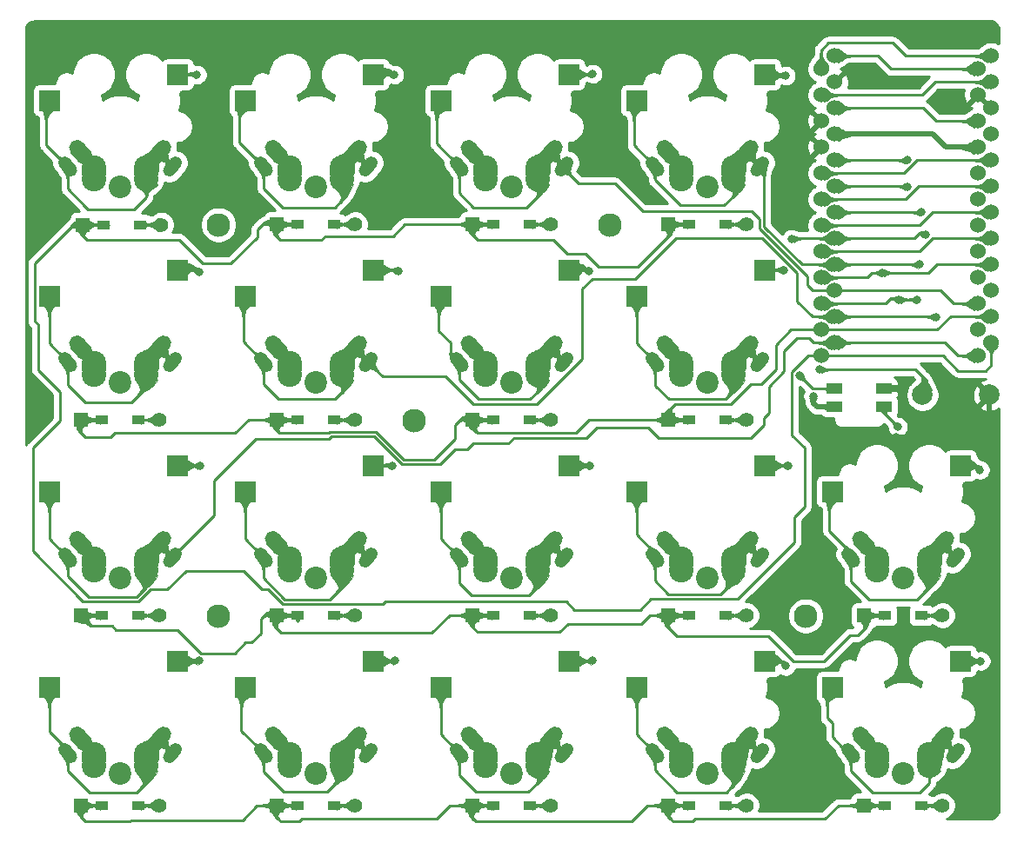
<source format=gbl>
G04 #@! TF.GenerationSoftware,KiCad,Pcbnew,(5.1.10)-1*
G04 #@! TF.CreationDate,2021-07-22T10:00:34+09:00*
G04 #@! TF.ProjectId,cc_proto_rev3,63635f70-726f-4746-9f5f-726576332e6b,3*
G04 #@! TF.SameCoordinates,Original*
G04 #@! TF.FileFunction,Copper,L2,Bot*
G04 #@! TF.FilePolarity,Positive*
%FSLAX46Y46*%
G04 Gerber Fmt 4.6, Leading zero omitted, Abs format (unit mm)*
G04 Created by KiCad (PCBNEW (5.1.10)-1) date 2021-07-22 10:00:34*
%MOMM*%
%LPD*%
G01*
G04 APERTURE LIST*
G04 #@! TA.AperFunction,ComponentPad*
%ADD10C,2.300000*%
G04 #@! TD*
G04 #@! TA.AperFunction,ComponentPad*
%ADD11C,1.524000*%
G04 #@! TD*
G04 #@! TA.AperFunction,ComponentPad*
%ADD12C,2.200000*%
G04 #@! TD*
G04 #@! TA.AperFunction,ComponentPad*
%ADD13C,2.400000*%
G04 #@! TD*
G04 #@! TA.AperFunction,SMDPad,CuDef*
%ADD14R,2.000000X2.000000*%
G04 #@! TD*
G04 #@! TA.AperFunction,SMDPad,CuDef*
%ADD15R,1.600000X1.000000*%
G04 #@! TD*
G04 #@! TA.AperFunction,ComponentPad*
%ADD16C,1.397000*%
G04 #@! TD*
G04 #@! TA.AperFunction,ComponentPad*
%ADD17R,1.397000X1.397000*%
G04 #@! TD*
G04 #@! TA.AperFunction,SMDPad,CuDef*
%ADD18R,1.300000X0.950000*%
G04 #@! TD*
G04 #@! TA.AperFunction,ComponentPad*
%ADD19C,2.000000*%
G04 #@! TD*
G04 #@! TA.AperFunction,ViaPad*
%ADD20C,0.800000*%
G04 #@! TD*
G04 #@! TA.AperFunction,Conductor*
%ADD21C,0.250000*%
G04 #@! TD*
G04 #@! TA.AperFunction,Conductor*
%ADD22C,0.500000*%
G04 #@! TD*
G04 #@! TA.AperFunction,Conductor*
%ADD23C,0.254000*%
G04 #@! TD*
G04 #@! TA.AperFunction,Conductor*
%ADD24C,0.100000*%
G04 #@! TD*
G04 #@! TA.AperFunction,Conductor*
%ADD25C,0.025400*%
G04 #@! TD*
G04 APERTURE END LIST*
D10*
X134124500Y-99524600D03*
X172224500Y-118574600D03*
X115074500Y-118574600D03*
X153174500Y-80474600D03*
X115074500Y-80474600D03*
D11*
X188950500Y-65292600D03*
X188950500Y-67832600D03*
X188950500Y-70372600D03*
X188950500Y-72912600D03*
X188950500Y-75452600D03*
X188950500Y-77992600D03*
X188950500Y-80532600D03*
X188950500Y-83072600D03*
X188950500Y-85612600D03*
X188950500Y-88152600D03*
X188950500Y-90692600D03*
X188950500Y-93232600D03*
X173710500Y-93232600D03*
X173710500Y-90692600D03*
X173710500Y-88152600D03*
X173710500Y-85612600D03*
X173710500Y-83072600D03*
X173710500Y-80532600D03*
X173710500Y-77992600D03*
X173710500Y-75452600D03*
X173710500Y-72912600D03*
X173710500Y-70372600D03*
X173710500Y-67832600D03*
X173710500Y-65292600D03*
X190256900Y-64022600D03*
X190256900Y-66562600D03*
X190256900Y-69102600D03*
X190256900Y-71642600D03*
X190256900Y-74182600D03*
X190256900Y-76722600D03*
X190256900Y-79262600D03*
X190256900Y-81802600D03*
X190256900Y-84342600D03*
X190256900Y-86882600D03*
X190256900Y-89422600D03*
X190256900Y-91962600D03*
X175036900Y-91962600D03*
X175036900Y-89422600D03*
X175036900Y-86882600D03*
X175036900Y-84342600D03*
X175036900Y-81802600D03*
X175036900Y-79262600D03*
X175036900Y-76722600D03*
X175036900Y-74182600D03*
X175036900Y-71642600D03*
X175036900Y-69102600D03*
X175036900Y-66562600D03*
X175036900Y-64022600D03*
D12*
X124550500Y-95850600D03*
D13*
X122010500Y-93950600D03*
X122010500Y-94450600D03*
X127090500Y-94450600D03*
X127090500Y-95030600D03*
G04 #@! TA.AperFunction,ComponentPad*
G36*
G01*
X130357566Y-93007951D02*
X130357566Y-93007951D01*
G75*
G02*
X130434602Y-93888471I-401742J-478778D01*
G01*
X129823954Y-94616213D01*
G75*
G02*
X128943434Y-94693249I-478778J401742D01*
G01*
X128943434Y-94693249D01*
G75*
G02*
X128866398Y-93812729I401742J478778D01*
G01*
X129477046Y-93084987D01*
G75*
G02*
X130357566Y-93007951I478778J-401742D01*
G01*
G37*
G04 #@! TD.AperFunction*
G04 #@! TA.AperFunction,ComponentPad*
G36*
G01*
X120157566Y-94693249D02*
X120157566Y-94693249D01*
G75*
G02*
X119277046Y-94616213I-401742J478778D01*
G01*
X118666398Y-93888471D01*
G75*
G02*
X118743434Y-93007951I478778J401742D01*
G01*
X118743434Y-93007951D01*
G75*
G02*
X119623954Y-93084987I401742J-478778D01*
G01*
X120234602Y-93812729D01*
G75*
G02*
X120157566Y-94693249I-478778J-401742D01*
G01*
G37*
G04 #@! TD.AperFunction*
G04 #@! TA.AperFunction,ComponentPad*
G36*
G01*
X129260402Y-91418138D02*
X129260402Y-91418138D01*
G75*
G02*
X129355926Y-92509982I-498160J-593684D01*
G01*
X128552442Y-93467538D01*
G75*
G02*
X127460598Y-93563062I-593684J498160D01*
G01*
X127460598Y-93563062D01*
G75*
G02*
X127365074Y-92471218I498160J593684D01*
G01*
X128168558Y-91513662D01*
G75*
G02*
X129260402Y-91418138I593684J-498160D01*
G01*
G37*
G04 #@! TD.AperFunction*
X127090500Y-93950600D03*
G04 #@! TA.AperFunction,ComponentPad*
G36*
G01*
X121640402Y-93563062D02*
X121640402Y-93563062D01*
G75*
G02*
X120548558Y-93467538I-498160J593684D01*
G01*
X119745074Y-92509982D01*
G75*
G02*
X119840598Y-91418138I593684J498160D01*
G01*
X119840598Y-91418138D01*
G75*
G02*
X120932442Y-91513662I498160J-593684D01*
G01*
X121735926Y-92471218D01*
G75*
G02*
X121640402Y-93563062I-593684J-498160D01*
G01*
G37*
G04 #@! TD.AperFunction*
X122010500Y-95030600D03*
D14*
X117650500Y-87410600D03*
X130150500Y-84870600D03*
D12*
X162650500Y-76800600D03*
D13*
X160110500Y-74900600D03*
X160110500Y-75400600D03*
X165190500Y-75400600D03*
X165190500Y-75980600D03*
G04 #@! TA.AperFunction,ComponentPad*
G36*
G01*
X168457566Y-73957951D02*
X168457566Y-73957951D01*
G75*
G02*
X168534602Y-74838471I-401742J-478778D01*
G01*
X167923954Y-75566213D01*
G75*
G02*
X167043434Y-75643249I-478778J401742D01*
G01*
X167043434Y-75643249D01*
G75*
G02*
X166966398Y-74762729I401742J478778D01*
G01*
X167577046Y-74034987D01*
G75*
G02*
X168457566Y-73957951I478778J-401742D01*
G01*
G37*
G04 #@! TD.AperFunction*
G04 #@! TA.AperFunction,ComponentPad*
G36*
G01*
X158257566Y-75643249D02*
X158257566Y-75643249D01*
G75*
G02*
X157377046Y-75566213I-401742J478778D01*
G01*
X156766398Y-74838471D01*
G75*
G02*
X156843434Y-73957951I478778J401742D01*
G01*
X156843434Y-73957951D01*
G75*
G02*
X157723954Y-74034987I401742J-478778D01*
G01*
X158334602Y-74762729D01*
G75*
G02*
X158257566Y-75643249I-478778J-401742D01*
G01*
G37*
G04 #@! TD.AperFunction*
G04 #@! TA.AperFunction,ComponentPad*
G36*
G01*
X167360402Y-72368138D02*
X167360402Y-72368138D01*
G75*
G02*
X167455926Y-73459982I-498160J-593684D01*
G01*
X166652442Y-74417538D01*
G75*
G02*
X165560598Y-74513062I-593684J498160D01*
G01*
X165560598Y-74513062D01*
G75*
G02*
X165465074Y-73421218I498160J593684D01*
G01*
X166268558Y-72463662D01*
G75*
G02*
X167360402Y-72368138I593684J-498160D01*
G01*
G37*
G04 #@! TD.AperFunction*
X165190500Y-74900600D03*
G04 #@! TA.AperFunction,ComponentPad*
G36*
G01*
X159740402Y-74513062D02*
X159740402Y-74513062D01*
G75*
G02*
X158648558Y-74417538I-498160J593684D01*
G01*
X157845074Y-73459982D01*
G75*
G02*
X157940598Y-72368138I593684J498160D01*
G01*
X157940598Y-72368138D01*
G75*
G02*
X159032442Y-72463662I498160J-593684D01*
G01*
X159835926Y-73421218D01*
G75*
G02*
X159740402Y-74513062I-593684J-498160D01*
G01*
G37*
G04 #@! TD.AperFunction*
X160110500Y-75980600D03*
D14*
X155750500Y-68360600D03*
X168250500Y-65820600D03*
D12*
X105500500Y-76800600D03*
D13*
X102960500Y-74900600D03*
X102960500Y-75400600D03*
X108040500Y-75400600D03*
X108040500Y-75980600D03*
G04 #@! TA.AperFunction,ComponentPad*
G36*
G01*
X111307566Y-73957951D02*
X111307566Y-73957951D01*
G75*
G02*
X111384602Y-74838471I-401742J-478778D01*
G01*
X110773954Y-75566213D01*
G75*
G02*
X109893434Y-75643249I-478778J401742D01*
G01*
X109893434Y-75643249D01*
G75*
G02*
X109816398Y-74762729I401742J478778D01*
G01*
X110427046Y-74034987D01*
G75*
G02*
X111307566Y-73957951I478778J-401742D01*
G01*
G37*
G04 #@! TD.AperFunction*
G04 #@! TA.AperFunction,ComponentPad*
G36*
G01*
X101107566Y-75643249D02*
X101107566Y-75643249D01*
G75*
G02*
X100227046Y-75566213I-401742J478778D01*
G01*
X99616398Y-74838471D01*
G75*
G02*
X99693434Y-73957951I478778J401742D01*
G01*
X99693434Y-73957951D01*
G75*
G02*
X100573954Y-74034987I401742J-478778D01*
G01*
X101184602Y-74762729D01*
G75*
G02*
X101107566Y-75643249I-478778J-401742D01*
G01*
G37*
G04 #@! TD.AperFunction*
G04 #@! TA.AperFunction,ComponentPad*
G36*
G01*
X110210402Y-72368138D02*
X110210402Y-72368138D01*
G75*
G02*
X110305926Y-73459982I-498160J-593684D01*
G01*
X109502442Y-74417538D01*
G75*
G02*
X108410598Y-74513062I-593684J498160D01*
G01*
X108410598Y-74513062D01*
G75*
G02*
X108315074Y-73421218I498160J593684D01*
G01*
X109118558Y-72463662D01*
G75*
G02*
X110210402Y-72368138I593684J-498160D01*
G01*
G37*
G04 #@! TD.AperFunction*
X108040500Y-74900600D03*
G04 #@! TA.AperFunction,ComponentPad*
G36*
G01*
X102590402Y-74513062D02*
X102590402Y-74513062D01*
G75*
G02*
X101498558Y-74417538I-498160J593684D01*
G01*
X100695074Y-73459982D01*
G75*
G02*
X100790598Y-72368138I593684J498160D01*
G01*
X100790598Y-72368138D01*
G75*
G02*
X101882442Y-72463662I498160J-593684D01*
G01*
X102685926Y-73421218D01*
G75*
G02*
X102590402Y-74513062I-593684J-498160D01*
G01*
G37*
G04 #@! TD.AperFunction*
X102960500Y-75980600D03*
D14*
X98600500Y-68360600D03*
X111100500Y-65820600D03*
D12*
X181700500Y-133950600D03*
D13*
X179160500Y-132050600D03*
X179160500Y-132550600D03*
X184240500Y-132550600D03*
X184240500Y-133130600D03*
G04 #@! TA.AperFunction,ComponentPad*
G36*
G01*
X187507566Y-131107951D02*
X187507566Y-131107951D01*
G75*
G02*
X187584602Y-131988471I-401742J-478778D01*
G01*
X186973954Y-132716213D01*
G75*
G02*
X186093434Y-132793249I-478778J401742D01*
G01*
X186093434Y-132793249D01*
G75*
G02*
X186016398Y-131912729I401742J478778D01*
G01*
X186627046Y-131184987D01*
G75*
G02*
X187507566Y-131107951I478778J-401742D01*
G01*
G37*
G04 #@! TD.AperFunction*
G04 #@! TA.AperFunction,ComponentPad*
G36*
G01*
X177307566Y-132793249D02*
X177307566Y-132793249D01*
G75*
G02*
X176427046Y-132716213I-401742J478778D01*
G01*
X175816398Y-131988471D01*
G75*
G02*
X175893434Y-131107951I478778J401742D01*
G01*
X175893434Y-131107951D01*
G75*
G02*
X176773954Y-131184987I401742J-478778D01*
G01*
X177384602Y-131912729D01*
G75*
G02*
X177307566Y-132793249I-478778J-401742D01*
G01*
G37*
G04 #@! TD.AperFunction*
G04 #@! TA.AperFunction,ComponentPad*
G36*
G01*
X186410402Y-129518138D02*
X186410402Y-129518138D01*
G75*
G02*
X186505926Y-130609982I-498160J-593684D01*
G01*
X185702442Y-131567538D01*
G75*
G02*
X184610598Y-131663062I-593684J498160D01*
G01*
X184610598Y-131663062D01*
G75*
G02*
X184515074Y-130571218I498160J593684D01*
G01*
X185318558Y-129613662D01*
G75*
G02*
X186410402Y-129518138I593684J-498160D01*
G01*
G37*
G04 #@! TD.AperFunction*
X184240500Y-132050600D03*
G04 #@! TA.AperFunction,ComponentPad*
G36*
G01*
X178790402Y-131663062D02*
X178790402Y-131663062D01*
G75*
G02*
X177698558Y-131567538I-498160J593684D01*
G01*
X176895074Y-130609982D01*
G75*
G02*
X176990598Y-129518138I593684J498160D01*
G01*
X176990598Y-129518138D01*
G75*
G02*
X178082442Y-129613662I498160J-593684D01*
G01*
X178885926Y-130571218D01*
G75*
G02*
X178790402Y-131663062I-593684J-498160D01*
G01*
G37*
G04 #@! TD.AperFunction*
X179160500Y-133130600D03*
D14*
X174800500Y-125510600D03*
X187300500Y-122970600D03*
D12*
X181700500Y-114900600D03*
D13*
X179160500Y-113000600D03*
X179160500Y-113500600D03*
X184240500Y-113500600D03*
X184240500Y-114080600D03*
G04 #@! TA.AperFunction,ComponentPad*
G36*
G01*
X187507566Y-112057951D02*
X187507566Y-112057951D01*
G75*
G02*
X187584602Y-112938471I-401742J-478778D01*
G01*
X186973954Y-113666213D01*
G75*
G02*
X186093434Y-113743249I-478778J401742D01*
G01*
X186093434Y-113743249D01*
G75*
G02*
X186016398Y-112862729I401742J478778D01*
G01*
X186627046Y-112134987D01*
G75*
G02*
X187507566Y-112057951I478778J-401742D01*
G01*
G37*
G04 #@! TD.AperFunction*
G04 #@! TA.AperFunction,ComponentPad*
G36*
G01*
X177307566Y-113743249D02*
X177307566Y-113743249D01*
G75*
G02*
X176427046Y-113666213I-401742J478778D01*
G01*
X175816398Y-112938471D01*
G75*
G02*
X175893434Y-112057951I478778J401742D01*
G01*
X175893434Y-112057951D01*
G75*
G02*
X176773954Y-112134987I401742J-478778D01*
G01*
X177384602Y-112862729D01*
G75*
G02*
X177307566Y-113743249I-478778J-401742D01*
G01*
G37*
G04 #@! TD.AperFunction*
G04 #@! TA.AperFunction,ComponentPad*
G36*
G01*
X186410402Y-110468138D02*
X186410402Y-110468138D01*
G75*
G02*
X186505926Y-111559982I-498160J-593684D01*
G01*
X185702442Y-112517538D01*
G75*
G02*
X184610598Y-112613062I-593684J498160D01*
G01*
X184610598Y-112613062D01*
G75*
G02*
X184515074Y-111521218I498160J593684D01*
G01*
X185318558Y-110563662D01*
G75*
G02*
X186410402Y-110468138I593684J-498160D01*
G01*
G37*
G04 #@! TD.AperFunction*
X184240500Y-113000600D03*
G04 #@! TA.AperFunction,ComponentPad*
G36*
G01*
X178790402Y-112613062D02*
X178790402Y-112613062D01*
G75*
G02*
X177698558Y-112517538I-498160J593684D01*
G01*
X176895074Y-111559982D01*
G75*
G02*
X176990598Y-110468138I593684J498160D01*
G01*
X176990598Y-110468138D01*
G75*
G02*
X178082442Y-110563662I498160J-593684D01*
G01*
X178885926Y-111521218D01*
G75*
G02*
X178790402Y-112613062I-593684J-498160D01*
G01*
G37*
G04 #@! TD.AperFunction*
X179160500Y-114080600D03*
D14*
X174800500Y-106460600D03*
X187300500Y-103920600D03*
D12*
X162650500Y-133950600D03*
D13*
X160110500Y-132050600D03*
X160110500Y-132550600D03*
X165190500Y-132550600D03*
X165190500Y-133130600D03*
G04 #@! TA.AperFunction,ComponentPad*
G36*
G01*
X168457566Y-131107951D02*
X168457566Y-131107951D01*
G75*
G02*
X168534602Y-131988471I-401742J-478778D01*
G01*
X167923954Y-132716213D01*
G75*
G02*
X167043434Y-132793249I-478778J401742D01*
G01*
X167043434Y-132793249D01*
G75*
G02*
X166966398Y-131912729I401742J478778D01*
G01*
X167577046Y-131184987D01*
G75*
G02*
X168457566Y-131107951I478778J-401742D01*
G01*
G37*
G04 #@! TD.AperFunction*
G04 #@! TA.AperFunction,ComponentPad*
G36*
G01*
X158257566Y-132793249D02*
X158257566Y-132793249D01*
G75*
G02*
X157377046Y-132716213I-401742J478778D01*
G01*
X156766398Y-131988471D01*
G75*
G02*
X156843434Y-131107951I478778J401742D01*
G01*
X156843434Y-131107951D01*
G75*
G02*
X157723954Y-131184987I401742J-478778D01*
G01*
X158334602Y-131912729D01*
G75*
G02*
X158257566Y-132793249I-478778J-401742D01*
G01*
G37*
G04 #@! TD.AperFunction*
G04 #@! TA.AperFunction,ComponentPad*
G36*
G01*
X167360402Y-129518138D02*
X167360402Y-129518138D01*
G75*
G02*
X167455926Y-130609982I-498160J-593684D01*
G01*
X166652442Y-131567538D01*
G75*
G02*
X165560598Y-131663062I-593684J498160D01*
G01*
X165560598Y-131663062D01*
G75*
G02*
X165465074Y-130571218I498160J593684D01*
G01*
X166268558Y-129613662D01*
G75*
G02*
X167360402Y-129518138I593684J-498160D01*
G01*
G37*
G04 #@! TD.AperFunction*
X165190500Y-132050600D03*
G04 #@! TA.AperFunction,ComponentPad*
G36*
G01*
X159740402Y-131663062D02*
X159740402Y-131663062D01*
G75*
G02*
X158648558Y-131567538I-498160J593684D01*
G01*
X157845074Y-130609982D01*
G75*
G02*
X157940598Y-129518138I593684J498160D01*
G01*
X157940598Y-129518138D01*
G75*
G02*
X159032442Y-129613662I498160J-593684D01*
G01*
X159835926Y-130571218D01*
G75*
G02*
X159740402Y-131663062I-593684J-498160D01*
G01*
G37*
G04 #@! TD.AperFunction*
X160110500Y-133130600D03*
D14*
X155750500Y-125510600D03*
X168250500Y-122970600D03*
D12*
X162650500Y-114900600D03*
D13*
X160110500Y-113000600D03*
X160110500Y-113500600D03*
X165190500Y-113500600D03*
X165190500Y-114080600D03*
G04 #@! TA.AperFunction,ComponentPad*
G36*
G01*
X168457566Y-112057951D02*
X168457566Y-112057951D01*
G75*
G02*
X168534602Y-112938471I-401742J-478778D01*
G01*
X167923954Y-113666213D01*
G75*
G02*
X167043434Y-113743249I-478778J401742D01*
G01*
X167043434Y-113743249D01*
G75*
G02*
X166966398Y-112862729I401742J478778D01*
G01*
X167577046Y-112134987D01*
G75*
G02*
X168457566Y-112057951I478778J-401742D01*
G01*
G37*
G04 #@! TD.AperFunction*
G04 #@! TA.AperFunction,ComponentPad*
G36*
G01*
X158257566Y-113743249D02*
X158257566Y-113743249D01*
G75*
G02*
X157377046Y-113666213I-401742J478778D01*
G01*
X156766398Y-112938471D01*
G75*
G02*
X156843434Y-112057951I478778J401742D01*
G01*
X156843434Y-112057951D01*
G75*
G02*
X157723954Y-112134987I401742J-478778D01*
G01*
X158334602Y-112862729D01*
G75*
G02*
X158257566Y-113743249I-478778J-401742D01*
G01*
G37*
G04 #@! TD.AperFunction*
G04 #@! TA.AperFunction,ComponentPad*
G36*
G01*
X167360402Y-110468138D02*
X167360402Y-110468138D01*
G75*
G02*
X167455926Y-111559982I-498160J-593684D01*
G01*
X166652442Y-112517538D01*
G75*
G02*
X165560598Y-112613062I-593684J498160D01*
G01*
X165560598Y-112613062D01*
G75*
G02*
X165465074Y-111521218I498160J593684D01*
G01*
X166268558Y-110563662D01*
G75*
G02*
X167360402Y-110468138I593684J-498160D01*
G01*
G37*
G04 #@! TD.AperFunction*
X165190500Y-113000600D03*
G04 #@! TA.AperFunction,ComponentPad*
G36*
G01*
X159740402Y-112613062D02*
X159740402Y-112613062D01*
G75*
G02*
X158648558Y-112517538I-498160J593684D01*
G01*
X157845074Y-111559982D01*
G75*
G02*
X157940598Y-110468138I593684J498160D01*
G01*
X157940598Y-110468138D01*
G75*
G02*
X159032442Y-110563662I498160J-593684D01*
G01*
X159835926Y-111521218D01*
G75*
G02*
X159740402Y-112613062I-593684J-498160D01*
G01*
G37*
G04 #@! TD.AperFunction*
X160110500Y-114080600D03*
D14*
X155750500Y-106460600D03*
X168250500Y-103920600D03*
D12*
X162650500Y-95850600D03*
D13*
X160110500Y-93950600D03*
X160110500Y-94450600D03*
X165190500Y-94450600D03*
X165190500Y-95030600D03*
G04 #@! TA.AperFunction,ComponentPad*
G36*
G01*
X168457566Y-93007951D02*
X168457566Y-93007951D01*
G75*
G02*
X168534602Y-93888471I-401742J-478778D01*
G01*
X167923954Y-94616213D01*
G75*
G02*
X167043434Y-94693249I-478778J401742D01*
G01*
X167043434Y-94693249D01*
G75*
G02*
X166966398Y-93812729I401742J478778D01*
G01*
X167577046Y-93084987D01*
G75*
G02*
X168457566Y-93007951I478778J-401742D01*
G01*
G37*
G04 #@! TD.AperFunction*
G04 #@! TA.AperFunction,ComponentPad*
G36*
G01*
X158257566Y-94693249D02*
X158257566Y-94693249D01*
G75*
G02*
X157377046Y-94616213I-401742J478778D01*
G01*
X156766398Y-93888471D01*
G75*
G02*
X156843434Y-93007951I478778J401742D01*
G01*
X156843434Y-93007951D01*
G75*
G02*
X157723954Y-93084987I401742J-478778D01*
G01*
X158334602Y-93812729D01*
G75*
G02*
X158257566Y-94693249I-478778J-401742D01*
G01*
G37*
G04 #@! TD.AperFunction*
G04 #@! TA.AperFunction,ComponentPad*
G36*
G01*
X167360402Y-91418138D02*
X167360402Y-91418138D01*
G75*
G02*
X167455926Y-92509982I-498160J-593684D01*
G01*
X166652442Y-93467538D01*
G75*
G02*
X165560598Y-93563062I-593684J498160D01*
G01*
X165560598Y-93563062D01*
G75*
G02*
X165465074Y-92471218I498160J593684D01*
G01*
X166268558Y-91513662D01*
G75*
G02*
X167360402Y-91418138I593684J-498160D01*
G01*
G37*
G04 #@! TD.AperFunction*
X165190500Y-93950600D03*
G04 #@! TA.AperFunction,ComponentPad*
G36*
G01*
X159740402Y-93563062D02*
X159740402Y-93563062D01*
G75*
G02*
X158648558Y-93467538I-498160J593684D01*
G01*
X157845074Y-92509982D01*
G75*
G02*
X157940598Y-91418138I593684J498160D01*
G01*
X157940598Y-91418138D01*
G75*
G02*
X159032442Y-91513662I498160J-593684D01*
G01*
X159835926Y-92471218D01*
G75*
G02*
X159740402Y-93563062I-593684J-498160D01*
G01*
G37*
G04 #@! TD.AperFunction*
X160110500Y-95030600D03*
D14*
X155750500Y-87410600D03*
X168250500Y-84870600D03*
D12*
X143600500Y-133950600D03*
D13*
X141060500Y-132050600D03*
X141060500Y-132550600D03*
X146140500Y-132550600D03*
X146140500Y-133130600D03*
G04 #@! TA.AperFunction,ComponentPad*
G36*
G01*
X149407566Y-131107951D02*
X149407566Y-131107951D01*
G75*
G02*
X149484602Y-131988471I-401742J-478778D01*
G01*
X148873954Y-132716213D01*
G75*
G02*
X147993434Y-132793249I-478778J401742D01*
G01*
X147993434Y-132793249D01*
G75*
G02*
X147916398Y-131912729I401742J478778D01*
G01*
X148527046Y-131184987D01*
G75*
G02*
X149407566Y-131107951I478778J-401742D01*
G01*
G37*
G04 #@! TD.AperFunction*
G04 #@! TA.AperFunction,ComponentPad*
G36*
G01*
X139207566Y-132793249D02*
X139207566Y-132793249D01*
G75*
G02*
X138327046Y-132716213I-401742J478778D01*
G01*
X137716398Y-131988471D01*
G75*
G02*
X137793434Y-131107951I478778J401742D01*
G01*
X137793434Y-131107951D01*
G75*
G02*
X138673954Y-131184987I401742J-478778D01*
G01*
X139284602Y-131912729D01*
G75*
G02*
X139207566Y-132793249I-478778J-401742D01*
G01*
G37*
G04 #@! TD.AperFunction*
G04 #@! TA.AperFunction,ComponentPad*
G36*
G01*
X148310402Y-129518138D02*
X148310402Y-129518138D01*
G75*
G02*
X148405926Y-130609982I-498160J-593684D01*
G01*
X147602442Y-131567538D01*
G75*
G02*
X146510598Y-131663062I-593684J498160D01*
G01*
X146510598Y-131663062D01*
G75*
G02*
X146415074Y-130571218I498160J593684D01*
G01*
X147218558Y-129613662D01*
G75*
G02*
X148310402Y-129518138I593684J-498160D01*
G01*
G37*
G04 #@! TD.AperFunction*
X146140500Y-132050600D03*
G04 #@! TA.AperFunction,ComponentPad*
G36*
G01*
X140690402Y-131663062D02*
X140690402Y-131663062D01*
G75*
G02*
X139598558Y-131567538I-498160J593684D01*
G01*
X138795074Y-130609982D01*
G75*
G02*
X138890598Y-129518138I593684J498160D01*
G01*
X138890598Y-129518138D01*
G75*
G02*
X139982442Y-129613662I498160J-593684D01*
G01*
X140785926Y-130571218D01*
G75*
G02*
X140690402Y-131663062I-593684J-498160D01*
G01*
G37*
G04 #@! TD.AperFunction*
X141060500Y-133130600D03*
D14*
X136700500Y-125510600D03*
X149200500Y-122970600D03*
D12*
X143600500Y-114900600D03*
D13*
X141060500Y-113000600D03*
X141060500Y-113500600D03*
X146140500Y-113500600D03*
X146140500Y-114080600D03*
G04 #@! TA.AperFunction,ComponentPad*
G36*
G01*
X149407566Y-112057951D02*
X149407566Y-112057951D01*
G75*
G02*
X149484602Y-112938471I-401742J-478778D01*
G01*
X148873954Y-113666213D01*
G75*
G02*
X147993434Y-113743249I-478778J401742D01*
G01*
X147993434Y-113743249D01*
G75*
G02*
X147916398Y-112862729I401742J478778D01*
G01*
X148527046Y-112134987D01*
G75*
G02*
X149407566Y-112057951I478778J-401742D01*
G01*
G37*
G04 #@! TD.AperFunction*
G04 #@! TA.AperFunction,ComponentPad*
G36*
G01*
X139207566Y-113743249D02*
X139207566Y-113743249D01*
G75*
G02*
X138327046Y-113666213I-401742J478778D01*
G01*
X137716398Y-112938471D01*
G75*
G02*
X137793434Y-112057951I478778J401742D01*
G01*
X137793434Y-112057951D01*
G75*
G02*
X138673954Y-112134987I401742J-478778D01*
G01*
X139284602Y-112862729D01*
G75*
G02*
X139207566Y-113743249I-478778J-401742D01*
G01*
G37*
G04 #@! TD.AperFunction*
G04 #@! TA.AperFunction,ComponentPad*
G36*
G01*
X148310402Y-110468138D02*
X148310402Y-110468138D01*
G75*
G02*
X148405926Y-111559982I-498160J-593684D01*
G01*
X147602442Y-112517538D01*
G75*
G02*
X146510598Y-112613062I-593684J498160D01*
G01*
X146510598Y-112613062D01*
G75*
G02*
X146415074Y-111521218I498160J593684D01*
G01*
X147218558Y-110563662D01*
G75*
G02*
X148310402Y-110468138I593684J-498160D01*
G01*
G37*
G04 #@! TD.AperFunction*
X146140500Y-113000600D03*
G04 #@! TA.AperFunction,ComponentPad*
G36*
G01*
X140690402Y-112613062D02*
X140690402Y-112613062D01*
G75*
G02*
X139598558Y-112517538I-498160J593684D01*
G01*
X138795074Y-111559982D01*
G75*
G02*
X138890598Y-110468138I593684J498160D01*
G01*
X138890598Y-110468138D01*
G75*
G02*
X139982442Y-110563662I498160J-593684D01*
G01*
X140785926Y-111521218D01*
G75*
G02*
X140690402Y-112613062I-593684J-498160D01*
G01*
G37*
G04 #@! TD.AperFunction*
X141060500Y-114080600D03*
D14*
X136700500Y-106460600D03*
X149200500Y-103920600D03*
D12*
X143600500Y-95850600D03*
D13*
X141060500Y-93950600D03*
X141060500Y-94450600D03*
X146140500Y-94450600D03*
X146140500Y-95030600D03*
G04 #@! TA.AperFunction,ComponentPad*
G36*
G01*
X149407566Y-93007951D02*
X149407566Y-93007951D01*
G75*
G02*
X149484602Y-93888471I-401742J-478778D01*
G01*
X148873954Y-94616213D01*
G75*
G02*
X147993434Y-94693249I-478778J401742D01*
G01*
X147993434Y-94693249D01*
G75*
G02*
X147916398Y-93812729I401742J478778D01*
G01*
X148527046Y-93084987D01*
G75*
G02*
X149407566Y-93007951I478778J-401742D01*
G01*
G37*
G04 #@! TD.AperFunction*
G04 #@! TA.AperFunction,ComponentPad*
G36*
G01*
X139207566Y-94693249D02*
X139207566Y-94693249D01*
G75*
G02*
X138327046Y-94616213I-401742J478778D01*
G01*
X137716398Y-93888471D01*
G75*
G02*
X137793434Y-93007951I478778J401742D01*
G01*
X137793434Y-93007951D01*
G75*
G02*
X138673954Y-93084987I401742J-478778D01*
G01*
X139284602Y-93812729D01*
G75*
G02*
X139207566Y-94693249I-478778J-401742D01*
G01*
G37*
G04 #@! TD.AperFunction*
G04 #@! TA.AperFunction,ComponentPad*
G36*
G01*
X148310402Y-91418138D02*
X148310402Y-91418138D01*
G75*
G02*
X148405926Y-92509982I-498160J-593684D01*
G01*
X147602442Y-93467538D01*
G75*
G02*
X146510598Y-93563062I-593684J498160D01*
G01*
X146510598Y-93563062D01*
G75*
G02*
X146415074Y-92471218I498160J593684D01*
G01*
X147218558Y-91513662D01*
G75*
G02*
X148310402Y-91418138I593684J-498160D01*
G01*
G37*
G04 #@! TD.AperFunction*
X146140500Y-93950600D03*
G04 #@! TA.AperFunction,ComponentPad*
G36*
G01*
X140690402Y-93563062D02*
X140690402Y-93563062D01*
G75*
G02*
X139598558Y-93467538I-498160J593684D01*
G01*
X138795074Y-92509982D01*
G75*
G02*
X138890598Y-91418138I593684J498160D01*
G01*
X138890598Y-91418138D01*
G75*
G02*
X139982442Y-91513662I498160J-593684D01*
G01*
X140785926Y-92471218D01*
G75*
G02*
X140690402Y-93563062I-593684J-498160D01*
G01*
G37*
G04 #@! TD.AperFunction*
X141060500Y-95030600D03*
D14*
X136700500Y-87410600D03*
X149200500Y-84870600D03*
D12*
X143600500Y-76800600D03*
D13*
X141060500Y-74900600D03*
X141060500Y-75400600D03*
X146140500Y-75400600D03*
X146140500Y-75980600D03*
G04 #@! TA.AperFunction,ComponentPad*
G36*
G01*
X149407566Y-73957951D02*
X149407566Y-73957951D01*
G75*
G02*
X149484602Y-74838471I-401742J-478778D01*
G01*
X148873954Y-75566213D01*
G75*
G02*
X147993434Y-75643249I-478778J401742D01*
G01*
X147993434Y-75643249D01*
G75*
G02*
X147916398Y-74762729I401742J478778D01*
G01*
X148527046Y-74034987D01*
G75*
G02*
X149407566Y-73957951I478778J-401742D01*
G01*
G37*
G04 #@! TD.AperFunction*
G04 #@! TA.AperFunction,ComponentPad*
G36*
G01*
X139207566Y-75643249D02*
X139207566Y-75643249D01*
G75*
G02*
X138327046Y-75566213I-401742J478778D01*
G01*
X137716398Y-74838471D01*
G75*
G02*
X137793434Y-73957951I478778J401742D01*
G01*
X137793434Y-73957951D01*
G75*
G02*
X138673954Y-74034987I401742J-478778D01*
G01*
X139284602Y-74762729D01*
G75*
G02*
X139207566Y-75643249I-478778J-401742D01*
G01*
G37*
G04 #@! TD.AperFunction*
G04 #@! TA.AperFunction,ComponentPad*
G36*
G01*
X148310402Y-72368138D02*
X148310402Y-72368138D01*
G75*
G02*
X148405926Y-73459982I-498160J-593684D01*
G01*
X147602442Y-74417538D01*
G75*
G02*
X146510598Y-74513062I-593684J498160D01*
G01*
X146510598Y-74513062D01*
G75*
G02*
X146415074Y-73421218I498160J593684D01*
G01*
X147218558Y-72463662D01*
G75*
G02*
X148310402Y-72368138I593684J-498160D01*
G01*
G37*
G04 #@! TD.AperFunction*
X146140500Y-74900600D03*
G04 #@! TA.AperFunction,ComponentPad*
G36*
G01*
X140690402Y-74513062D02*
X140690402Y-74513062D01*
G75*
G02*
X139598558Y-74417538I-498160J593684D01*
G01*
X138795074Y-73459982D01*
G75*
G02*
X138890598Y-72368138I593684J498160D01*
G01*
X138890598Y-72368138D01*
G75*
G02*
X139982442Y-72463662I498160J-593684D01*
G01*
X140785926Y-73421218D01*
G75*
G02*
X140690402Y-74513062I-593684J-498160D01*
G01*
G37*
G04 #@! TD.AperFunction*
X141060500Y-75980600D03*
D14*
X136700500Y-68360600D03*
X149200500Y-65820600D03*
D12*
X124550500Y-133950600D03*
D13*
X122010500Y-132050600D03*
X122010500Y-132550600D03*
X127090500Y-132550600D03*
X127090500Y-133130600D03*
G04 #@! TA.AperFunction,ComponentPad*
G36*
G01*
X130357566Y-131107951D02*
X130357566Y-131107951D01*
G75*
G02*
X130434602Y-131988471I-401742J-478778D01*
G01*
X129823954Y-132716213D01*
G75*
G02*
X128943434Y-132793249I-478778J401742D01*
G01*
X128943434Y-132793249D01*
G75*
G02*
X128866398Y-131912729I401742J478778D01*
G01*
X129477046Y-131184987D01*
G75*
G02*
X130357566Y-131107951I478778J-401742D01*
G01*
G37*
G04 #@! TD.AperFunction*
G04 #@! TA.AperFunction,ComponentPad*
G36*
G01*
X120157566Y-132793249D02*
X120157566Y-132793249D01*
G75*
G02*
X119277046Y-132716213I-401742J478778D01*
G01*
X118666398Y-131988471D01*
G75*
G02*
X118743434Y-131107951I478778J401742D01*
G01*
X118743434Y-131107951D01*
G75*
G02*
X119623954Y-131184987I401742J-478778D01*
G01*
X120234602Y-131912729D01*
G75*
G02*
X120157566Y-132793249I-478778J-401742D01*
G01*
G37*
G04 #@! TD.AperFunction*
G04 #@! TA.AperFunction,ComponentPad*
G36*
G01*
X129260402Y-129518138D02*
X129260402Y-129518138D01*
G75*
G02*
X129355926Y-130609982I-498160J-593684D01*
G01*
X128552442Y-131567538D01*
G75*
G02*
X127460598Y-131663062I-593684J498160D01*
G01*
X127460598Y-131663062D01*
G75*
G02*
X127365074Y-130571218I498160J593684D01*
G01*
X128168558Y-129613662D01*
G75*
G02*
X129260402Y-129518138I593684J-498160D01*
G01*
G37*
G04 #@! TD.AperFunction*
X127090500Y-132050600D03*
G04 #@! TA.AperFunction,ComponentPad*
G36*
G01*
X121640402Y-131663062D02*
X121640402Y-131663062D01*
G75*
G02*
X120548558Y-131567538I-498160J593684D01*
G01*
X119745074Y-130609982D01*
G75*
G02*
X119840598Y-129518138I593684J498160D01*
G01*
X119840598Y-129518138D01*
G75*
G02*
X120932442Y-129613662I498160J-593684D01*
G01*
X121735926Y-130571218D01*
G75*
G02*
X121640402Y-131663062I-593684J-498160D01*
G01*
G37*
G04 #@! TD.AperFunction*
X122010500Y-133130600D03*
D14*
X117650500Y-125510600D03*
X130150500Y-122970600D03*
D12*
X124550500Y-114900600D03*
D13*
X122010500Y-113000600D03*
X122010500Y-113500600D03*
X127090500Y-113500600D03*
X127090500Y-114080600D03*
G04 #@! TA.AperFunction,ComponentPad*
G36*
G01*
X130357566Y-112057951D02*
X130357566Y-112057951D01*
G75*
G02*
X130434602Y-112938471I-401742J-478778D01*
G01*
X129823954Y-113666213D01*
G75*
G02*
X128943434Y-113743249I-478778J401742D01*
G01*
X128943434Y-113743249D01*
G75*
G02*
X128866398Y-112862729I401742J478778D01*
G01*
X129477046Y-112134987D01*
G75*
G02*
X130357566Y-112057951I478778J-401742D01*
G01*
G37*
G04 #@! TD.AperFunction*
G04 #@! TA.AperFunction,ComponentPad*
G36*
G01*
X120157566Y-113743249D02*
X120157566Y-113743249D01*
G75*
G02*
X119277046Y-113666213I-401742J478778D01*
G01*
X118666398Y-112938471D01*
G75*
G02*
X118743434Y-112057951I478778J401742D01*
G01*
X118743434Y-112057951D01*
G75*
G02*
X119623954Y-112134987I401742J-478778D01*
G01*
X120234602Y-112862729D01*
G75*
G02*
X120157566Y-113743249I-478778J-401742D01*
G01*
G37*
G04 #@! TD.AperFunction*
G04 #@! TA.AperFunction,ComponentPad*
G36*
G01*
X129260402Y-110468138D02*
X129260402Y-110468138D01*
G75*
G02*
X129355926Y-111559982I-498160J-593684D01*
G01*
X128552442Y-112517538D01*
G75*
G02*
X127460598Y-112613062I-593684J498160D01*
G01*
X127460598Y-112613062D01*
G75*
G02*
X127365074Y-111521218I498160J593684D01*
G01*
X128168558Y-110563662D01*
G75*
G02*
X129260402Y-110468138I593684J-498160D01*
G01*
G37*
G04 #@! TD.AperFunction*
X127090500Y-113000600D03*
G04 #@! TA.AperFunction,ComponentPad*
G36*
G01*
X121640402Y-112613062D02*
X121640402Y-112613062D01*
G75*
G02*
X120548558Y-112517538I-498160J593684D01*
G01*
X119745074Y-111559982D01*
G75*
G02*
X119840598Y-110468138I593684J498160D01*
G01*
X119840598Y-110468138D01*
G75*
G02*
X120932442Y-110563662I498160J-593684D01*
G01*
X121735926Y-111521218D01*
G75*
G02*
X121640402Y-112613062I-593684J-498160D01*
G01*
G37*
G04 #@! TD.AperFunction*
X122010500Y-114080600D03*
D14*
X117650500Y-106460600D03*
X130150500Y-103920600D03*
D12*
X124550500Y-76800600D03*
D13*
X122010500Y-74900600D03*
X122010500Y-75400600D03*
X127090500Y-75400600D03*
X127090500Y-75980600D03*
G04 #@! TA.AperFunction,ComponentPad*
G36*
G01*
X130357566Y-73957951D02*
X130357566Y-73957951D01*
G75*
G02*
X130434602Y-74838471I-401742J-478778D01*
G01*
X129823954Y-75566213D01*
G75*
G02*
X128943434Y-75643249I-478778J401742D01*
G01*
X128943434Y-75643249D01*
G75*
G02*
X128866398Y-74762729I401742J478778D01*
G01*
X129477046Y-74034987D01*
G75*
G02*
X130357566Y-73957951I478778J-401742D01*
G01*
G37*
G04 #@! TD.AperFunction*
G04 #@! TA.AperFunction,ComponentPad*
G36*
G01*
X120157566Y-75643249D02*
X120157566Y-75643249D01*
G75*
G02*
X119277046Y-75566213I-401742J478778D01*
G01*
X118666398Y-74838471D01*
G75*
G02*
X118743434Y-73957951I478778J401742D01*
G01*
X118743434Y-73957951D01*
G75*
G02*
X119623954Y-74034987I401742J-478778D01*
G01*
X120234602Y-74762729D01*
G75*
G02*
X120157566Y-75643249I-478778J-401742D01*
G01*
G37*
G04 #@! TD.AperFunction*
G04 #@! TA.AperFunction,ComponentPad*
G36*
G01*
X129260402Y-72368138D02*
X129260402Y-72368138D01*
G75*
G02*
X129355926Y-73459982I-498160J-593684D01*
G01*
X128552442Y-74417538D01*
G75*
G02*
X127460598Y-74513062I-593684J498160D01*
G01*
X127460598Y-74513062D01*
G75*
G02*
X127365074Y-73421218I498160J593684D01*
G01*
X128168558Y-72463662D01*
G75*
G02*
X129260402Y-72368138I593684J-498160D01*
G01*
G37*
G04 #@! TD.AperFunction*
X127090500Y-74900600D03*
G04 #@! TA.AperFunction,ComponentPad*
G36*
G01*
X121640402Y-74513062D02*
X121640402Y-74513062D01*
G75*
G02*
X120548558Y-74417538I-498160J593684D01*
G01*
X119745074Y-73459982D01*
G75*
G02*
X119840598Y-72368138I593684J498160D01*
G01*
X119840598Y-72368138D01*
G75*
G02*
X120932442Y-72463662I498160J-593684D01*
G01*
X121735926Y-73421218D01*
G75*
G02*
X121640402Y-74513062I-593684J-498160D01*
G01*
G37*
G04 #@! TD.AperFunction*
X122010500Y-75980600D03*
D14*
X117650500Y-68360600D03*
X130150500Y-65820600D03*
D12*
X105500500Y-133950600D03*
D13*
X102960500Y-132050600D03*
X102960500Y-132550600D03*
X108040500Y-132550600D03*
X108040500Y-133130600D03*
G04 #@! TA.AperFunction,ComponentPad*
G36*
G01*
X111307566Y-131107951D02*
X111307566Y-131107951D01*
G75*
G02*
X111384602Y-131988471I-401742J-478778D01*
G01*
X110773954Y-132716213D01*
G75*
G02*
X109893434Y-132793249I-478778J401742D01*
G01*
X109893434Y-132793249D01*
G75*
G02*
X109816398Y-131912729I401742J478778D01*
G01*
X110427046Y-131184987D01*
G75*
G02*
X111307566Y-131107951I478778J-401742D01*
G01*
G37*
G04 #@! TD.AperFunction*
G04 #@! TA.AperFunction,ComponentPad*
G36*
G01*
X101107566Y-132793249D02*
X101107566Y-132793249D01*
G75*
G02*
X100227046Y-132716213I-401742J478778D01*
G01*
X99616398Y-131988471D01*
G75*
G02*
X99693434Y-131107951I478778J401742D01*
G01*
X99693434Y-131107951D01*
G75*
G02*
X100573954Y-131184987I401742J-478778D01*
G01*
X101184602Y-131912729D01*
G75*
G02*
X101107566Y-132793249I-478778J-401742D01*
G01*
G37*
G04 #@! TD.AperFunction*
G04 #@! TA.AperFunction,ComponentPad*
G36*
G01*
X110210402Y-129518138D02*
X110210402Y-129518138D01*
G75*
G02*
X110305926Y-130609982I-498160J-593684D01*
G01*
X109502442Y-131567538D01*
G75*
G02*
X108410598Y-131663062I-593684J498160D01*
G01*
X108410598Y-131663062D01*
G75*
G02*
X108315074Y-130571218I498160J593684D01*
G01*
X109118558Y-129613662D01*
G75*
G02*
X110210402Y-129518138I593684J-498160D01*
G01*
G37*
G04 #@! TD.AperFunction*
X108040500Y-132050600D03*
G04 #@! TA.AperFunction,ComponentPad*
G36*
G01*
X102590402Y-131663062D02*
X102590402Y-131663062D01*
G75*
G02*
X101498558Y-131567538I-498160J593684D01*
G01*
X100695074Y-130609982D01*
G75*
G02*
X100790598Y-129518138I593684J498160D01*
G01*
X100790598Y-129518138D01*
G75*
G02*
X101882442Y-129613662I498160J-593684D01*
G01*
X102685926Y-130571218D01*
G75*
G02*
X102590402Y-131663062I-593684J-498160D01*
G01*
G37*
G04 #@! TD.AperFunction*
X102960500Y-133130600D03*
D14*
X98600500Y-125510600D03*
X111100500Y-122970600D03*
D12*
X105500500Y-114900600D03*
D13*
X102960500Y-113000600D03*
X102960500Y-113500600D03*
X108040500Y-113500600D03*
X108040500Y-114080600D03*
G04 #@! TA.AperFunction,ComponentPad*
G36*
G01*
X111307566Y-112057951D02*
X111307566Y-112057951D01*
G75*
G02*
X111384602Y-112938471I-401742J-478778D01*
G01*
X110773954Y-113666213D01*
G75*
G02*
X109893434Y-113743249I-478778J401742D01*
G01*
X109893434Y-113743249D01*
G75*
G02*
X109816398Y-112862729I401742J478778D01*
G01*
X110427046Y-112134987D01*
G75*
G02*
X111307566Y-112057951I478778J-401742D01*
G01*
G37*
G04 #@! TD.AperFunction*
G04 #@! TA.AperFunction,ComponentPad*
G36*
G01*
X101107566Y-113743249D02*
X101107566Y-113743249D01*
G75*
G02*
X100227046Y-113666213I-401742J478778D01*
G01*
X99616398Y-112938471D01*
G75*
G02*
X99693434Y-112057951I478778J401742D01*
G01*
X99693434Y-112057951D01*
G75*
G02*
X100573954Y-112134987I401742J-478778D01*
G01*
X101184602Y-112862729D01*
G75*
G02*
X101107566Y-113743249I-478778J-401742D01*
G01*
G37*
G04 #@! TD.AperFunction*
G04 #@! TA.AperFunction,ComponentPad*
G36*
G01*
X110210402Y-110468138D02*
X110210402Y-110468138D01*
G75*
G02*
X110305926Y-111559982I-498160J-593684D01*
G01*
X109502442Y-112517538D01*
G75*
G02*
X108410598Y-112613062I-593684J498160D01*
G01*
X108410598Y-112613062D01*
G75*
G02*
X108315074Y-111521218I498160J593684D01*
G01*
X109118558Y-110563662D01*
G75*
G02*
X110210402Y-110468138I593684J-498160D01*
G01*
G37*
G04 #@! TD.AperFunction*
X108040500Y-113000600D03*
G04 #@! TA.AperFunction,ComponentPad*
G36*
G01*
X102590402Y-112613062D02*
X102590402Y-112613062D01*
G75*
G02*
X101498558Y-112517538I-498160J593684D01*
G01*
X100695074Y-111559982D01*
G75*
G02*
X100790598Y-110468138I593684J498160D01*
G01*
X100790598Y-110468138D01*
G75*
G02*
X101882442Y-110563662I498160J-593684D01*
G01*
X102685926Y-111521218D01*
G75*
G02*
X102590402Y-112613062I-593684J-498160D01*
G01*
G37*
G04 #@! TD.AperFunction*
X102960500Y-114080600D03*
D14*
X98600500Y-106460600D03*
X111100500Y-103920600D03*
D12*
X105500500Y-95850600D03*
D13*
X102960500Y-93950600D03*
X102960500Y-94450600D03*
X108040500Y-94450600D03*
X108040500Y-95030600D03*
G04 #@! TA.AperFunction,ComponentPad*
G36*
G01*
X111307566Y-93007951D02*
X111307566Y-93007951D01*
G75*
G02*
X111384602Y-93888471I-401742J-478778D01*
G01*
X110773954Y-94616213D01*
G75*
G02*
X109893434Y-94693249I-478778J401742D01*
G01*
X109893434Y-94693249D01*
G75*
G02*
X109816398Y-93812729I401742J478778D01*
G01*
X110427046Y-93084987D01*
G75*
G02*
X111307566Y-93007951I478778J-401742D01*
G01*
G37*
G04 #@! TD.AperFunction*
G04 #@! TA.AperFunction,ComponentPad*
G36*
G01*
X101107566Y-94693249D02*
X101107566Y-94693249D01*
G75*
G02*
X100227046Y-94616213I-401742J478778D01*
G01*
X99616398Y-93888471D01*
G75*
G02*
X99693434Y-93007951I478778J401742D01*
G01*
X99693434Y-93007951D01*
G75*
G02*
X100573954Y-93084987I401742J-478778D01*
G01*
X101184602Y-93812729D01*
G75*
G02*
X101107566Y-94693249I-478778J-401742D01*
G01*
G37*
G04 #@! TD.AperFunction*
G04 #@! TA.AperFunction,ComponentPad*
G36*
G01*
X110210402Y-91418138D02*
X110210402Y-91418138D01*
G75*
G02*
X110305926Y-92509982I-498160J-593684D01*
G01*
X109502442Y-93467538D01*
G75*
G02*
X108410598Y-93563062I-593684J498160D01*
G01*
X108410598Y-93563062D01*
G75*
G02*
X108315074Y-92471218I498160J593684D01*
G01*
X109118558Y-91513662D01*
G75*
G02*
X110210402Y-91418138I593684J-498160D01*
G01*
G37*
G04 #@! TD.AperFunction*
X108040500Y-93950600D03*
G04 #@! TA.AperFunction,ComponentPad*
G36*
G01*
X102590402Y-93563062D02*
X102590402Y-93563062D01*
G75*
G02*
X101498558Y-93467538I-498160J593684D01*
G01*
X100695074Y-92509982D01*
G75*
G02*
X100790598Y-91418138I593684J498160D01*
G01*
X100790598Y-91418138D01*
G75*
G02*
X101882442Y-91513662I498160J-593684D01*
G01*
X102685926Y-92471218D01*
G75*
G02*
X102590402Y-93563062I-593684J-498160D01*
G01*
G37*
G04 #@! TD.AperFunction*
X102960500Y-95030600D03*
D14*
X98600500Y-87410600D03*
X111100500Y-84870600D03*
D15*
X179820500Y-96438600D03*
X179820500Y-98188600D03*
X175020500Y-98188600D03*
X175020500Y-96438600D03*
D16*
X185510500Y-137050600D03*
D17*
X177890500Y-137050600D03*
D18*
X179925500Y-137050600D03*
X183475500Y-137050600D03*
D16*
X185510500Y-118525600D03*
D17*
X177890500Y-118525600D03*
D18*
X179925500Y-118525600D03*
X183475500Y-118525600D03*
D16*
X166460500Y-137050600D03*
D17*
X158840500Y-137050600D03*
D18*
X160875500Y-137050600D03*
X164425500Y-137050600D03*
D16*
X166460500Y-118525600D03*
D17*
X158840500Y-118525600D03*
D18*
X160875500Y-118525600D03*
X164425500Y-118525600D03*
D16*
X166460500Y-99475600D03*
D17*
X158840500Y-99475600D03*
D18*
X160875500Y-99475600D03*
X164425500Y-99475600D03*
D16*
X166460500Y-80425600D03*
D17*
X158840500Y-80425600D03*
D18*
X160875500Y-80425600D03*
X164425500Y-80425600D03*
D16*
X147410500Y-137050600D03*
D17*
X139790500Y-137050600D03*
D18*
X141825500Y-137050600D03*
X145375500Y-137050600D03*
D16*
X147410500Y-118525600D03*
D17*
X139790500Y-118525600D03*
D18*
X141825500Y-118525600D03*
X145375500Y-118525600D03*
D16*
X147410500Y-99475600D03*
D17*
X139790500Y-99475600D03*
D18*
X141825500Y-99475600D03*
X145375500Y-99475600D03*
D16*
X147410500Y-80425600D03*
D17*
X139790500Y-80425600D03*
D18*
X141825500Y-80425600D03*
X145375500Y-80425600D03*
D16*
X128360500Y-137050600D03*
D17*
X120740500Y-137050600D03*
D18*
X122775500Y-137050600D03*
X126325500Y-137050600D03*
D16*
X128360500Y-118525600D03*
D17*
X120740500Y-118525600D03*
D18*
X122775500Y-118525600D03*
X126325500Y-118525600D03*
D16*
X128360500Y-99475600D03*
D17*
X120740500Y-99475600D03*
D18*
X122775500Y-99475600D03*
X126325500Y-99475600D03*
D16*
X128360500Y-80425600D03*
D17*
X120740500Y-80425600D03*
D18*
X122775500Y-80425600D03*
X126325500Y-80425600D03*
D16*
X109310500Y-137050600D03*
D17*
X101690500Y-137050600D03*
D18*
X103725500Y-137050600D03*
X107275500Y-137050600D03*
D16*
X109310500Y-118525600D03*
D17*
X101690500Y-118525600D03*
D18*
X103725500Y-118525600D03*
X107275500Y-118525600D03*
D16*
X109310500Y-99475600D03*
D17*
X101690500Y-99475600D03*
D18*
X103725500Y-99475600D03*
X107275500Y-99475600D03*
D16*
X109501000Y-80475600D03*
D17*
X101881000Y-80475600D03*
D18*
X103916000Y-80475600D03*
X107466000Y-80475600D03*
D19*
X190086500Y-97059600D03*
X183586500Y-97059600D03*
D20*
X112978500Y-65860600D03*
X113178500Y-85060600D03*
X113278500Y-103960600D03*
X181290500Y-87775600D03*
X183090500Y-87775596D03*
X113178500Y-122960600D03*
X179690500Y-85162600D03*
X132178500Y-65860600D03*
X132578500Y-84960600D03*
X131996142Y-103942958D03*
X132278500Y-122960600D03*
X151478500Y-65760600D03*
X151166209Y-84960600D03*
X151218500Y-103920600D03*
X151478500Y-122960600D03*
X170278500Y-65960600D03*
X170066847Y-84872253D03*
X170518500Y-103920600D03*
X170278500Y-123460600D03*
X189178500Y-104360600D03*
X189268500Y-122970600D03*
X180978500Y-101160600D03*
X172934263Y-97163600D03*
X171605490Y-95144243D03*
X173563510Y-94586652D03*
X184878500Y-89460600D03*
X183278500Y-84360600D03*
X183877847Y-81462947D03*
X170878500Y-81860600D03*
X181181338Y-100161341D03*
X182078500Y-74160600D03*
X182078500Y-76760600D03*
X183478500Y-79260600D03*
D21*
X107466000Y-80475600D02*
X109501000Y-80475600D01*
X112938500Y-65820600D02*
X112978500Y-65860600D01*
X111100500Y-65820600D02*
X112938500Y-65820600D01*
X101881000Y-80475600D02*
X104390500Y-80475600D01*
X122775500Y-80425600D02*
X120740500Y-80425600D01*
X141825500Y-80425600D02*
X139790500Y-80425600D01*
X160875500Y-80425600D02*
X158840500Y-80425600D01*
X104140500Y-80475600D02*
X103916000Y-80475600D01*
X103916000Y-80475600D02*
X104390500Y-80475600D01*
X133190500Y-80425600D02*
X139790500Y-80425600D01*
X132040500Y-81575600D02*
X133190500Y-80425600D01*
X126090500Y-81575600D02*
X132040500Y-81575600D01*
X125690500Y-81575600D02*
X126090500Y-81575600D01*
X125490500Y-81575600D02*
X126090500Y-81575600D01*
X125090500Y-81975600D02*
X125490500Y-81575600D01*
X121090500Y-81975600D02*
X125090500Y-81975600D01*
X120740500Y-81625600D02*
X121090500Y-81975600D01*
X120740500Y-80425600D02*
X120740500Y-81625600D01*
X119390500Y-80425600D02*
X120740500Y-80425600D01*
X118865500Y-80950600D02*
X119390500Y-80425600D01*
X116278500Y-84260600D02*
X118865500Y-81673600D01*
X118865500Y-81673600D02*
X118865500Y-80950600D01*
X111290500Y-81975600D02*
X113575500Y-84260600D01*
X102290500Y-81975600D02*
X111290500Y-81975600D01*
X113575500Y-84260600D02*
X116278500Y-84260600D01*
X101881000Y-81566100D02*
X102290500Y-81975600D01*
X101881000Y-80475600D02*
X101881000Y-81566100D01*
X158840500Y-81625600D02*
X158840500Y-80425600D01*
X152093500Y-84575600D02*
X155890500Y-84575600D01*
X155890500Y-84575600D02*
X158840500Y-81625600D01*
X150818500Y-83300600D02*
X152093500Y-84575600D01*
X149015500Y-83300600D02*
X150818500Y-83300600D01*
X147690500Y-81975600D02*
X149015500Y-83300600D01*
X140290500Y-81975600D02*
X147690500Y-81975600D01*
X139790500Y-81475600D02*
X140290500Y-81975600D01*
X139790500Y-80425600D02*
X139790500Y-81475600D01*
X100932500Y-80475600D02*
X101881000Y-80475600D01*
X97548500Y-90233600D02*
X97167500Y-89852600D01*
X97548500Y-94633600D02*
X97548500Y-90233600D01*
X99650500Y-99585598D02*
X99650500Y-96735600D01*
X97015100Y-102220998D02*
X99650500Y-99585598D01*
X171090500Y-111406052D02*
X165592952Y-116903600D01*
X131040491Y-117425609D02*
X121324099Y-117425609D01*
X171090500Y-108975600D02*
X171090500Y-111406052D01*
X189703500Y-94700600D02*
X187015500Y-94700600D01*
X149690500Y-117975600D02*
X148890500Y-117175600D01*
X172090500Y-107975600D02*
X171090500Y-108975600D01*
X97015100Y-112300200D02*
X97015100Y-102220998D01*
X170880489Y-100965589D02*
X172090500Y-102175600D01*
X172090500Y-102175600D02*
X172090500Y-107975600D01*
X187015500Y-94700600D02*
X185564500Y-93249600D01*
X172427131Y-93249600D02*
X170880489Y-94796242D01*
X119302043Y-115964057D02*
X117513586Y-114175600D01*
X170880489Y-94796242D02*
X170880489Y-100965589D01*
X111890500Y-114175600D02*
X110102043Y-115964057D01*
X101890510Y-117175610D02*
X97015100Y-112300200D01*
X190256900Y-91562600D02*
X190256900Y-94147200D01*
X97167500Y-84240600D02*
X100932500Y-80475600D01*
X117513586Y-114175600D02*
X111890500Y-114175600D01*
X190306900Y-91512600D02*
X190256900Y-91562600D01*
X165592952Y-116903600D02*
X157162500Y-116903600D01*
X97167500Y-89852600D02*
X97167500Y-84240600D01*
X157162500Y-116903600D02*
X156090500Y-117975600D01*
X190256900Y-94147200D02*
X189703500Y-94700600D01*
X156090500Y-117975600D02*
X149690500Y-117975600D01*
X148890500Y-117175600D02*
X131290500Y-117175600D01*
X131290500Y-117175600D02*
X131040491Y-117425609D01*
X121324099Y-117425609D02*
X119862547Y-115964057D01*
X110102043Y-115964057D02*
X108490509Y-115964057D01*
X108490509Y-115964057D02*
X107278956Y-117175610D01*
X99650500Y-96735600D02*
X97548500Y-94633600D01*
X185564500Y-93249600D02*
X172427131Y-93249600D01*
X119862547Y-115964057D02*
X119302043Y-115964057D01*
X107278956Y-117175610D02*
X101890510Y-117175610D01*
X109310500Y-99475600D02*
X106890500Y-99475600D01*
X111100500Y-84870600D02*
X112988500Y-84870600D01*
X112988500Y-84870600D02*
X113178500Y-85060600D01*
X160875500Y-99475600D02*
X158840500Y-99475600D01*
X139790500Y-99475600D02*
X141825500Y-99475600D01*
X120740500Y-99475600D02*
X122775500Y-99475600D01*
X101690500Y-99475600D02*
X103725500Y-99475600D01*
X139790500Y-100275600D02*
X139790500Y-99475600D01*
X149840500Y-100775600D02*
X140290500Y-100775600D01*
X140290500Y-100775600D02*
X139790500Y-100275600D01*
X151140500Y-99475600D02*
X149840500Y-100775600D01*
X158840500Y-99475600D02*
X151140500Y-99475600D01*
X118004089Y-99475600D02*
X120740500Y-99475600D01*
X116704089Y-100775600D02*
X118004089Y-99475600D01*
X104990500Y-100775600D02*
X116704089Y-100775600D01*
X104590500Y-101175600D02*
X104990500Y-100775600D01*
X102090500Y-101175600D02*
X104590500Y-101175600D01*
X101690500Y-100775600D02*
X102090500Y-101175600D01*
X101690500Y-99475600D02*
X101690500Y-100775600D01*
X120990500Y-100775600D02*
X120740500Y-100525600D01*
X125817678Y-100775600D02*
X120990500Y-100775600D01*
X120740500Y-100525600D02*
X120740500Y-99475600D01*
X133090500Y-103375600D02*
X130390478Y-100675578D01*
X136090500Y-103375600D02*
X133090500Y-103375600D01*
X138090500Y-101375600D02*
X136090500Y-103375600D01*
X138090500Y-99975600D02*
X138090500Y-101375600D01*
X125917700Y-100675578D02*
X125817678Y-100775600D01*
X130390478Y-100675578D02*
X125917700Y-100675578D01*
X138590500Y-99475600D02*
X138090500Y-99975600D01*
X139790500Y-99475600D02*
X138590500Y-99475600D01*
X190256900Y-89422600D02*
X190256900Y-89022600D01*
X190256900Y-89022600D02*
X190306900Y-88972600D01*
X188611738Y-89422600D02*
X190256900Y-89422600D01*
X185029500Y-90709600D02*
X186316500Y-89422600D01*
X170756500Y-90709600D02*
X185029500Y-90709600D01*
X169290500Y-92175600D02*
X170756500Y-90709600D01*
X169290500Y-94575600D02*
X169290500Y-92175600D01*
X167890500Y-95975600D02*
X169290500Y-94575600D01*
X166890500Y-95975600D02*
X167890500Y-95975600D01*
X164890500Y-97975600D02*
X166890500Y-95975600D01*
X159490500Y-97975600D02*
X164890500Y-97975600D01*
X158840500Y-98625600D02*
X159490500Y-97975600D01*
X186316500Y-89422600D02*
X188611738Y-89422600D01*
X158840500Y-99475600D02*
X158840500Y-98625600D01*
X107275500Y-118525600D02*
X109310500Y-118525600D01*
X113238500Y-103920600D02*
X113278500Y-103960600D01*
X111100500Y-103920600D02*
X113238500Y-103920600D01*
X101690500Y-118525600D02*
X103725500Y-118525600D01*
X120740500Y-118525600D02*
X122775500Y-118525600D01*
X139790500Y-118525600D02*
X141825500Y-118525600D01*
X158840500Y-118525600D02*
X160875500Y-118525600D01*
X177890500Y-118525600D02*
X179925500Y-118525600D01*
X137540500Y-118525600D02*
X139790500Y-118525600D01*
X135840500Y-120225600D02*
X137540500Y-118525600D01*
X122775500Y-118525600D02*
X122775500Y-119110600D01*
X139790500Y-119675600D02*
X139790500Y-118525600D01*
X140290500Y-120175600D02*
X139790500Y-119675600D01*
X148290500Y-120175600D02*
X140290500Y-120175600D01*
X149090500Y-119375600D02*
X148290500Y-120175600D01*
X156240500Y-119375600D02*
X149090500Y-119375600D01*
X157090500Y-118525600D02*
X156240500Y-119375600D01*
X158840500Y-118525600D02*
X157090500Y-118525600D01*
X120740500Y-118525600D02*
X120740500Y-119825600D01*
X121140500Y-120225600D02*
X124740500Y-120225600D01*
X120740500Y-119825600D02*
X121140500Y-120225600D01*
X124740500Y-120225600D02*
X135840500Y-120225600D01*
X123890500Y-120225600D02*
X124740500Y-120225600D01*
X119540500Y-118525600D02*
X120740500Y-118525600D01*
X119190500Y-118875600D02*
X119540500Y-118525600D01*
X119190500Y-120275600D02*
X119190500Y-118875600D01*
X118290500Y-121175600D02*
X119190500Y-120275600D01*
X117690500Y-121175600D02*
X118290500Y-121175600D01*
X113340500Y-122225600D02*
X116640500Y-122225600D01*
X111090500Y-119975600D02*
X113340500Y-122225600D01*
X116640500Y-122225600D02*
X117690500Y-121175600D01*
X105090500Y-119975600D02*
X111090500Y-119975600D01*
X104690500Y-119575600D02*
X105090500Y-119975600D01*
X102690500Y-119575600D02*
X104690500Y-119575600D01*
X101690500Y-118575600D02*
X102690500Y-119575600D01*
X183090496Y-87775600D02*
X183090500Y-87775596D01*
X181290500Y-87775600D02*
X183090496Y-87775600D01*
X181176500Y-87661600D02*
X181290500Y-87775600D01*
X179978500Y-88169600D02*
X180486500Y-87661600D01*
X174227500Y-88169600D02*
X179978500Y-88169600D01*
X180486500Y-87661600D02*
X181176500Y-87661600D01*
X173760500Y-87702600D02*
X174227500Y-88169600D01*
X158840500Y-119725600D02*
X158840500Y-118525600D01*
X168593500Y-120575600D02*
X159690500Y-120575600D01*
X159690500Y-120575600D02*
X158840500Y-119725600D01*
X174015500Y-122975600D02*
X170993500Y-122975600D01*
X176540500Y-120450600D02*
X174015500Y-122975600D01*
X177290500Y-120450600D02*
X176540500Y-120450600D01*
X170993500Y-122975600D02*
X168593500Y-120575600D01*
X177890500Y-119850600D02*
X177290500Y-120450600D01*
X177890500Y-118525600D02*
X177890500Y-119850600D01*
X109310500Y-137050600D02*
X107275500Y-137050600D01*
X113168500Y-122970600D02*
X113178500Y-122960600D01*
X111100500Y-122970600D02*
X113168500Y-122970600D01*
X179925500Y-137050600D02*
X177890500Y-137050600D01*
X160875500Y-137050600D02*
X158840500Y-137050600D01*
X139790500Y-137050600D02*
X141825500Y-137050600D01*
X120740500Y-137050600D02*
X122775500Y-137050600D01*
X101690500Y-137050600D02*
X103725500Y-137050600D01*
X122775500Y-137050600D02*
X122775500Y-137360600D01*
X141825500Y-137050600D02*
X141825500Y-137410600D01*
X160875500Y-137050600D02*
X160875500Y-137210600D01*
X183203500Y-85162600D02*
X183703500Y-85162600D01*
X117390500Y-138475600D02*
X118815500Y-137050600D01*
X106590500Y-138475600D02*
X117390500Y-138475600D01*
X118815500Y-137050600D02*
X120740500Y-137050600D01*
X106440510Y-138625590D02*
X106590500Y-138475600D01*
X102140490Y-138625590D02*
X106440510Y-138625590D01*
X101690500Y-138175600D02*
X102140490Y-138625590D01*
X101690500Y-137050600D02*
X101690500Y-138175600D01*
X137615500Y-137050600D02*
X139790500Y-137050600D01*
X136290500Y-138375600D02*
X137615500Y-137050600D01*
X123187502Y-138375600D02*
X136290500Y-138375600D01*
X122937512Y-138625590D02*
X123187502Y-138375600D01*
X120690500Y-138175600D02*
X121140490Y-138625590D01*
X121140490Y-138625590D02*
X122937512Y-138625590D01*
X120690500Y-137062099D02*
X120690500Y-138175600D01*
X175415500Y-137050600D02*
X177890500Y-137050600D01*
X174090500Y-138375600D02*
X175415500Y-137050600D01*
X161437502Y-138375600D02*
X174090500Y-138375600D01*
X161187512Y-138625590D02*
X161437502Y-138375600D01*
X158840500Y-138125600D02*
X159340490Y-138625590D01*
X159340490Y-138625590D02*
X161187512Y-138625590D01*
X158840500Y-137050600D02*
X158840500Y-138125600D01*
X156815500Y-137050600D02*
X158840500Y-137050600D01*
X155240510Y-138625590D02*
X156815500Y-137050600D01*
X140140490Y-138625590D02*
X155240510Y-138625590D01*
X139790500Y-138275600D02*
X140140490Y-138625590D01*
X139790500Y-137050600D02*
X139790500Y-138275600D01*
X179690500Y-85162600D02*
X183703500Y-85162600D01*
X178677500Y-85162600D02*
X179690500Y-85162600D01*
X178210500Y-85629600D02*
X178677500Y-85162600D01*
X174227500Y-85629600D02*
X178210500Y-85629600D01*
X173760500Y-85162600D02*
X174227500Y-85629600D01*
X189839900Y-84359600D02*
X190306900Y-83892600D01*
X184979500Y-84359600D02*
X189839900Y-84359600D01*
X184176500Y-85162600D02*
X184979500Y-84359600D01*
X183703500Y-85162600D02*
X184176500Y-85162600D01*
X126325500Y-80425600D02*
X128360500Y-80425600D01*
X132138500Y-65820600D02*
X132178500Y-65860600D01*
X130150500Y-65820600D02*
X132138500Y-65820600D01*
X128360500Y-99475600D02*
X126390500Y-99475600D01*
X130150500Y-84870600D02*
X132368500Y-84870600D01*
X132368500Y-84870600D02*
X132658500Y-85160600D01*
X126325500Y-118525600D02*
X128360500Y-118525600D01*
X131973784Y-103920600D02*
X131996142Y-103942958D01*
X130150500Y-103920600D02*
X131973784Y-103920600D01*
X128360500Y-137050600D02*
X126325500Y-137050600D01*
X132268500Y-122970600D02*
X132278500Y-122960600D01*
X130150500Y-122970600D02*
X132268500Y-122970600D01*
X145375500Y-80425600D02*
X147410500Y-80425600D01*
X139790500Y-73440600D02*
X139825500Y-73440600D01*
X151418500Y-65820600D02*
X151478500Y-65760600D01*
X149200500Y-65820600D02*
X151418500Y-65820600D01*
X147410500Y-99475600D02*
X145375500Y-99475600D01*
X150960195Y-84870600D02*
X151166209Y-85076614D01*
X149200500Y-84870600D02*
X150960195Y-84870600D01*
X145375500Y-118525600D02*
X147410500Y-118525600D01*
X139790500Y-111540600D02*
X139790500Y-111475600D01*
X149200500Y-103920600D02*
X151218500Y-103920600D01*
X147410500Y-137050600D02*
X145375500Y-137050600D01*
X151468500Y-122970600D02*
X151478500Y-122960600D01*
X149200500Y-122970600D02*
X151468500Y-122970600D01*
X164425500Y-80425600D02*
X166460500Y-80425600D01*
X168250500Y-65820600D02*
X170038500Y-65820600D01*
X170178500Y-65960600D02*
X170278500Y-65960600D01*
X170038500Y-65820600D02*
X170178500Y-65960600D01*
X166460500Y-99475600D02*
X164425500Y-99475600D01*
X170065194Y-84870600D02*
X170066847Y-84872253D01*
X168250500Y-84870600D02*
X170065194Y-84870600D01*
X164425500Y-118525600D02*
X166460500Y-118525600D01*
X168250500Y-103920600D02*
X170518500Y-103920600D01*
X166460500Y-137050600D02*
X164425500Y-137050600D01*
X169788500Y-122970600D02*
X170278500Y-123460600D01*
X168250500Y-122970600D02*
X169788500Y-122970600D01*
X183475500Y-118525600D02*
X185510500Y-118525600D01*
X188738500Y-103920600D02*
X189178500Y-104360600D01*
X187300500Y-103920600D02*
X188738500Y-103920600D01*
X185510500Y-137050600D02*
X183475500Y-137050600D01*
X187090500Y-122760600D02*
X187300500Y-122970600D01*
X187300500Y-122970600D02*
X189268500Y-122970600D01*
D22*
X190086500Y-97059600D02*
X190086500Y-98952600D01*
X189105500Y-99933600D02*
X185805500Y-99933600D01*
X190086500Y-98952600D02*
X189105500Y-99933600D01*
X183220500Y-99933600D02*
X185805500Y-99933600D01*
X181878500Y-98591600D02*
X183220500Y-99933600D01*
X181878500Y-96860600D02*
X181878500Y-98591600D01*
X180395500Y-96333600D02*
X181351500Y-96333600D01*
X181351500Y-96333600D02*
X181878500Y-96860600D01*
X180290500Y-96438600D02*
X180395500Y-96333600D01*
X186300500Y-99933600D02*
X185805500Y-99933600D01*
X186416500Y-100049600D02*
X186300500Y-99933600D01*
X185305500Y-101160600D02*
X186416500Y-100049600D01*
X180978500Y-101160600D02*
X185305500Y-101160600D01*
X188533500Y-72929600D02*
X189000500Y-72462600D01*
X185844500Y-72929600D02*
X188533500Y-72929600D01*
X184574500Y-71659600D02*
X185844500Y-72929600D01*
X175553900Y-71659600D02*
X184574500Y-71659600D01*
X175086900Y-71192600D02*
X175553900Y-71659600D01*
X173306500Y-98188600D02*
X175010500Y-98188600D01*
X172934263Y-97816363D02*
X173306500Y-98188600D01*
X172934263Y-97163600D02*
X172934263Y-97816363D01*
D21*
X189853900Y-64025600D02*
X190306900Y-63572600D01*
X181940500Y-64025600D02*
X189853900Y-64025600D01*
X180684500Y-62769600D02*
X181940500Y-64025600D01*
X174390500Y-62769600D02*
X180684500Y-62769600D01*
X173710500Y-63449600D02*
X174390500Y-62769600D01*
X173710500Y-64792600D02*
X173710500Y-63449600D01*
X173760500Y-64842600D02*
X173710500Y-64792600D01*
X172899847Y-96438600D02*
X171605490Y-95144243D01*
X172899847Y-96438600D02*
X175020500Y-96438600D01*
X189000500Y-70322600D02*
X189000500Y-69922600D01*
X188950500Y-70372600D02*
X189000500Y-70322600D01*
X184933500Y-70372600D02*
X188950500Y-70372600D01*
X183680500Y-69119600D02*
X184933500Y-70372600D01*
X175053900Y-69119600D02*
X183680500Y-69119600D01*
X175036900Y-69102600D02*
X175053900Y-69119600D01*
X182904552Y-94586652D02*
X173563510Y-94586652D01*
X183578500Y-95260600D02*
X182904552Y-94586652D01*
X183578500Y-97001600D02*
X183578500Y-95260600D01*
X183700500Y-97123600D02*
X183578500Y-97001600D01*
X108040500Y-77825600D02*
X108040500Y-75400600D01*
X106890500Y-78975600D02*
X108040500Y-77825600D01*
X102390500Y-78975600D02*
X106890500Y-78975600D01*
X100400500Y-74800600D02*
X100400500Y-76985600D01*
X108040500Y-74710600D02*
X109310500Y-73440600D01*
X108040500Y-75400600D02*
X108040500Y-74710600D01*
X109310500Y-73510600D02*
X110600500Y-74800600D01*
X109310500Y-73440600D02*
X109310500Y-73510600D01*
X109310500Y-92560600D02*
X110600500Y-93850600D01*
X109310500Y-92490600D02*
X109310500Y-92560600D01*
X109310500Y-111610600D02*
X110600500Y-112900600D01*
X109310500Y-111540600D02*
X109310500Y-111610600D01*
X108040500Y-112810600D02*
X109310500Y-111540600D01*
X108040500Y-113000600D02*
X108040500Y-112810600D01*
X109310500Y-130660600D02*
X110600500Y-131950600D01*
X109310500Y-130590600D02*
X109310500Y-130660600D01*
X109310500Y-130780600D02*
X108040500Y-132050600D01*
X109310500Y-130590600D02*
X109310500Y-130780600D01*
X98600500Y-111100600D02*
X100400500Y-112900600D01*
X98600500Y-106460600D02*
X98600500Y-111100600D01*
X98600500Y-92050600D02*
X100400500Y-93850600D01*
X98600500Y-87410600D02*
X98600500Y-92050600D01*
X102140500Y-78725600D02*
X102390500Y-78975600D01*
X100400500Y-76985600D02*
X102140500Y-78725600D01*
X108040500Y-95030600D02*
X108040500Y-93950600D01*
X109310500Y-92680600D02*
X108040500Y-93950600D01*
X109310500Y-92490600D02*
X109310500Y-92680600D01*
X100400500Y-74800600D02*
X100265500Y-74800600D01*
X98290500Y-72690600D02*
X100400500Y-74800600D01*
X98290500Y-68670600D02*
X98290500Y-72690600D01*
X98600500Y-68360600D02*
X98290500Y-68670600D01*
X108040500Y-134827656D02*
X108040500Y-133130600D01*
X107092556Y-135775600D02*
X108040500Y-134827656D01*
X102490500Y-135775600D02*
X107092556Y-135775600D01*
X100400500Y-133685600D02*
X102490500Y-135775600D01*
X100400500Y-131950600D02*
X100400500Y-133685600D01*
X108040500Y-115777656D02*
X108040500Y-114080600D01*
X107092556Y-116725600D02*
X108040500Y-115777656D01*
X102440500Y-116725600D02*
X107092556Y-116725600D01*
X100400500Y-114685600D02*
X102440500Y-116725600D01*
X100400500Y-112900600D02*
X100400500Y-114685600D01*
X108040500Y-96325600D02*
X108040500Y-95030600D01*
X102090500Y-97775600D02*
X106590500Y-97775600D01*
X106590500Y-97775600D02*
X108040500Y-96325600D01*
X100400500Y-96085600D02*
X102090500Y-97775600D01*
X100400500Y-93850600D02*
X100400500Y-96085600D01*
X100400500Y-131682600D02*
X100400500Y-131950600D01*
X98600500Y-129882600D02*
X100400500Y-131682600D01*
X98600500Y-125510600D02*
X98600500Y-129882600D01*
X188500500Y-92782600D02*
X189000500Y-92782600D01*
X188950500Y-93232600D02*
X187050500Y-93232600D01*
X185780500Y-91962600D02*
X175036900Y-91962600D01*
X187050500Y-93232600D02*
X185780500Y-91962600D01*
X175086900Y-91512600D02*
X175553900Y-91979600D01*
X139890500Y-101775600D02*
X143290500Y-101775600D01*
X130204078Y-101125589D02*
X132904100Y-103825611D01*
X138108705Y-102393805D02*
X139272295Y-102393805D01*
X143840500Y-101225600D02*
X150890500Y-101225600D01*
X136676900Y-103825611D02*
X138108705Y-102393805D01*
X125854089Y-101375600D02*
X126104100Y-101125589D01*
X139272295Y-102393805D02*
X139890500Y-101775600D01*
X168140500Y-99310382D02*
X168640500Y-98810382D01*
X132904100Y-103825611D02*
X136676900Y-103825611D01*
X168640500Y-96225600D02*
X170090500Y-94775600D01*
X118690500Y-101375600D02*
X125854089Y-101375600D01*
X114640500Y-108825600D02*
X114640500Y-105425600D01*
X170090500Y-94775600D02*
X170090500Y-92775600D01*
X114640500Y-105425600D02*
X118690500Y-101375600D01*
X110600500Y-112900600D02*
X110600500Y-112865600D01*
X166890500Y-101225600D02*
X168140500Y-99975600D01*
X110600500Y-112865600D02*
X114640500Y-108825600D01*
X126104100Y-101125589D02*
X130204078Y-101125589D01*
X143290500Y-101775600D02*
X143840500Y-101225600D01*
X150890500Y-101225600D02*
X151890500Y-100225600D01*
X151890500Y-100225600D02*
X156890500Y-100225600D01*
X156890500Y-100225600D02*
X157890500Y-101225600D01*
X157890500Y-101225600D02*
X166890500Y-101225600D01*
X168140500Y-99975600D02*
X168140500Y-99310382D01*
X168640500Y-98810382D02*
X168640500Y-96225600D01*
X170090500Y-92775600D02*
X171353500Y-91512600D01*
X171353500Y-91512600D02*
X172526119Y-91512600D01*
X172526119Y-91512600D02*
X172993119Y-91979600D01*
X172993119Y-91979600D02*
X175019900Y-91979600D01*
X128360500Y-73510600D02*
X129650500Y-74800600D01*
X128360500Y-73440600D02*
X128360500Y-73510600D01*
X128360500Y-73630600D02*
X127090500Y-74900600D01*
X128360500Y-73440600D02*
X128360500Y-73630600D01*
X128360500Y-92560600D02*
X129650500Y-93850600D01*
X128360500Y-92490600D02*
X128360500Y-92560600D01*
X128360500Y-92680600D02*
X127090500Y-93950600D01*
X128360500Y-92490600D02*
X128360500Y-92680600D01*
X128360500Y-111610600D02*
X129650500Y-112900600D01*
X128360500Y-111540600D02*
X128360500Y-111610600D01*
X128360500Y-111730600D02*
X127090500Y-113000600D01*
X128360500Y-111540600D02*
X128360500Y-111730600D01*
X119450500Y-112900600D02*
X119450500Y-114915600D01*
X119450500Y-114915600D02*
X121510500Y-116975600D01*
X121510500Y-116975600D02*
X125890500Y-116975600D01*
X127090500Y-115775600D02*
X127090500Y-114080600D01*
X125890500Y-116975600D02*
X127090500Y-115775600D01*
X127090500Y-131860600D02*
X128360500Y-130590600D01*
X127090500Y-132550600D02*
X127090500Y-131860600D01*
X128360500Y-130660600D02*
X129650500Y-131950600D01*
X128360500Y-130590600D02*
X128360500Y-130660600D01*
X117650500Y-111100600D02*
X119450500Y-112900600D01*
X117650500Y-106460600D02*
X117650500Y-111100600D01*
X127090500Y-134275600D02*
X127090500Y-132550600D01*
X125640500Y-135725600D02*
X127090500Y-134275600D01*
X119450500Y-133785600D02*
X121390500Y-135725600D01*
X121390500Y-135725600D02*
X125640500Y-135725600D01*
X119450500Y-131950600D02*
X119450500Y-133785600D01*
X127090500Y-96775600D02*
X127090500Y-94450600D01*
X120890500Y-97475600D02*
X126390500Y-97475600D01*
X126390500Y-97475600D02*
X127090500Y-96775600D01*
X119450500Y-96035600D02*
X120890500Y-97475600D01*
X119450500Y-93850600D02*
X119450500Y-96035600D01*
X117490500Y-91890600D02*
X119450500Y-93850600D01*
X117490500Y-87570600D02*
X117490500Y-91890600D01*
X117650500Y-87410600D02*
X117490500Y-87570600D01*
X127090500Y-78075600D02*
X127090500Y-75980600D01*
X126390500Y-78775600D02*
X127090500Y-78075600D01*
X121310500Y-78775600D02*
X126390500Y-78775600D01*
X119450500Y-76915600D02*
X121310500Y-78775600D01*
X119450500Y-74800600D02*
X119450500Y-76915600D01*
X117090500Y-72440600D02*
X119450500Y-74800600D01*
X117090500Y-68920600D02*
X117090500Y-72440600D01*
X117650500Y-68360600D02*
X117090500Y-68920600D01*
X119450500Y-131910600D02*
X119450500Y-131950600D01*
X117290500Y-129750600D02*
X119450500Y-131910600D01*
X117290500Y-125870600D02*
X117290500Y-129750600D01*
X117650500Y-125510600D02*
X117290500Y-125870600D01*
X175553900Y-89439600D02*
X183280500Y-89439600D01*
X175536900Y-89422600D02*
X175553900Y-89439600D01*
X175036900Y-89422600D02*
X175536900Y-89422600D01*
X184857500Y-89439600D02*
X184878500Y-89460600D01*
X183280500Y-89439600D02*
X184857500Y-89439600D01*
X175019900Y-89439600D02*
X175036900Y-89422600D01*
X129650500Y-93850600D02*
X131025500Y-95225600D01*
X131025500Y-95225600D02*
X137140500Y-95225600D01*
X137140500Y-95225600D02*
X139840510Y-97925610D01*
X139840510Y-97925610D02*
X146070942Y-97925610D01*
X146070942Y-97925610D02*
X150489386Y-93507166D01*
X150489386Y-86725600D02*
X151489386Y-85725600D01*
X150489386Y-93507166D02*
X150489386Y-86725600D01*
X151489386Y-85725600D02*
X155640500Y-85725600D01*
X172884500Y-89439600D02*
X175019900Y-89439600D01*
X155640500Y-85725600D02*
X159590500Y-81775600D01*
X159590500Y-81775600D02*
X167995500Y-81775600D01*
X167995500Y-81775600D02*
X171390500Y-85170600D01*
X171390500Y-87945600D02*
X172884500Y-89439600D01*
X171390500Y-85170600D02*
X171390500Y-87945600D01*
X147410500Y-73510600D02*
X148700500Y-74800600D01*
X147410500Y-73440600D02*
X147410500Y-73510600D01*
X138500500Y-93850600D02*
X138500500Y-95585600D01*
X138500500Y-95585600D02*
X140390500Y-97475600D01*
X146140500Y-96727656D02*
X146140500Y-94450600D01*
X145392556Y-97475600D02*
X146140500Y-96727656D01*
X140390500Y-97475600D02*
X145392556Y-97475600D01*
X147410500Y-92680600D02*
X146140500Y-93950600D01*
X147410500Y-92490600D02*
X147410500Y-92680600D01*
X147410500Y-92560600D02*
X148700500Y-93850600D01*
X147410500Y-92490600D02*
X147410500Y-92560600D01*
X147410500Y-111610600D02*
X148700500Y-112900600D01*
X147410500Y-111540600D02*
X147410500Y-111610600D01*
X147410500Y-111730600D02*
X146140500Y-113000600D01*
X147410500Y-111540600D02*
X147410500Y-111730600D01*
X147410500Y-131280600D02*
X146140500Y-132550600D01*
X147410500Y-130590600D02*
X147410500Y-131280600D01*
X147410500Y-130660600D02*
X148700500Y-131950600D01*
X147410500Y-130590600D02*
X147410500Y-130660600D01*
X136700500Y-130150600D02*
X138500500Y-131950600D01*
X136700500Y-125510600D02*
X136700500Y-130150600D01*
X136700500Y-111100600D02*
X138500500Y-112900600D01*
X136700500Y-106460600D02*
X136700500Y-111100600D01*
X146140500Y-75980600D02*
X146140500Y-74900600D01*
X147410500Y-73630600D02*
X146140500Y-74900600D01*
X147410500Y-73440600D02*
X147410500Y-73630600D01*
X146140500Y-134827656D02*
X146140500Y-132550600D01*
X145242556Y-135725600D02*
X146140500Y-134827656D01*
X140140500Y-135725600D02*
X145242556Y-135725600D01*
X138500500Y-134085600D02*
X140140500Y-135725600D01*
X138500500Y-131950600D02*
X138500500Y-134085600D01*
X137640500Y-92990600D02*
X138500500Y-93850600D01*
X137640500Y-91975600D02*
X137640500Y-92990600D01*
X136490500Y-90825600D02*
X137640500Y-91975600D01*
X136490500Y-87620600D02*
X136490500Y-90825600D01*
X136700500Y-87410600D02*
X136490500Y-87620600D01*
X136290500Y-68770600D02*
X136290500Y-72590600D01*
X136290500Y-72590600D02*
X138500500Y-74800600D01*
X136700500Y-68360600D02*
X136290500Y-68770600D01*
X146140500Y-115725600D02*
X146140500Y-114080600D01*
X145290500Y-116575600D02*
X146140500Y-115725600D01*
X139710500Y-116575600D02*
X145290500Y-116575600D01*
X138500500Y-115365600D02*
X139710500Y-116575600D01*
X138500500Y-112900600D02*
X138500500Y-115365600D01*
X146140500Y-77677656D02*
X146140500Y-75400600D01*
X145042556Y-78775600D02*
X146140500Y-77677656D01*
X139910500Y-78775600D02*
X145042556Y-78775600D01*
X138500500Y-77365600D02*
X139910500Y-78775600D01*
X138500500Y-74800600D02*
X138500500Y-77365600D01*
X186577000Y-88160600D02*
X188942500Y-88160600D01*
X185316000Y-86899600D02*
X186577000Y-88160600D01*
X172358500Y-85502191D02*
X172358500Y-86340600D01*
X167694489Y-80838180D02*
X172358500Y-85502191D01*
X172917500Y-86899600D02*
X185316000Y-86899600D01*
X167694489Y-79904589D02*
X167694489Y-80838180D01*
X166965500Y-79175600D02*
X167694489Y-79904589D01*
X172358500Y-86340600D02*
X172917500Y-86899600D01*
X156350500Y-79175600D02*
X166965500Y-79175600D01*
X188942500Y-88160600D02*
X188950500Y-88152600D01*
X148700500Y-74800600D02*
X148700500Y-75025600D01*
X148700500Y-75025600D02*
X150150500Y-76475600D01*
X153650500Y-76475600D02*
X156350500Y-79175600D01*
X150150500Y-76475600D02*
X153650500Y-76475600D01*
X165190500Y-74710600D02*
X166460500Y-73440600D01*
X165190500Y-75400600D02*
X165190500Y-74710600D01*
X167750500Y-74730600D02*
X166460500Y-73440600D01*
X167750500Y-74800600D02*
X167750500Y-74730600D01*
X157550500Y-93850600D02*
X157550500Y-96135600D01*
X157550500Y-96135600D02*
X158890500Y-97475600D01*
X158890500Y-97475600D02*
X164390500Y-97475600D01*
X165190500Y-96675600D02*
X165190500Y-95030600D01*
X164390500Y-97475600D02*
X165190500Y-96675600D01*
X166460500Y-92680600D02*
X165190500Y-93950600D01*
X166460500Y-92490600D02*
X166460500Y-92680600D01*
X166460500Y-92560600D02*
X167750500Y-93850600D01*
X166460500Y-92490600D02*
X166460500Y-92560600D01*
X166460500Y-111610600D02*
X167750500Y-112900600D01*
X166460500Y-111540600D02*
X166460500Y-111610600D01*
X166460500Y-111730600D02*
X165190500Y-113000600D01*
X166460500Y-111540600D02*
X166460500Y-111730600D01*
X166460500Y-130660600D02*
X167750500Y-131950600D01*
X166460500Y-130590600D02*
X166460500Y-130660600D01*
X166460500Y-131280600D02*
X165190500Y-132550600D01*
X166460500Y-130590600D02*
X166460500Y-131280600D01*
X155750500Y-125510600D02*
X155750500Y-130150600D01*
X155750500Y-92050600D02*
X157550500Y-93850600D01*
X155750500Y-87410600D02*
X155750500Y-92050600D01*
X155490500Y-72740600D02*
X157550500Y-74800600D01*
X155490500Y-68620600D02*
X155490500Y-72740600D01*
X155750500Y-68360600D02*
X155490500Y-68620600D01*
X165190500Y-77677656D02*
X165190500Y-75400600D01*
X164292556Y-78575600D02*
X165190500Y-77677656D01*
X159990500Y-78575600D02*
X164292556Y-78575600D01*
X157550500Y-76135600D02*
X159990500Y-78575600D01*
X157550500Y-74800600D02*
X157550500Y-76135600D01*
X164490500Y-135775600D02*
X165190500Y-135075600D01*
X165190500Y-135075600D02*
X165190500Y-133130600D01*
X159694499Y-135775600D02*
X164490500Y-135775600D01*
X157550500Y-133631601D02*
X159694499Y-135775600D01*
X157550500Y-131950600D02*
X157550500Y-133631601D01*
X155750500Y-130150600D02*
X157550500Y-131950600D01*
X157550500Y-112485800D02*
X157550500Y-112900600D01*
X155750500Y-110685800D02*
X157550500Y-112485800D01*
X155750500Y-106460600D02*
X155750500Y-110685800D01*
X157550500Y-112900600D02*
X157550500Y-115135600D01*
X157550500Y-115135600D02*
X158868489Y-116453589D01*
X158868489Y-116453589D02*
X163934567Y-116453589D01*
X163934567Y-116453589D02*
X165190500Y-115197656D01*
X165190500Y-115197656D02*
X165190500Y-113500600D01*
X183277500Y-84359600D02*
X183278500Y-84360600D01*
X175553900Y-84359600D02*
X183277500Y-84359600D01*
X175086900Y-83892600D02*
X175553900Y-84359600D01*
X175019900Y-84359600D02*
X175086900Y-84292600D01*
X171852320Y-84359600D02*
X175019900Y-84359600D01*
X168144500Y-74976276D02*
X168144500Y-80651780D01*
X168320176Y-74800600D02*
X168144500Y-74976276D01*
X175086900Y-84292600D02*
X175086900Y-83892600D01*
X168144500Y-80651780D02*
X171852320Y-84359600D01*
X167750500Y-74800600D02*
X168320176Y-74800600D01*
X185510500Y-111610600D02*
X186800500Y-112900600D01*
X185510500Y-111540600D02*
X185510500Y-111610600D01*
X185510500Y-111730600D02*
X184240500Y-113000600D01*
X185510500Y-111540600D02*
X185510500Y-111730600D01*
X176600500Y-112900600D02*
X176600500Y-115185600D01*
X176600500Y-115185600D02*
X178390500Y-116975600D01*
X184240500Y-115777656D02*
X184240500Y-114080600D01*
X183042556Y-116975600D02*
X184240500Y-115777656D01*
X178390500Y-116975600D02*
X183042556Y-116975600D01*
X185510500Y-131280600D02*
X184240500Y-132550600D01*
X185510500Y-130590600D02*
X185510500Y-131280600D01*
X185510500Y-130660600D02*
X186800500Y-131950600D01*
X185510500Y-130590600D02*
X185510500Y-130660600D01*
X184240500Y-134825600D02*
X184240500Y-132050600D01*
X183290500Y-135775600D02*
X184240500Y-134825600D01*
X178690500Y-135775600D02*
X183290500Y-135775600D01*
X176600500Y-133685600D02*
X178690500Y-135775600D01*
X176600500Y-131950600D02*
X176600500Y-133685600D01*
X176365500Y-131950600D02*
X176600500Y-131950600D01*
X174800500Y-130385600D02*
X176365500Y-131950600D01*
X174800500Y-129047066D02*
X174800500Y-130385600D01*
X174290500Y-128537066D02*
X174800500Y-129047066D01*
X174290500Y-126020600D02*
X174290500Y-128537066D01*
X174800500Y-125510600D02*
X174290500Y-126020600D01*
X174800500Y-106460600D02*
X174490500Y-106770600D01*
X174490500Y-106770600D02*
X174490500Y-110283100D01*
X174490500Y-110283100D02*
X176600500Y-112393100D01*
X176600500Y-112393100D02*
X176600500Y-112900600D01*
X183726500Y-81311600D02*
X183877847Y-81462947D01*
X183280500Y-81311600D02*
X183726500Y-81311600D01*
X182772500Y-81819600D02*
X183280500Y-81311600D01*
X175553900Y-81819600D02*
X182772500Y-81819600D01*
X175086900Y-81352600D02*
X175553900Y-81819600D01*
X170936500Y-81802600D02*
X170878500Y-81860600D01*
X175036900Y-81802600D02*
X170936500Y-81802600D01*
X179878500Y-98600600D02*
X179878500Y-98858503D01*
X179878500Y-98858503D02*
X180781339Y-99761342D01*
X180781339Y-99761342D02*
X181181338Y-100161341D01*
X180513500Y-65292600D02*
X188550500Y-65292600D01*
X179246500Y-64025600D02*
X180513500Y-65292600D01*
X175039900Y-64025600D02*
X179246500Y-64025600D01*
X188550500Y-65292600D02*
X189000500Y-64842600D01*
X175036900Y-64022600D02*
X175039900Y-64025600D01*
X182039500Y-74199600D02*
X182078500Y-74160600D01*
X175553900Y-74199600D02*
X182039500Y-74199600D01*
X175086900Y-73732600D02*
X175553900Y-74199600D01*
X175553900Y-76739600D02*
X182126500Y-76739600D01*
X175086900Y-76272600D02*
X175553900Y-76739600D01*
X183459500Y-79279600D02*
X183478500Y-79260600D01*
X175553900Y-79279600D02*
X183459500Y-79279600D01*
X175086900Y-78812600D02*
X175553900Y-79279600D01*
X190306900Y-81752600D02*
X190306900Y-81352600D01*
X190256900Y-81802600D02*
X190306900Y-81752600D01*
X190239900Y-81819600D02*
X190256900Y-81802600D01*
X184546500Y-81819600D02*
X190239900Y-81819600D01*
X183276500Y-83089600D02*
X184546500Y-81819600D01*
X174227500Y-83089600D02*
X183276500Y-83089600D01*
X173760500Y-82622600D02*
X174227500Y-83089600D01*
X190256900Y-79262600D02*
X190256900Y-78862600D01*
X190256900Y-78862600D02*
X190306900Y-78812600D01*
X188245740Y-79262600D02*
X190256900Y-79262600D01*
X184603500Y-79262600D02*
X188245740Y-79262600D01*
X183316500Y-80549600D02*
X184603500Y-79262600D01*
X174227500Y-80549600D02*
X183316500Y-80549600D01*
X173760500Y-80082600D02*
X174227500Y-80549600D01*
X190306900Y-76672600D02*
X190306900Y-76272600D01*
X190239900Y-76739600D02*
X190306900Y-76672600D01*
X183199500Y-76739600D02*
X190239900Y-76739600D01*
X181929500Y-78009600D02*
X183199500Y-76739600D01*
X174227500Y-78009600D02*
X181929500Y-78009600D01*
X173760500Y-77542600D02*
X174227500Y-78009600D01*
X190256900Y-73782600D02*
X190306900Y-73732600D01*
X190256900Y-74182600D02*
X190256900Y-73782600D01*
X188611738Y-74182600D02*
X190256900Y-74182600D01*
X183083500Y-74182600D02*
X188611738Y-74182600D01*
X181796500Y-75469600D02*
X183083500Y-74182600D01*
X174227500Y-75469600D02*
X181796500Y-75469600D01*
X173760500Y-75002600D02*
X174227500Y-75469600D01*
X190256900Y-66162600D02*
X190306900Y-66112600D01*
X190239900Y-66579600D02*
X190256900Y-66562600D01*
X184786500Y-66579600D02*
X190239900Y-66579600D01*
X183515500Y-67850600D02*
X184786500Y-66579600D01*
X173728500Y-67850600D02*
X183515500Y-67850600D01*
X173710500Y-67832600D02*
X173728500Y-67850600D01*
D23*
X186451701Y-95211603D02*
X186475499Y-95240601D01*
X186504497Y-95264399D01*
X186591223Y-95335574D01*
X186712926Y-95400626D01*
X186723253Y-95406146D01*
X186866514Y-95449603D01*
X186978167Y-95460600D01*
X186978177Y-95460600D01*
X187015500Y-95464276D01*
X187052823Y-95460600D01*
X189666178Y-95460600D01*
X189698591Y-95463793D01*
X189400412Y-95566805D01*
X189226456Y-95659786D01*
X189130692Y-95924187D01*
X190086500Y-96879995D01*
X190100643Y-96865853D01*
X190280248Y-97045458D01*
X190266105Y-97059600D01*
X190280248Y-97073743D01*
X190100643Y-97253348D01*
X190086500Y-97239205D01*
X189130692Y-98195013D01*
X189226456Y-98459414D01*
X189516071Y-98600304D01*
X189827608Y-98681984D01*
X190149095Y-98701318D01*
X190468175Y-98657561D01*
X190772588Y-98552395D01*
X190946544Y-98459414D01*
X190990501Y-98338052D01*
X190990500Y-137443323D01*
X190971398Y-137638140D01*
X190924192Y-137794495D01*
X190847518Y-137938696D01*
X190744292Y-138065264D01*
X190618451Y-138169368D01*
X190474789Y-138247047D01*
X190318771Y-138295342D01*
X190126027Y-138315600D01*
X185941123Y-138315600D01*
X186142149Y-138232332D01*
X186360557Y-138086397D01*
X186546297Y-137900657D01*
X186692232Y-137682249D01*
X186792754Y-137439568D01*
X186844000Y-137181938D01*
X186844000Y-136919262D01*
X186792754Y-136661632D01*
X186692232Y-136418951D01*
X186546297Y-136200543D01*
X186360557Y-136014803D01*
X186142149Y-135868868D01*
X185899468Y-135768346D01*
X185641838Y-135717100D01*
X185379162Y-135717100D01*
X185121532Y-135768346D01*
X184878851Y-135868868D01*
X184815553Y-135911162D01*
X184775195Y-135932966D01*
X184729239Y-135960356D01*
X184621486Y-136030892D01*
X184588681Y-136053876D01*
X184537462Y-136092226D01*
X184479994Y-136045063D01*
X184369680Y-135986098D01*
X184249982Y-135949788D01*
X184196391Y-135944510D01*
X184751504Y-135389398D01*
X184780501Y-135365601D01*
X184808173Y-135331882D01*
X184875474Y-135249877D01*
X184946046Y-135117847D01*
X184957555Y-135079905D01*
X184989503Y-134974586D01*
X185000500Y-134862933D01*
X185000500Y-134862923D01*
X185004176Y-134825600D01*
X185001797Y-134801450D01*
X185109699Y-134756756D01*
X185410244Y-134555938D01*
X185665838Y-134300344D01*
X185866656Y-133999799D01*
X186004982Y-133665850D01*
X186039932Y-133490143D01*
X186114454Y-133521968D01*
X186357341Y-133573041D01*
X186605523Y-133575749D01*
X186849466Y-133529985D01*
X187079793Y-133437511D01*
X187287655Y-133301879D01*
X187420607Y-133171796D01*
X188110824Y-132349228D01*
X188215844Y-132195707D01*
X188313321Y-131967451D01*
X188364394Y-131724565D01*
X188367102Y-131476382D01*
X188321339Y-131232439D01*
X188228864Y-131002111D01*
X188093232Y-130794250D01*
X187919654Y-130616843D01*
X187714801Y-130476709D01*
X187486546Y-130379232D01*
X187304879Y-130341032D01*
X187320642Y-130266067D01*
X187323671Y-129988338D01*
X187272461Y-129715354D01*
X187240440Y-129635600D01*
X187356609Y-129635600D01*
X187662827Y-129574689D01*
X187951279Y-129455209D01*
X188210879Y-129281750D01*
X188431650Y-129060979D01*
X188605109Y-128801379D01*
X188724589Y-128512927D01*
X188785500Y-128206709D01*
X188785500Y-127894491D01*
X188724589Y-127588273D01*
X188605109Y-127299821D01*
X188431650Y-127040221D01*
X188210879Y-126819450D01*
X187951279Y-126645991D01*
X187662827Y-126526511D01*
X187420564Y-126478321D01*
X187563453Y-126133356D01*
X187645500Y-125720879D01*
X187645500Y-125300321D01*
X187563453Y-124887844D01*
X187530427Y-124808112D01*
X187644020Y-124732212D01*
X187767560Y-124608672D01*
X188300500Y-124608672D01*
X188424982Y-124596412D01*
X188544680Y-124560102D01*
X188654994Y-124501137D01*
X188751685Y-124421785D01*
X188831037Y-124325094D01*
X188890002Y-124214780D01*
X188926312Y-124095082D01*
X188938572Y-123970600D01*
X188938572Y-123954216D01*
X188966602Y-123965826D01*
X189166561Y-124005600D01*
X189370439Y-124005600D01*
X189570398Y-123965826D01*
X189758756Y-123887805D01*
X189928274Y-123774537D01*
X190072437Y-123630374D01*
X190185705Y-123460856D01*
X190263726Y-123272498D01*
X190303500Y-123072539D01*
X190303500Y-122868661D01*
X190263726Y-122668702D01*
X190185705Y-122480344D01*
X190072437Y-122310826D01*
X189928274Y-122166663D01*
X189758756Y-122053395D01*
X189570398Y-121975374D01*
X189370439Y-121935600D01*
X189166561Y-121935600D01*
X188966602Y-121975374D01*
X188938572Y-121986984D01*
X188938572Y-121970600D01*
X188926312Y-121846118D01*
X188890002Y-121726420D01*
X188831037Y-121616106D01*
X188751685Y-121519415D01*
X188654994Y-121440063D01*
X188544680Y-121381098D01*
X188424982Y-121344788D01*
X188300500Y-121332528D01*
X186300500Y-121332528D01*
X186176018Y-121344788D01*
X186056320Y-121381098D01*
X185946006Y-121440063D01*
X185849315Y-121519415D01*
X185830990Y-121541744D01*
X185601483Y-121312237D01*
X185251802Y-121078588D01*
X184863256Y-120917647D01*
X184450779Y-120835600D01*
X184030221Y-120835600D01*
X183617744Y-120917647D01*
X183229198Y-121078588D01*
X182879517Y-121312237D01*
X182582137Y-121609617D01*
X182348488Y-121959298D01*
X182187547Y-122347844D01*
X182105500Y-122760321D01*
X182105500Y-123180879D01*
X182187547Y-123593356D01*
X182348488Y-123981902D01*
X182582137Y-124331583D01*
X182879517Y-124628963D01*
X183229198Y-124862612D01*
X183444802Y-124951918D01*
X183375500Y-125300321D01*
X183375500Y-125459501D01*
X183161795Y-125316708D01*
X182600361Y-125084155D01*
X182004346Y-124965600D01*
X181396654Y-124965600D01*
X180800639Y-125084155D01*
X180239205Y-125316708D01*
X180025500Y-125459501D01*
X180025500Y-125300321D01*
X179956198Y-124951918D01*
X180171802Y-124862612D01*
X180521483Y-124628963D01*
X180818863Y-124331583D01*
X181052512Y-123981902D01*
X181213453Y-123593356D01*
X181295500Y-123180879D01*
X181295500Y-122760321D01*
X181213453Y-122347844D01*
X181052512Y-121959298D01*
X180818863Y-121609617D01*
X180521483Y-121312237D01*
X180171802Y-121078588D01*
X179783256Y-120917647D01*
X179370779Y-120835600D01*
X178950221Y-120835600D01*
X178537744Y-120917647D01*
X178149198Y-121078588D01*
X177799517Y-121312237D01*
X177502137Y-121609617D01*
X177268488Y-121959298D01*
X177107547Y-122347844D01*
X177025500Y-122760321D01*
X177025500Y-122849704D01*
X177018124Y-122844776D01*
X176811567Y-122759217D01*
X176592288Y-122715600D01*
X176368712Y-122715600D01*
X176149433Y-122759217D01*
X175942876Y-122844776D01*
X175756980Y-122968988D01*
X175598888Y-123127080D01*
X175474676Y-123312976D01*
X175389117Y-123519533D01*
X175345500Y-123738812D01*
X175345500Y-123872528D01*
X173800500Y-123872528D01*
X173676018Y-123884788D01*
X173556320Y-123921098D01*
X173446006Y-123980063D01*
X173349315Y-124059415D01*
X173269963Y-124156106D01*
X173210998Y-124266420D01*
X173174688Y-124386118D01*
X173162428Y-124510600D01*
X173162428Y-125643902D01*
X173162140Y-125654172D01*
X173162428Y-125663948D01*
X173162428Y-126510600D01*
X173174688Y-126635082D01*
X173210998Y-126754780D01*
X173269963Y-126865094D01*
X173349315Y-126961785D01*
X173446006Y-127041137D01*
X173507163Y-127073827D01*
X173520470Y-127167569D01*
X173530501Y-127394626D01*
X173530501Y-128499734D01*
X173526824Y-128537066D01*
X173541498Y-128686051D01*
X173584954Y-128829312D01*
X173655526Y-128961342D01*
X173725879Y-129047066D01*
X173750500Y-129077067D01*
X173779498Y-129100865D01*
X174040500Y-129361867D01*
X174040501Y-130348268D01*
X174036824Y-130385600D01*
X174040501Y-130422933D01*
X174051498Y-130534586D01*
X174059982Y-130562553D01*
X174094954Y-130677846D01*
X174165526Y-130809876D01*
X174233945Y-130893244D01*
X174260500Y-130925601D01*
X174289498Y-130949399D01*
X175036296Y-131696198D01*
X175036606Y-131724564D01*
X175087679Y-131967451D01*
X175185157Y-132195706D01*
X175290176Y-132349228D01*
X175557802Y-132668172D01*
X175565517Y-132681279D01*
X175627442Y-132777609D01*
X175648135Y-132807844D01*
X175708728Y-132891118D01*
X175717062Y-132902312D01*
X175769815Y-132971559D01*
X175803901Y-133018763D01*
X175818531Y-133042707D01*
X175823857Y-133054328D01*
X175829170Y-133072034D01*
X175836080Y-133115231D01*
X175840501Y-133210368D01*
X175840501Y-133648268D01*
X175836824Y-133685600D01*
X175840501Y-133722933D01*
X175851498Y-133834586D01*
X175861443Y-133867371D01*
X175894954Y-133977846D01*
X175965526Y-134109876D01*
X176028881Y-134187073D01*
X176060500Y-134225601D01*
X176089498Y-134249399D01*
X177554126Y-135714028D01*
X177192000Y-135714028D01*
X177067518Y-135726288D01*
X176947820Y-135762598D01*
X176837506Y-135821563D01*
X176740815Y-135900915D01*
X176661463Y-135997606D01*
X176602498Y-136107920D01*
X176566188Y-136227618D01*
X176560339Y-136287008D01*
X176486555Y-136290600D01*
X175452823Y-136290600D01*
X175415500Y-136286924D01*
X175378177Y-136290600D01*
X175378167Y-136290600D01*
X175266514Y-136301597D01*
X175123253Y-136345054D01*
X174991223Y-136415626D01*
X174919361Y-136474602D01*
X174875499Y-136510599D01*
X174851701Y-136539597D01*
X173775699Y-137615600D01*
X167669839Y-137615600D01*
X167742754Y-137439568D01*
X167794000Y-137181938D01*
X167794000Y-136919262D01*
X167742754Y-136661632D01*
X167642232Y-136418951D01*
X167496297Y-136200543D01*
X167310557Y-136014803D01*
X167092149Y-135868868D01*
X166849468Y-135768346D01*
X166591838Y-135717100D01*
X166329162Y-135717100D01*
X166071532Y-135768346D01*
X165828851Y-135868868D01*
X165765553Y-135911162D01*
X165725195Y-135932966D01*
X165679239Y-135960356D01*
X165571486Y-136030892D01*
X165538681Y-136053876D01*
X165487462Y-136092226D01*
X165429994Y-136045063D01*
X165342569Y-135998333D01*
X165701509Y-135639394D01*
X165730501Y-135615601D01*
X165754295Y-135586608D01*
X165754299Y-135586604D01*
X165793785Y-135538489D01*
X165815696Y-135515693D01*
X165827340Y-135503249D01*
X165979273Y-135336438D01*
X165996185Y-135317098D01*
X166124419Y-135164325D01*
X166145236Y-135138155D01*
X166256214Y-134990838D01*
X166277594Y-134960668D01*
X166377755Y-134810226D01*
X166395916Y-134781289D01*
X166491703Y-134619140D01*
X166504561Y-134596312D01*
X166602414Y-134413875D01*
X166610025Y-134399232D01*
X166716387Y-134187925D01*
X166719936Y-134180762D01*
X166785305Y-134046718D01*
X166816656Y-133999799D01*
X166954982Y-133665850D01*
X166989932Y-133490143D01*
X167064454Y-133521968D01*
X167307341Y-133573041D01*
X167555523Y-133575749D01*
X167799466Y-133529985D01*
X168029793Y-133437511D01*
X168237655Y-133301879D01*
X168370607Y-133171796D01*
X169060824Y-132349228D01*
X169165844Y-132195707D01*
X169263321Y-131967451D01*
X169314394Y-131724565D01*
X169317102Y-131476382D01*
X169271339Y-131232439D01*
X169178864Y-131002111D01*
X169043232Y-130794250D01*
X168869654Y-130616843D01*
X168664801Y-130476709D01*
X168436546Y-130379232D01*
X168254879Y-130341032D01*
X168270642Y-130266067D01*
X168273671Y-129988338D01*
X168222461Y-129715354D01*
X168190440Y-129635600D01*
X168306609Y-129635600D01*
X168612827Y-129574689D01*
X168901279Y-129455209D01*
X169160879Y-129281750D01*
X169381650Y-129060979D01*
X169555109Y-128801379D01*
X169674589Y-128512927D01*
X169735500Y-128206709D01*
X169735500Y-127894491D01*
X169674589Y-127588273D01*
X169555109Y-127299821D01*
X169381650Y-127040221D01*
X169160879Y-126819450D01*
X168901279Y-126645991D01*
X168612827Y-126526511D01*
X168370564Y-126478321D01*
X168513453Y-126133356D01*
X168595500Y-125720879D01*
X168595500Y-125300321D01*
X168513453Y-124887844D01*
X168480427Y-124808112D01*
X168594020Y-124732212D01*
X168717560Y-124608672D01*
X169250500Y-124608672D01*
X169374982Y-124596412D01*
X169494680Y-124560102D01*
X169604994Y-124501137D01*
X169701685Y-124421785D01*
X169755651Y-124356027D01*
X169788244Y-124377805D01*
X169976602Y-124455826D01*
X170176561Y-124495600D01*
X170380439Y-124495600D01*
X170580398Y-124455826D01*
X170768756Y-124377805D01*
X170938274Y-124264537D01*
X171082437Y-124120374D01*
X171195705Y-123950856D01*
X171273726Y-123762498D01*
X171279076Y-123735600D01*
X173978178Y-123735600D01*
X174015500Y-123739276D01*
X174052822Y-123735600D01*
X174052833Y-123735600D01*
X174164486Y-123724603D01*
X174307747Y-123681146D01*
X174439776Y-123610574D01*
X174555501Y-123515601D01*
X174579304Y-123486597D01*
X176855302Y-121210600D01*
X177253178Y-121210600D01*
X177290500Y-121214276D01*
X177327822Y-121210600D01*
X177327833Y-121210600D01*
X177439486Y-121199603D01*
X177582747Y-121156146D01*
X177714776Y-121085574D01*
X177830501Y-120990601D01*
X177854303Y-120961598D01*
X178401502Y-120414400D01*
X178430501Y-120390601D01*
X178456832Y-120358517D01*
X178488899Y-120319443D01*
X178513033Y-120293575D01*
X178547379Y-120253551D01*
X178640145Y-120135893D01*
X178676270Y-120085137D01*
X178745666Y-119976751D01*
X178778121Y-119919786D01*
X178829824Y-119817039D01*
X178831076Y-119814240D01*
X178833180Y-119813602D01*
X178943494Y-119754637D01*
X179040185Y-119675285D01*
X179094391Y-119609234D01*
X179151018Y-119626412D01*
X179275500Y-119638672D01*
X180575500Y-119638672D01*
X180699982Y-119626412D01*
X180819680Y-119590102D01*
X180929994Y-119531137D01*
X181026685Y-119451785D01*
X181106037Y-119355094D01*
X181165002Y-119244780D01*
X181201312Y-119125082D01*
X181213572Y-119000600D01*
X181213572Y-118050600D01*
X181201312Y-117926118D01*
X181165002Y-117806420D01*
X181127147Y-117735600D01*
X182273853Y-117735600D01*
X182235998Y-117806420D01*
X182199688Y-117926118D01*
X182187428Y-118050600D01*
X182187428Y-119000600D01*
X182199688Y-119125082D01*
X182235998Y-119244780D01*
X182294963Y-119355094D01*
X182374315Y-119451785D01*
X182471006Y-119531137D01*
X182581320Y-119590102D01*
X182701018Y-119626412D01*
X182825500Y-119638672D01*
X184125500Y-119638672D01*
X184249982Y-119626412D01*
X184369680Y-119590102D01*
X184479994Y-119531137D01*
X184537463Y-119483974D01*
X184588681Y-119522323D01*
X184621486Y-119545307D01*
X184729239Y-119615843D01*
X184775191Y-119643231D01*
X184815548Y-119665035D01*
X184878851Y-119707332D01*
X185121532Y-119807854D01*
X185379162Y-119859100D01*
X185641838Y-119859100D01*
X185899468Y-119807854D01*
X186142149Y-119707332D01*
X186360557Y-119561397D01*
X186546297Y-119375657D01*
X186692232Y-119157249D01*
X186792754Y-118914568D01*
X186844000Y-118656938D01*
X186844000Y-118394262D01*
X186792754Y-118136632D01*
X186692232Y-117893951D01*
X186546297Y-117675543D01*
X186360557Y-117489803D01*
X186142149Y-117343868D01*
X185899468Y-117243346D01*
X185641838Y-117192100D01*
X185379162Y-117192100D01*
X185121532Y-117243346D01*
X184878851Y-117343868D01*
X184815553Y-117386162D01*
X184775195Y-117407966D01*
X184729239Y-117435356D01*
X184621486Y-117505892D01*
X184588681Y-117528876D01*
X184537462Y-117567226D01*
X184479994Y-117520063D01*
X184369680Y-117461098D01*
X184249982Y-117424788D01*
X184125500Y-117412528D01*
X183680429Y-117412528D01*
X184278210Y-116814748D01*
X184498612Y-116599425D01*
X184688872Y-116420938D01*
X184858136Y-116265339D01*
X184861415Y-116262303D01*
X185012364Y-116121568D01*
X185026240Y-116108233D01*
X185161295Y-115974440D01*
X185185176Y-115949459D01*
X185309172Y-115812472D01*
X185338246Y-115777962D01*
X185456020Y-115627640D01*
X185483783Y-115589348D01*
X185600168Y-115415555D01*
X185622374Y-115379899D01*
X185742208Y-115172495D01*
X185758038Y-115143367D01*
X185824908Y-115012280D01*
X185866656Y-114949799D01*
X186004982Y-114615850D01*
X186039932Y-114440143D01*
X186114454Y-114471968D01*
X186357341Y-114523041D01*
X186605523Y-114525749D01*
X186849466Y-114479985D01*
X187079793Y-114387511D01*
X187287655Y-114251879D01*
X187420607Y-114121796D01*
X188110824Y-113299228D01*
X188215844Y-113145707D01*
X188313321Y-112917451D01*
X188364394Y-112674565D01*
X188367102Y-112426382D01*
X188321339Y-112182439D01*
X188228864Y-111952111D01*
X188093232Y-111744250D01*
X187919654Y-111566843D01*
X187714801Y-111426709D01*
X187486546Y-111329232D01*
X187304879Y-111291032D01*
X187320642Y-111216067D01*
X187323671Y-110938338D01*
X187272461Y-110665354D01*
X187240440Y-110585600D01*
X187356609Y-110585600D01*
X187662827Y-110524689D01*
X187951279Y-110405209D01*
X188210879Y-110231750D01*
X188431650Y-110010979D01*
X188605109Y-109751379D01*
X188724589Y-109462927D01*
X188785500Y-109156709D01*
X188785500Y-108844491D01*
X188724589Y-108538273D01*
X188605109Y-108249821D01*
X188431650Y-107990221D01*
X188210879Y-107769450D01*
X187951279Y-107595991D01*
X187662827Y-107476511D01*
X187420564Y-107428321D01*
X187563453Y-107083356D01*
X187645500Y-106670879D01*
X187645500Y-106250321D01*
X187563453Y-105837844D01*
X187530427Y-105758112D01*
X187644020Y-105682212D01*
X187767560Y-105558672D01*
X188300500Y-105558672D01*
X188424982Y-105546412D01*
X188544680Y-105510102D01*
X188654994Y-105451137D01*
X188751685Y-105371785D01*
X188793150Y-105321259D01*
X188876602Y-105355826D01*
X189076561Y-105395600D01*
X189280439Y-105395600D01*
X189480398Y-105355826D01*
X189668756Y-105277805D01*
X189838274Y-105164537D01*
X189982437Y-105020374D01*
X190095705Y-104850856D01*
X190173726Y-104662498D01*
X190213500Y-104462539D01*
X190213500Y-104258661D01*
X190173726Y-104058702D01*
X190095705Y-103870344D01*
X189982437Y-103700826D01*
X189838274Y-103556663D01*
X189668756Y-103443395D01*
X189480398Y-103365374D01*
X189458512Y-103361021D01*
X189449798Y-103357834D01*
X189387617Y-103333131D01*
X189325742Y-103307599D01*
X189320524Y-103305473D01*
X189259679Y-103280995D01*
X189238704Y-103272984D01*
X189179195Y-103251455D01*
X189148873Y-103241492D01*
X189078807Y-103170797D01*
X189062521Y-103154942D01*
X188947427Y-103046843D01*
X188938572Y-103038976D01*
X188938572Y-102920600D01*
X188926312Y-102796118D01*
X188890002Y-102676420D01*
X188831037Y-102566106D01*
X188751685Y-102469415D01*
X188654994Y-102390063D01*
X188544680Y-102331098D01*
X188424982Y-102294788D01*
X188300500Y-102282528D01*
X186300500Y-102282528D01*
X186176018Y-102294788D01*
X186056320Y-102331098D01*
X185946006Y-102390063D01*
X185849315Y-102469415D01*
X185830990Y-102491744D01*
X185601483Y-102262237D01*
X185251802Y-102028588D01*
X184863256Y-101867647D01*
X184450779Y-101785600D01*
X184030221Y-101785600D01*
X183617744Y-101867647D01*
X183229198Y-102028588D01*
X182879517Y-102262237D01*
X182582137Y-102559617D01*
X182348488Y-102909298D01*
X182187547Y-103297844D01*
X182105500Y-103710321D01*
X182105500Y-104130879D01*
X182187547Y-104543356D01*
X182348488Y-104931902D01*
X182582137Y-105281583D01*
X182879517Y-105578963D01*
X183229198Y-105812612D01*
X183444802Y-105901918D01*
X183375500Y-106250321D01*
X183375500Y-106409501D01*
X183161795Y-106266708D01*
X182600361Y-106034155D01*
X182004346Y-105915600D01*
X181396654Y-105915600D01*
X180800639Y-106034155D01*
X180239205Y-106266708D01*
X180025500Y-106409501D01*
X180025500Y-106250321D01*
X179956198Y-105901918D01*
X180171802Y-105812612D01*
X180521483Y-105578963D01*
X180818863Y-105281583D01*
X181052512Y-104931902D01*
X181213453Y-104543356D01*
X181295500Y-104130879D01*
X181295500Y-103710321D01*
X181213453Y-103297844D01*
X181052512Y-102909298D01*
X180818863Y-102559617D01*
X180521483Y-102262237D01*
X180171802Y-102028588D01*
X179783256Y-101867647D01*
X179370779Y-101785600D01*
X178950221Y-101785600D01*
X178537744Y-101867647D01*
X178149198Y-102028588D01*
X177799517Y-102262237D01*
X177502137Y-102559617D01*
X177268488Y-102909298D01*
X177107547Y-103297844D01*
X177025500Y-103710321D01*
X177025500Y-103799704D01*
X177018124Y-103794776D01*
X176811567Y-103709217D01*
X176592288Y-103665600D01*
X176368712Y-103665600D01*
X176149433Y-103709217D01*
X175942876Y-103794776D01*
X175756980Y-103918988D01*
X175598888Y-104077080D01*
X175474676Y-104262976D01*
X175389117Y-104469533D01*
X175345500Y-104688812D01*
X175345500Y-104822528D01*
X173800500Y-104822528D01*
X173676018Y-104834788D01*
X173556320Y-104871098D01*
X173446006Y-104930063D01*
X173349315Y-105009415D01*
X173269963Y-105106106D01*
X173210998Y-105216420D01*
X173174688Y-105336118D01*
X173162428Y-105460600D01*
X173162428Y-107460600D01*
X173174688Y-107585082D01*
X173210998Y-107704780D01*
X173269963Y-107815094D01*
X173349315Y-107911785D01*
X173446006Y-107991137D01*
X173556320Y-108050102D01*
X173676018Y-108086412D01*
X173698682Y-108088644D01*
X173720482Y-108225888D01*
X173730500Y-108435761D01*
X173730501Y-110245768D01*
X173726824Y-110283100D01*
X173741498Y-110432085D01*
X173784954Y-110575346D01*
X173855526Y-110707376D01*
X173913380Y-110777870D01*
X173950500Y-110823101D01*
X173979498Y-110846899D01*
X175147091Y-112014492D01*
X175079662Y-112182439D01*
X175033898Y-112426382D01*
X175036606Y-112674564D01*
X175087679Y-112917451D01*
X175185157Y-113145706D01*
X175290176Y-113299228D01*
X175557802Y-113618172D01*
X175565517Y-113631279D01*
X175627442Y-113727609D01*
X175648135Y-113757844D01*
X175708728Y-113841118D01*
X175717062Y-113852312D01*
X175769815Y-113921559D01*
X175803901Y-113968763D01*
X175818531Y-113992707D01*
X175823857Y-114004328D01*
X175829170Y-114022034D01*
X175836080Y-114065231D01*
X175840501Y-114160365D01*
X175840501Y-115148268D01*
X175836824Y-115185600D01*
X175840501Y-115222933D01*
X175851498Y-115334586D01*
X175856269Y-115350313D01*
X175894954Y-115477846D01*
X175965526Y-115609876D01*
X176019466Y-115675601D01*
X176060500Y-115725601D01*
X176089498Y-115749399D01*
X177529126Y-117189028D01*
X177192000Y-117189028D01*
X177067518Y-117201288D01*
X176947820Y-117237598D01*
X176837506Y-117296563D01*
X176740815Y-117375915D01*
X176661463Y-117472606D01*
X176602498Y-117582920D01*
X176566188Y-117702618D01*
X176553928Y-117827100D01*
X176553928Y-119224100D01*
X176566188Y-119348582D01*
X176602498Y-119468280D01*
X176661463Y-119578594D01*
X176740815Y-119675285D01*
X176759476Y-119690600D01*
X176577822Y-119690600D01*
X176540499Y-119686924D01*
X176503176Y-119690600D01*
X176503167Y-119690600D01*
X176391514Y-119701597D01*
X176248253Y-119745054D01*
X176116224Y-119815626D01*
X176000499Y-119910599D01*
X175976701Y-119939597D01*
X173700699Y-122215600D01*
X171308302Y-122215600D01*
X169157304Y-120064603D01*
X169133501Y-120035599D01*
X169017776Y-119940626D01*
X168885747Y-119870054D01*
X168742486Y-119826597D01*
X168630833Y-119815600D01*
X168630822Y-119815600D01*
X168593500Y-119811924D01*
X168556178Y-119815600D01*
X166810526Y-119815600D01*
X166849468Y-119807854D01*
X167092149Y-119707332D01*
X167310557Y-119561397D01*
X167496297Y-119375657D01*
X167642232Y-119157249D01*
X167742754Y-118914568D01*
X167794000Y-118656938D01*
X167794000Y-118398793D01*
X170439500Y-118398793D01*
X170439500Y-118750407D01*
X170508096Y-119095265D01*
X170642653Y-119420115D01*
X170838000Y-119712471D01*
X171086629Y-119961100D01*
X171378985Y-120156447D01*
X171703835Y-120291004D01*
X172048693Y-120359600D01*
X172400307Y-120359600D01*
X172745165Y-120291004D01*
X173070015Y-120156447D01*
X173362371Y-119961100D01*
X173611000Y-119712471D01*
X173806347Y-119420115D01*
X173940904Y-119095265D01*
X174009500Y-118750407D01*
X174009500Y-118398793D01*
X173940904Y-118053935D01*
X173806347Y-117729085D01*
X173611000Y-117436729D01*
X173362371Y-117188100D01*
X173070015Y-116992753D01*
X172745165Y-116858196D01*
X172400307Y-116789600D01*
X172048693Y-116789600D01*
X171703835Y-116858196D01*
X171378985Y-116992753D01*
X171086629Y-117188100D01*
X170838000Y-117436729D01*
X170642653Y-117729085D01*
X170508096Y-118053935D01*
X170439500Y-118398793D01*
X167794000Y-118398793D01*
X167794000Y-118394262D01*
X167742754Y-118136632D01*
X167642232Y-117893951D01*
X167496297Y-117675543D01*
X167310557Y-117489803D01*
X167092149Y-117343868D01*
X166849468Y-117243346D01*
X166591838Y-117192100D01*
X166379253Y-117192100D01*
X171601503Y-111969851D01*
X171630501Y-111946053D01*
X171678945Y-111887024D01*
X171725474Y-111830329D01*
X171796046Y-111698299D01*
X171801778Y-111679404D01*
X171839503Y-111555038D01*
X171850500Y-111443385D01*
X171850500Y-111443375D01*
X171854176Y-111406052D01*
X171850500Y-111368729D01*
X171850500Y-109290401D01*
X172601503Y-108539399D01*
X172630501Y-108515601D01*
X172725474Y-108399876D01*
X172796046Y-108267847D01*
X172839503Y-108124586D01*
X172850500Y-108012933D01*
X172854177Y-107975600D01*
X172850500Y-107938267D01*
X172850500Y-102212923D01*
X172854176Y-102175600D01*
X172850500Y-102138277D01*
X172850500Y-102138267D01*
X172839503Y-102026614D01*
X172796046Y-101883353D01*
X172780252Y-101853804D01*
X172725474Y-101751323D01*
X172654299Y-101664597D01*
X172630501Y-101635599D01*
X172601504Y-101611802D01*
X171640489Y-100650788D01*
X171640489Y-96254043D01*
X172034174Y-96647728D01*
X172017058Y-96673344D01*
X171939037Y-96861702D01*
X171899263Y-97061661D01*
X171899263Y-97265539D01*
X171939037Y-97465498D01*
X172003573Y-97621300D01*
X172005806Y-97629615D01*
X172011458Y-97661906D01*
X172019177Y-97720810D01*
X172019998Y-97726857D01*
X172030157Y-97798990D01*
X172036840Y-97837717D01*
X172051716Y-97910424D01*
X172055778Y-97925991D01*
X172057020Y-97938600D01*
X172062068Y-97989853D01*
X172112675Y-98156676D01*
X172194853Y-98310422D01*
X172277731Y-98411409D01*
X172277734Y-98411412D01*
X172305447Y-98445180D01*
X172339215Y-98472893D01*
X172649966Y-98783644D01*
X172677683Y-98817417D01*
X172812441Y-98928011D01*
X172889314Y-98969100D01*
X172966186Y-99010189D01*
X173082913Y-99045598D01*
X173133010Y-99060795D01*
X173263023Y-99073600D01*
X173263031Y-99073600D01*
X173306500Y-99077881D01*
X173349969Y-99073600D01*
X173714999Y-99073600D01*
X173769315Y-99139785D01*
X173866006Y-99219137D01*
X173976320Y-99278102D01*
X174096018Y-99314412D01*
X174220500Y-99326672D01*
X174960500Y-99326672D01*
X174960500Y-99531282D01*
X174957308Y-99563784D01*
X174970086Y-99693163D01*
X175007861Y-99817563D01*
X175069178Y-99932203D01*
X175151683Y-100032678D01*
X175252204Y-100115127D01*
X175366878Y-100176380D01*
X175491298Y-100214085D01*
X175588265Y-100223608D01*
X175598287Y-100223605D01*
X175620500Y-100225793D01*
X175642839Y-100223593D01*
X179178038Y-100222611D01*
X179220500Y-100226793D01*
X179349883Y-100214050D01*
X179474293Y-100176310D01*
X179588950Y-100115025D01*
X179689448Y-100032548D01*
X179771925Y-99932050D01*
X179808611Y-99863415D01*
X180070381Y-100125185D01*
X180107025Y-100164494D01*
X180115021Y-100174681D01*
X180118439Y-100187029D01*
X180128874Y-100231605D01*
X180142940Y-100292142D01*
X180147400Y-100310141D01*
X180165303Y-100378121D01*
X180173980Y-100408064D01*
X180177093Y-100417896D01*
X180186112Y-100463239D01*
X180264133Y-100651597D01*
X180377401Y-100821115D01*
X180521564Y-100965278D01*
X180691082Y-101078546D01*
X180879440Y-101156567D01*
X181079399Y-101196341D01*
X181283277Y-101196341D01*
X181483236Y-101156567D01*
X181671594Y-101078546D01*
X181841112Y-100965278D01*
X181985275Y-100821115D01*
X182098543Y-100651597D01*
X182176564Y-100463239D01*
X182216338Y-100263280D01*
X182216338Y-100059402D01*
X182176564Y-99859443D01*
X182098543Y-99671085D01*
X181985275Y-99501567D01*
X181841112Y-99357404D01*
X181671594Y-99244136D01*
X181483236Y-99166115D01*
X181437893Y-99157096D01*
X181428061Y-99153983D01*
X181398118Y-99145306D01*
X181330138Y-99127403D01*
X181312139Y-99122943D01*
X181251432Y-99108837D01*
X181207026Y-99098442D01*
X181194678Y-99095024D01*
X181184491Y-99087028D01*
X181145182Y-99050384D01*
X181145112Y-99050313D01*
X181151037Y-99043094D01*
X181210002Y-98932780D01*
X181246312Y-98813082D01*
X181258572Y-98688600D01*
X181258572Y-97688600D01*
X181246312Y-97564118D01*
X181210002Y-97444420D01*
X181151037Y-97334106D01*
X181134208Y-97313600D01*
X181151037Y-97293094D01*
X181210002Y-97182780D01*
X181246312Y-97063082D01*
X181258572Y-96938600D01*
X181255500Y-96724350D01*
X181096750Y-96565600D01*
X179947500Y-96565600D01*
X179947500Y-96585600D01*
X179880500Y-96585600D01*
X179880500Y-96291600D01*
X179947500Y-96291600D01*
X179947500Y-96311600D01*
X181096750Y-96311600D01*
X181255500Y-96152850D01*
X181258572Y-95938600D01*
X181246312Y-95814118D01*
X181210002Y-95694420D01*
X181151037Y-95584106D01*
X181071685Y-95487415D01*
X180974994Y-95408063D01*
X180864680Y-95349098D01*
X180856617Y-95346652D01*
X182589750Y-95346652D01*
X182782900Y-95539802D01*
X182763911Y-95558541D01*
X182627381Y-95686986D01*
X182610950Y-95703013D01*
X182468310Y-95847273D01*
X182429169Y-95890684D01*
X182364733Y-95969128D01*
X182316513Y-96017348D01*
X182137582Y-96285137D01*
X182014332Y-96582688D01*
X181951500Y-96898567D01*
X181951500Y-97220633D01*
X182014332Y-97536512D01*
X182137582Y-97834063D01*
X182316513Y-98101852D01*
X182544248Y-98329587D01*
X182812037Y-98508518D01*
X183109588Y-98631768D01*
X183425467Y-98694600D01*
X183747533Y-98694600D01*
X184063412Y-98631768D01*
X184360963Y-98508518D01*
X184628752Y-98329587D01*
X184856487Y-98101852D01*
X185035418Y-97834063D01*
X185158668Y-97536512D01*
X185221500Y-97220633D01*
X185221500Y-97122195D01*
X188444782Y-97122195D01*
X188488539Y-97441275D01*
X188593705Y-97745688D01*
X188686686Y-97919644D01*
X188951087Y-98015408D01*
X189906895Y-97059600D01*
X188951087Y-96103792D01*
X188686686Y-96199556D01*
X188545796Y-96489171D01*
X188464116Y-96800708D01*
X188444782Y-97122195D01*
X185221500Y-97122195D01*
X185221500Y-96898567D01*
X185158668Y-96582688D01*
X185035418Y-96285137D01*
X185011850Y-96249865D01*
X184962473Y-96145835D01*
X184888495Y-95978195D01*
X184822690Y-95823120D01*
X184820877Y-95818890D01*
X184758217Y-95674153D01*
X184749280Y-95654439D01*
X184684685Y-95518169D01*
X184667691Y-95484884D01*
X184594309Y-95351041D01*
X184570495Y-95311143D01*
X184481476Y-95173688D01*
X184454538Y-95135280D01*
X184343032Y-94988173D01*
X184317205Y-94956295D01*
X184213572Y-94836508D01*
X184213474Y-94836324D01*
X184194093Y-94812708D01*
X184142299Y-94749596D01*
X184142295Y-94749592D01*
X184118501Y-94720599D01*
X184089508Y-94696805D01*
X183468355Y-94075654D01*
X183444553Y-94046651D01*
X183399406Y-94009600D01*
X185249699Y-94009600D01*
X186451701Y-95211603D01*
G04 #@! TA.AperFunction,Conductor*
D24*
G36*
X186451701Y-95211603D02*
G01*
X186475499Y-95240601D01*
X186504497Y-95264399D01*
X186591223Y-95335574D01*
X186712926Y-95400626D01*
X186723253Y-95406146D01*
X186866514Y-95449603D01*
X186978167Y-95460600D01*
X186978177Y-95460600D01*
X187015500Y-95464276D01*
X187052823Y-95460600D01*
X189666178Y-95460600D01*
X189698591Y-95463793D01*
X189400412Y-95566805D01*
X189226456Y-95659786D01*
X189130692Y-95924187D01*
X190086500Y-96879995D01*
X190100643Y-96865853D01*
X190280248Y-97045458D01*
X190266105Y-97059600D01*
X190280248Y-97073743D01*
X190100643Y-97253348D01*
X190086500Y-97239205D01*
X189130692Y-98195013D01*
X189226456Y-98459414D01*
X189516071Y-98600304D01*
X189827608Y-98681984D01*
X190149095Y-98701318D01*
X190468175Y-98657561D01*
X190772588Y-98552395D01*
X190946544Y-98459414D01*
X190990501Y-98338052D01*
X190990500Y-137443323D01*
X190971398Y-137638140D01*
X190924192Y-137794495D01*
X190847518Y-137938696D01*
X190744292Y-138065264D01*
X190618451Y-138169368D01*
X190474789Y-138247047D01*
X190318771Y-138295342D01*
X190126027Y-138315600D01*
X185941123Y-138315600D01*
X186142149Y-138232332D01*
X186360557Y-138086397D01*
X186546297Y-137900657D01*
X186692232Y-137682249D01*
X186792754Y-137439568D01*
X186844000Y-137181938D01*
X186844000Y-136919262D01*
X186792754Y-136661632D01*
X186692232Y-136418951D01*
X186546297Y-136200543D01*
X186360557Y-136014803D01*
X186142149Y-135868868D01*
X185899468Y-135768346D01*
X185641838Y-135717100D01*
X185379162Y-135717100D01*
X185121532Y-135768346D01*
X184878851Y-135868868D01*
X184815553Y-135911162D01*
X184775195Y-135932966D01*
X184729239Y-135960356D01*
X184621486Y-136030892D01*
X184588681Y-136053876D01*
X184537462Y-136092226D01*
X184479994Y-136045063D01*
X184369680Y-135986098D01*
X184249982Y-135949788D01*
X184196391Y-135944510D01*
X184751504Y-135389398D01*
X184780501Y-135365601D01*
X184808173Y-135331882D01*
X184875474Y-135249877D01*
X184946046Y-135117847D01*
X184957555Y-135079905D01*
X184989503Y-134974586D01*
X185000500Y-134862933D01*
X185000500Y-134862923D01*
X185004176Y-134825600D01*
X185001797Y-134801450D01*
X185109699Y-134756756D01*
X185410244Y-134555938D01*
X185665838Y-134300344D01*
X185866656Y-133999799D01*
X186004982Y-133665850D01*
X186039932Y-133490143D01*
X186114454Y-133521968D01*
X186357341Y-133573041D01*
X186605523Y-133575749D01*
X186849466Y-133529985D01*
X187079793Y-133437511D01*
X187287655Y-133301879D01*
X187420607Y-133171796D01*
X188110824Y-132349228D01*
X188215844Y-132195707D01*
X188313321Y-131967451D01*
X188364394Y-131724565D01*
X188367102Y-131476382D01*
X188321339Y-131232439D01*
X188228864Y-131002111D01*
X188093232Y-130794250D01*
X187919654Y-130616843D01*
X187714801Y-130476709D01*
X187486546Y-130379232D01*
X187304879Y-130341032D01*
X187320642Y-130266067D01*
X187323671Y-129988338D01*
X187272461Y-129715354D01*
X187240440Y-129635600D01*
X187356609Y-129635600D01*
X187662827Y-129574689D01*
X187951279Y-129455209D01*
X188210879Y-129281750D01*
X188431650Y-129060979D01*
X188605109Y-128801379D01*
X188724589Y-128512927D01*
X188785500Y-128206709D01*
X188785500Y-127894491D01*
X188724589Y-127588273D01*
X188605109Y-127299821D01*
X188431650Y-127040221D01*
X188210879Y-126819450D01*
X187951279Y-126645991D01*
X187662827Y-126526511D01*
X187420564Y-126478321D01*
X187563453Y-126133356D01*
X187645500Y-125720879D01*
X187645500Y-125300321D01*
X187563453Y-124887844D01*
X187530427Y-124808112D01*
X187644020Y-124732212D01*
X187767560Y-124608672D01*
X188300500Y-124608672D01*
X188424982Y-124596412D01*
X188544680Y-124560102D01*
X188654994Y-124501137D01*
X188751685Y-124421785D01*
X188831037Y-124325094D01*
X188890002Y-124214780D01*
X188926312Y-124095082D01*
X188938572Y-123970600D01*
X188938572Y-123954216D01*
X188966602Y-123965826D01*
X189166561Y-124005600D01*
X189370439Y-124005600D01*
X189570398Y-123965826D01*
X189758756Y-123887805D01*
X189928274Y-123774537D01*
X190072437Y-123630374D01*
X190185705Y-123460856D01*
X190263726Y-123272498D01*
X190303500Y-123072539D01*
X190303500Y-122868661D01*
X190263726Y-122668702D01*
X190185705Y-122480344D01*
X190072437Y-122310826D01*
X189928274Y-122166663D01*
X189758756Y-122053395D01*
X189570398Y-121975374D01*
X189370439Y-121935600D01*
X189166561Y-121935600D01*
X188966602Y-121975374D01*
X188938572Y-121986984D01*
X188938572Y-121970600D01*
X188926312Y-121846118D01*
X188890002Y-121726420D01*
X188831037Y-121616106D01*
X188751685Y-121519415D01*
X188654994Y-121440063D01*
X188544680Y-121381098D01*
X188424982Y-121344788D01*
X188300500Y-121332528D01*
X186300500Y-121332528D01*
X186176018Y-121344788D01*
X186056320Y-121381098D01*
X185946006Y-121440063D01*
X185849315Y-121519415D01*
X185830990Y-121541744D01*
X185601483Y-121312237D01*
X185251802Y-121078588D01*
X184863256Y-120917647D01*
X184450779Y-120835600D01*
X184030221Y-120835600D01*
X183617744Y-120917647D01*
X183229198Y-121078588D01*
X182879517Y-121312237D01*
X182582137Y-121609617D01*
X182348488Y-121959298D01*
X182187547Y-122347844D01*
X182105500Y-122760321D01*
X182105500Y-123180879D01*
X182187547Y-123593356D01*
X182348488Y-123981902D01*
X182582137Y-124331583D01*
X182879517Y-124628963D01*
X183229198Y-124862612D01*
X183444802Y-124951918D01*
X183375500Y-125300321D01*
X183375500Y-125459501D01*
X183161795Y-125316708D01*
X182600361Y-125084155D01*
X182004346Y-124965600D01*
X181396654Y-124965600D01*
X180800639Y-125084155D01*
X180239205Y-125316708D01*
X180025500Y-125459501D01*
X180025500Y-125300321D01*
X179956198Y-124951918D01*
X180171802Y-124862612D01*
X180521483Y-124628963D01*
X180818863Y-124331583D01*
X181052512Y-123981902D01*
X181213453Y-123593356D01*
X181295500Y-123180879D01*
X181295500Y-122760321D01*
X181213453Y-122347844D01*
X181052512Y-121959298D01*
X180818863Y-121609617D01*
X180521483Y-121312237D01*
X180171802Y-121078588D01*
X179783256Y-120917647D01*
X179370779Y-120835600D01*
X178950221Y-120835600D01*
X178537744Y-120917647D01*
X178149198Y-121078588D01*
X177799517Y-121312237D01*
X177502137Y-121609617D01*
X177268488Y-121959298D01*
X177107547Y-122347844D01*
X177025500Y-122760321D01*
X177025500Y-122849704D01*
X177018124Y-122844776D01*
X176811567Y-122759217D01*
X176592288Y-122715600D01*
X176368712Y-122715600D01*
X176149433Y-122759217D01*
X175942876Y-122844776D01*
X175756980Y-122968988D01*
X175598888Y-123127080D01*
X175474676Y-123312976D01*
X175389117Y-123519533D01*
X175345500Y-123738812D01*
X175345500Y-123872528D01*
X173800500Y-123872528D01*
X173676018Y-123884788D01*
X173556320Y-123921098D01*
X173446006Y-123980063D01*
X173349315Y-124059415D01*
X173269963Y-124156106D01*
X173210998Y-124266420D01*
X173174688Y-124386118D01*
X173162428Y-124510600D01*
X173162428Y-125643902D01*
X173162140Y-125654172D01*
X173162428Y-125663948D01*
X173162428Y-126510600D01*
X173174688Y-126635082D01*
X173210998Y-126754780D01*
X173269963Y-126865094D01*
X173349315Y-126961785D01*
X173446006Y-127041137D01*
X173507163Y-127073827D01*
X173520470Y-127167569D01*
X173530501Y-127394626D01*
X173530501Y-128499734D01*
X173526824Y-128537066D01*
X173541498Y-128686051D01*
X173584954Y-128829312D01*
X173655526Y-128961342D01*
X173725879Y-129047066D01*
X173750500Y-129077067D01*
X173779498Y-129100865D01*
X174040500Y-129361867D01*
X174040501Y-130348268D01*
X174036824Y-130385600D01*
X174040501Y-130422933D01*
X174051498Y-130534586D01*
X174059982Y-130562553D01*
X174094954Y-130677846D01*
X174165526Y-130809876D01*
X174233945Y-130893244D01*
X174260500Y-130925601D01*
X174289498Y-130949399D01*
X175036296Y-131696198D01*
X175036606Y-131724564D01*
X175087679Y-131967451D01*
X175185157Y-132195706D01*
X175290176Y-132349228D01*
X175557802Y-132668172D01*
X175565517Y-132681279D01*
X175627442Y-132777609D01*
X175648135Y-132807844D01*
X175708728Y-132891118D01*
X175717062Y-132902312D01*
X175769815Y-132971559D01*
X175803901Y-133018763D01*
X175818531Y-133042707D01*
X175823857Y-133054328D01*
X175829170Y-133072034D01*
X175836080Y-133115231D01*
X175840501Y-133210368D01*
X175840501Y-133648268D01*
X175836824Y-133685600D01*
X175840501Y-133722933D01*
X175851498Y-133834586D01*
X175861443Y-133867371D01*
X175894954Y-133977846D01*
X175965526Y-134109876D01*
X176028881Y-134187073D01*
X176060500Y-134225601D01*
X176089498Y-134249399D01*
X177554126Y-135714028D01*
X177192000Y-135714028D01*
X177067518Y-135726288D01*
X176947820Y-135762598D01*
X176837506Y-135821563D01*
X176740815Y-135900915D01*
X176661463Y-135997606D01*
X176602498Y-136107920D01*
X176566188Y-136227618D01*
X176560339Y-136287008D01*
X176486555Y-136290600D01*
X175452823Y-136290600D01*
X175415500Y-136286924D01*
X175378177Y-136290600D01*
X175378167Y-136290600D01*
X175266514Y-136301597D01*
X175123253Y-136345054D01*
X174991223Y-136415626D01*
X174919361Y-136474602D01*
X174875499Y-136510599D01*
X174851701Y-136539597D01*
X173775699Y-137615600D01*
X167669839Y-137615600D01*
X167742754Y-137439568D01*
X167794000Y-137181938D01*
X167794000Y-136919262D01*
X167742754Y-136661632D01*
X167642232Y-136418951D01*
X167496297Y-136200543D01*
X167310557Y-136014803D01*
X167092149Y-135868868D01*
X166849468Y-135768346D01*
X166591838Y-135717100D01*
X166329162Y-135717100D01*
X166071532Y-135768346D01*
X165828851Y-135868868D01*
X165765553Y-135911162D01*
X165725195Y-135932966D01*
X165679239Y-135960356D01*
X165571486Y-136030892D01*
X165538681Y-136053876D01*
X165487462Y-136092226D01*
X165429994Y-136045063D01*
X165342569Y-135998333D01*
X165701509Y-135639394D01*
X165730501Y-135615601D01*
X165754295Y-135586608D01*
X165754299Y-135586604D01*
X165793785Y-135538489D01*
X165815696Y-135515693D01*
X165827340Y-135503249D01*
X165979273Y-135336438D01*
X165996185Y-135317098D01*
X166124419Y-135164325D01*
X166145236Y-135138155D01*
X166256214Y-134990838D01*
X166277594Y-134960668D01*
X166377755Y-134810226D01*
X166395916Y-134781289D01*
X166491703Y-134619140D01*
X166504561Y-134596312D01*
X166602414Y-134413875D01*
X166610025Y-134399232D01*
X166716387Y-134187925D01*
X166719936Y-134180762D01*
X166785305Y-134046718D01*
X166816656Y-133999799D01*
X166954982Y-133665850D01*
X166989932Y-133490143D01*
X167064454Y-133521968D01*
X167307341Y-133573041D01*
X167555523Y-133575749D01*
X167799466Y-133529985D01*
X168029793Y-133437511D01*
X168237655Y-133301879D01*
X168370607Y-133171796D01*
X169060824Y-132349228D01*
X169165844Y-132195707D01*
X169263321Y-131967451D01*
X169314394Y-131724565D01*
X169317102Y-131476382D01*
X169271339Y-131232439D01*
X169178864Y-131002111D01*
X169043232Y-130794250D01*
X168869654Y-130616843D01*
X168664801Y-130476709D01*
X168436546Y-130379232D01*
X168254879Y-130341032D01*
X168270642Y-130266067D01*
X168273671Y-129988338D01*
X168222461Y-129715354D01*
X168190440Y-129635600D01*
X168306609Y-129635600D01*
X168612827Y-129574689D01*
X168901279Y-129455209D01*
X169160879Y-129281750D01*
X169381650Y-129060979D01*
X169555109Y-128801379D01*
X169674589Y-128512927D01*
X169735500Y-128206709D01*
X169735500Y-127894491D01*
X169674589Y-127588273D01*
X169555109Y-127299821D01*
X169381650Y-127040221D01*
X169160879Y-126819450D01*
X168901279Y-126645991D01*
X168612827Y-126526511D01*
X168370564Y-126478321D01*
X168513453Y-126133356D01*
X168595500Y-125720879D01*
X168595500Y-125300321D01*
X168513453Y-124887844D01*
X168480427Y-124808112D01*
X168594020Y-124732212D01*
X168717560Y-124608672D01*
X169250500Y-124608672D01*
X169374982Y-124596412D01*
X169494680Y-124560102D01*
X169604994Y-124501137D01*
X169701685Y-124421785D01*
X169755651Y-124356027D01*
X169788244Y-124377805D01*
X169976602Y-124455826D01*
X170176561Y-124495600D01*
X170380439Y-124495600D01*
X170580398Y-124455826D01*
X170768756Y-124377805D01*
X170938274Y-124264537D01*
X171082437Y-124120374D01*
X171195705Y-123950856D01*
X171273726Y-123762498D01*
X171279076Y-123735600D01*
X173978178Y-123735600D01*
X174015500Y-123739276D01*
X174052822Y-123735600D01*
X174052833Y-123735600D01*
X174164486Y-123724603D01*
X174307747Y-123681146D01*
X174439776Y-123610574D01*
X174555501Y-123515601D01*
X174579304Y-123486597D01*
X176855302Y-121210600D01*
X177253178Y-121210600D01*
X177290500Y-121214276D01*
X177327822Y-121210600D01*
X177327833Y-121210600D01*
X177439486Y-121199603D01*
X177582747Y-121156146D01*
X177714776Y-121085574D01*
X177830501Y-120990601D01*
X177854303Y-120961598D01*
X178401502Y-120414400D01*
X178430501Y-120390601D01*
X178456832Y-120358517D01*
X178488899Y-120319443D01*
X178513033Y-120293575D01*
X178547379Y-120253551D01*
X178640145Y-120135893D01*
X178676270Y-120085137D01*
X178745666Y-119976751D01*
X178778121Y-119919786D01*
X178829824Y-119817039D01*
X178831076Y-119814240D01*
X178833180Y-119813602D01*
X178943494Y-119754637D01*
X179040185Y-119675285D01*
X179094391Y-119609234D01*
X179151018Y-119626412D01*
X179275500Y-119638672D01*
X180575500Y-119638672D01*
X180699982Y-119626412D01*
X180819680Y-119590102D01*
X180929994Y-119531137D01*
X181026685Y-119451785D01*
X181106037Y-119355094D01*
X181165002Y-119244780D01*
X181201312Y-119125082D01*
X181213572Y-119000600D01*
X181213572Y-118050600D01*
X181201312Y-117926118D01*
X181165002Y-117806420D01*
X181127147Y-117735600D01*
X182273853Y-117735600D01*
X182235998Y-117806420D01*
X182199688Y-117926118D01*
X182187428Y-118050600D01*
X182187428Y-119000600D01*
X182199688Y-119125082D01*
X182235998Y-119244780D01*
X182294963Y-119355094D01*
X182374315Y-119451785D01*
X182471006Y-119531137D01*
X182581320Y-119590102D01*
X182701018Y-119626412D01*
X182825500Y-119638672D01*
X184125500Y-119638672D01*
X184249982Y-119626412D01*
X184369680Y-119590102D01*
X184479994Y-119531137D01*
X184537463Y-119483974D01*
X184588681Y-119522323D01*
X184621486Y-119545307D01*
X184729239Y-119615843D01*
X184775191Y-119643231D01*
X184815548Y-119665035D01*
X184878851Y-119707332D01*
X185121532Y-119807854D01*
X185379162Y-119859100D01*
X185641838Y-119859100D01*
X185899468Y-119807854D01*
X186142149Y-119707332D01*
X186360557Y-119561397D01*
X186546297Y-119375657D01*
X186692232Y-119157249D01*
X186792754Y-118914568D01*
X186844000Y-118656938D01*
X186844000Y-118394262D01*
X186792754Y-118136632D01*
X186692232Y-117893951D01*
X186546297Y-117675543D01*
X186360557Y-117489803D01*
X186142149Y-117343868D01*
X185899468Y-117243346D01*
X185641838Y-117192100D01*
X185379162Y-117192100D01*
X185121532Y-117243346D01*
X184878851Y-117343868D01*
X184815553Y-117386162D01*
X184775195Y-117407966D01*
X184729239Y-117435356D01*
X184621486Y-117505892D01*
X184588681Y-117528876D01*
X184537462Y-117567226D01*
X184479994Y-117520063D01*
X184369680Y-117461098D01*
X184249982Y-117424788D01*
X184125500Y-117412528D01*
X183680429Y-117412528D01*
X184278210Y-116814748D01*
X184498612Y-116599425D01*
X184688872Y-116420938D01*
X184858136Y-116265339D01*
X184861415Y-116262303D01*
X185012364Y-116121568D01*
X185026240Y-116108233D01*
X185161295Y-115974440D01*
X185185176Y-115949459D01*
X185309172Y-115812472D01*
X185338246Y-115777962D01*
X185456020Y-115627640D01*
X185483783Y-115589348D01*
X185600168Y-115415555D01*
X185622374Y-115379899D01*
X185742208Y-115172495D01*
X185758038Y-115143367D01*
X185824908Y-115012280D01*
X185866656Y-114949799D01*
X186004982Y-114615850D01*
X186039932Y-114440143D01*
X186114454Y-114471968D01*
X186357341Y-114523041D01*
X186605523Y-114525749D01*
X186849466Y-114479985D01*
X187079793Y-114387511D01*
X187287655Y-114251879D01*
X187420607Y-114121796D01*
X188110824Y-113299228D01*
X188215844Y-113145707D01*
X188313321Y-112917451D01*
X188364394Y-112674565D01*
X188367102Y-112426382D01*
X188321339Y-112182439D01*
X188228864Y-111952111D01*
X188093232Y-111744250D01*
X187919654Y-111566843D01*
X187714801Y-111426709D01*
X187486546Y-111329232D01*
X187304879Y-111291032D01*
X187320642Y-111216067D01*
X187323671Y-110938338D01*
X187272461Y-110665354D01*
X187240440Y-110585600D01*
X187356609Y-110585600D01*
X187662827Y-110524689D01*
X187951279Y-110405209D01*
X188210879Y-110231750D01*
X188431650Y-110010979D01*
X188605109Y-109751379D01*
X188724589Y-109462927D01*
X188785500Y-109156709D01*
X188785500Y-108844491D01*
X188724589Y-108538273D01*
X188605109Y-108249821D01*
X188431650Y-107990221D01*
X188210879Y-107769450D01*
X187951279Y-107595991D01*
X187662827Y-107476511D01*
X187420564Y-107428321D01*
X187563453Y-107083356D01*
X187645500Y-106670879D01*
X187645500Y-106250321D01*
X187563453Y-105837844D01*
X187530427Y-105758112D01*
X187644020Y-105682212D01*
X187767560Y-105558672D01*
X188300500Y-105558672D01*
X188424982Y-105546412D01*
X188544680Y-105510102D01*
X188654994Y-105451137D01*
X188751685Y-105371785D01*
X188793150Y-105321259D01*
X188876602Y-105355826D01*
X189076561Y-105395600D01*
X189280439Y-105395600D01*
X189480398Y-105355826D01*
X189668756Y-105277805D01*
X189838274Y-105164537D01*
X189982437Y-105020374D01*
X190095705Y-104850856D01*
X190173726Y-104662498D01*
X190213500Y-104462539D01*
X190213500Y-104258661D01*
X190173726Y-104058702D01*
X190095705Y-103870344D01*
X189982437Y-103700826D01*
X189838274Y-103556663D01*
X189668756Y-103443395D01*
X189480398Y-103365374D01*
X189458512Y-103361021D01*
X189449798Y-103357834D01*
X189387617Y-103333131D01*
X189325742Y-103307599D01*
X189320524Y-103305473D01*
X189259679Y-103280995D01*
X189238704Y-103272984D01*
X189179195Y-103251455D01*
X189148873Y-103241492D01*
X189078807Y-103170797D01*
X189062521Y-103154942D01*
X188947427Y-103046843D01*
X188938572Y-103038976D01*
X188938572Y-102920600D01*
X188926312Y-102796118D01*
X188890002Y-102676420D01*
X188831037Y-102566106D01*
X188751685Y-102469415D01*
X188654994Y-102390063D01*
X188544680Y-102331098D01*
X188424982Y-102294788D01*
X188300500Y-102282528D01*
X186300500Y-102282528D01*
X186176018Y-102294788D01*
X186056320Y-102331098D01*
X185946006Y-102390063D01*
X185849315Y-102469415D01*
X185830990Y-102491744D01*
X185601483Y-102262237D01*
X185251802Y-102028588D01*
X184863256Y-101867647D01*
X184450779Y-101785600D01*
X184030221Y-101785600D01*
X183617744Y-101867647D01*
X183229198Y-102028588D01*
X182879517Y-102262237D01*
X182582137Y-102559617D01*
X182348488Y-102909298D01*
X182187547Y-103297844D01*
X182105500Y-103710321D01*
X182105500Y-104130879D01*
X182187547Y-104543356D01*
X182348488Y-104931902D01*
X182582137Y-105281583D01*
X182879517Y-105578963D01*
X183229198Y-105812612D01*
X183444802Y-105901918D01*
X183375500Y-106250321D01*
X183375500Y-106409501D01*
X183161795Y-106266708D01*
X182600361Y-106034155D01*
X182004346Y-105915600D01*
X181396654Y-105915600D01*
X180800639Y-106034155D01*
X180239205Y-106266708D01*
X180025500Y-106409501D01*
X180025500Y-106250321D01*
X179956198Y-105901918D01*
X180171802Y-105812612D01*
X180521483Y-105578963D01*
X180818863Y-105281583D01*
X181052512Y-104931902D01*
X181213453Y-104543356D01*
X181295500Y-104130879D01*
X181295500Y-103710321D01*
X181213453Y-103297844D01*
X181052512Y-102909298D01*
X180818863Y-102559617D01*
X180521483Y-102262237D01*
X180171802Y-102028588D01*
X179783256Y-101867647D01*
X179370779Y-101785600D01*
X178950221Y-101785600D01*
X178537744Y-101867647D01*
X178149198Y-102028588D01*
X177799517Y-102262237D01*
X177502137Y-102559617D01*
X177268488Y-102909298D01*
X177107547Y-103297844D01*
X177025500Y-103710321D01*
X177025500Y-103799704D01*
X177018124Y-103794776D01*
X176811567Y-103709217D01*
X176592288Y-103665600D01*
X176368712Y-103665600D01*
X176149433Y-103709217D01*
X175942876Y-103794776D01*
X175756980Y-103918988D01*
X175598888Y-104077080D01*
X175474676Y-104262976D01*
X175389117Y-104469533D01*
X175345500Y-104688812D01*
X175345500Y-104822528D01*
X173800500Y-104822528D01*
X173676018Y-104834788D01*
X173556320Y-104871098D01*
X173446006Y-104930063D01*
X173349315Y-105009415D01*
X173269963Y-105106106D01*
X173210998Y-105216420D01*
X173174688Y-105336118D01*
X173162428Y-105460600D01*
X173162428Y-107460600D01*
X173174688Y-107585082D01*
X173210998Y-107704780D01*
X173269963Y-107815094D01*
X173349315Y-107911785D01*
X173446006Y-107991137D01*
X173556320Y-108050102D01*
X173676018Y-108086412D01*
X173698682Y-108088644D01*
X173720482Y-108225888D01*
X173730500Y-108435761D01*
X173730501Y-110245768D01*
X173726824Y-110283100D01*
X173741498Y-110432085D01*
X173784954Y-110575346D01*
X173855526Y-110707376D01*
X173913380Y-110777870D01*
X173950500Y-110823101D01*
X173979498Y-110846899D01*
X175147091Y-112014492D01*
X175079662Y-112182439D01*
X175033898Y-112426382D01*
X175036606Y-112674564D01*
X175087679Y-112917451D01*
X175185157Y-113145706D01*
X175290176Y-113299228D01*
X175557802Y-113618172D01*
X175565517Y-113631279D01*
X175627442Y-113727609D01*
X175648135Y-113757844D01*
X175708728Y-113841118D01*
X175717062Y-113852312D01*
X175769815Y-113921559D01*
X175803901Y-113968763D01*
X175818531Y-113992707D01*
X175823857Y-114004328D01*
X175829170Y-114022034D01*
X175836080Y-114065231D01*
X175840501Y-114160365D01*
X175840501Y-115148268D01*
X175836824Y-115185600D01*
X175840501Y-115222933D01*
X175851498Y-115334586D01*
X175856269Y-115350313D01*
X175894954Y-115477846D01*
X175965526Y-115609876D01*
X176019466Y-115675601D01*
X176060500Y-115725601D01*
X176089498Y-115749399D01*
X177529126Y-117189028D01*
X177192000Y-117189028D01*
X177067518Y-117201288D01*
X176947820Y-117237598D01*
X176837506Y-117296563D01*
X176740815Y-117375915D01*
X176661463Y-117472606D01*
X176602498Y-117582920D01*
X176566188Y-117702618D01*
X176553928Y-117827100D01*
X176553928Y-119224100D01*
X176566188Y-119348582D01*
X176602498Y-119468280D01*
X176661463Y-119578594D01*
X176740815Y-119675285D01*
X176759476Y-119690600D01*
X176577822Y-119690600D01*
X176540499Y-119686924D01*
X176503176Y-119690600D01*
X176503167Y-119690600D01*
X176391514Y-119701597D01*
X176248253Y-119745054D01*
X176116224Y-119815626D01*
X176000499Y-119910599D01*
X175976701Y-119939597D01*
X173700699Y-122215600D01*
X171308302Y-122215600D01*
X169157304Y-120064603D01*
X169133501Y-120035599D01*
X169017776Y-119940626D01*
X168885747Y-119870054D01*
X168742486Y-119826597D01*
X168630833Y-119815600D01*
X168630822Y-119815600D01*
X168593500Y-119811924D01*
X168556178Y-119815600D01*
X166810526Y-119815600D01*
X166849468Y-119807854D01*
X167092149Y-119707332D01*
X167310557Y-119561397D01*
X167496297Y-119375657D01*
X167642232Y-119157249D01*
X167742754Y-118914568D01*
X167794000Y-118656938D01*
X167794000Y-118398793D01*
X170439500Y-118398793D01*
X170439500Y-118750407D01*
X170508096Y-119095265D01*
X170642653Y-119420115D01*
X170838000Y-119712471D01*
X171086629Y-119961100D01*
X171378985Y-120156447D01*
X171703835Y-120291004D01*
X172048693Y-120359600D01*
X172400307Y-120359600D01*
X172745165Y-120291004D01*
X173070015Y-120156447D01*
X173362371Y-119961100D01*
X173611000Y-119712471D01*
X173806347Y-119420115D01*
X173940904Y-119095265D01*
X174009500Y-118750407D01*
X174009500Y-118398793D01*
X173940904Y-118053935D01*
X173806347Y-117729085D01*
X173611000Y-117436729D01*
X173362371Y-117188100D01*
X173070015Y-116992753D01*
X172745165Y-116858196D01*
X172400307Y-116789600D01*
X172048693Y-116789600D01*
X171703835Y-116858196D01*
X171378985Y-116992753D01*
X171086629Y-117188100D01*
X170838000Y-117436729D01*
X170642653Y-117729085D01*
X170508096Y-118053935D01*
X170439500Y-118398793D01*
X167794000Y-118398793D01*
X167794000Y-118394262D01*
X167742754Y-118136632D01*
X167642232Y-117893951D01*
X167496297Y-117675543D01*
X167310557Y-117489803D01*
X167092149Y-117343868D01*
X166849468Y-117243346D01*
X166591838Y-117192100D01*
X166379253Y-117192100D01*
X171601503Y-111969851D01*
X171630501Y-111946053D01*
X171678945Y-111887024D01*
X171725474Y-111830329D01*
X171796046Y-111698299D01*
X171801778Y-111679404D01*
X171839503Y-111555038D01*
X171850500Y-111443385D01*
X171850500Y-111443375D01*
X171854176Y-111406052D01*
X171850500Y-111368729D01*
X171850500Y-109290401D01*
X172601503Y-108539399D01*
X172630501Y-108515601D01*
X172725474Y-108399876D01*
X172796046Y-108267847D01*
X172839503Y-108124586D01*
X172850500Y-108012933D01*
X172854177Y-107975600D01*
X172850500Y-107938267D01*
X172850500Y-102212923D01*
X172854176Y-102175600D01*
X172850500Y-102138277D01*
X172850500Y-102138267D01*
X172839503Y-102026614D01*
X172796046Y-101883353D01*
X172780252Y-101853804D01*
X172725474Y-101751323D01*
X172654299Y-101664597D01*
X172630501Y-101635599D01*
X172601504Y-101611802D01*
X171640489Y-100650788D01*
X171640489Y-96254043D01*
X172034174Y-96647728D01*
X172017058Y-96673344D01*
X171939037Y-96861702D01*
X171899263Y-97061661D01*
X171899263Y-97265539D01*
X171939037Y-97465498D01*
X172003573Y-97621300D01*
X172005806Y-97629615D01*
X172011458Y-97661906D01*
X172019177Y-97720810D01*
X172019998Y-97726857D01*
X172030157Y-97798990D01*
X172036840Y-97837717D01*
X172051716Y-97910424D01*
X172055778Y-97925991D01*
X172057020Y-97938600D01*
X172062068Y-97989853D01*
X172112675Y-98156676D01*
X172194853Y-98310422D01*
X172277731Y-98411409D01*
X172277734Y-98411412D01*
X172305447Y-98445180D01*
X172339215Y-98472893D01*
X172649966Y-98783644D01*
X172677683Y-98817417D01*
X172812441Y-98928011D01*
X172889314Y-98969100D01*
X172966186Y-99010189D01*
X173082913Y-99045598D01*
X173133010Y-99060795D01*
X173263023Y-99073600D01*
X173263031Y-99073600D01*
X173306500Y-99077881D01*
X173349969Y-99073600D01*
X173714999Y-99073600D01*
X173769315Y-99139785D01*
X173866006Y-99219137D01*
X173976320Y-99278102D01*
X174096018Y-99314412D01*
X174220500Y-99326672D01*
X174960500Y-99326672D01*
X174960500Y-99531282D01*
X174957308Y-99563784D01*
X174970086Y-99693163D01*
X175007861Y-99817563D01*
X175069178Y-99932203D01*
X175151683Y-100032678D01*
X175252204Y-100115127D01*
X175366878Y-100176380D01*
X175491298Y-100214085D01*
X175588265Y-100223608D01*
X175598287Y-100223605D01*
X175620500Y-100225793D01*
X175642839Y-100223593D01*
X179178038Y-100222611D01*
X179220500Y-100226793D01*
X179349883Y-100214050D01*
X179474293Y-100176310D01*
X179588950Y-100115025D01*
X179689448Y-100032548D01*
X179771925Y-99932050D01*
X179808611Y-99863415D01*
X180070381Y-100125185D01*
X180107025Y-100164494D01*
X180115021Y-100174681D01*
X180118439Y-100187029D01*
X180128874Y-100231605D01*
X180142940Y-100292142D01*
X180147400Y-100310141D01*
X180165303Y-100378121D01*
X180173980Y-100408064D01*
X180177093Y-100417896D01*
X180186112Y-100463239D01*
X180264133Y-100651597D01*
X180377401Y-100821115D01*
X180521564Y-100965278D01*
X180691082Y-101078546D01*
X180879440Y-101156567D01*
X181079399Y-101196341D01*
X181283277Y-101196341D01*
X181483236Y-101156567D01*
X181671594Y-101078546D01*
X181841112Y-100965278D01*
X181985275Y-100821115D01*
X182098543Y-100651597D01*
X182176564Y-100463239D01*
X182216338Y-100263280D01*
X182216338Y-100059402D01*
X182176564Y-99859443D01*
X182098543Y-99671085D01*
X181985275Y-99501567D01*
X181841112Y-99357404D01*
X181671594Y-99244136D01*
X181483236Y-99166115D01*
X181437893Y-99157096D01*
X181428061Y-99153983D01*
X181398118Y-99145306D01*
X181330138Y-99127403D01*
X181312139Y-99122943D01*
X181251432Y-99108837D01*
X181207026Y-99098442D01*
X181194678Y-99095024D01*
X181184491Y-99087028D01*
X181145182Y-99050384D01*
X181145112Y-99050313D01*
X181151037Y-99043094D01*
X181210002Y-98932780D01*
X181246312Y-98813082D01*
X181258572Y-98688600D01*
X181258572Y-97688600D01*
X181246312Y-97564118D01*
X181210002Y-97444420D01*
X181151037Y-97334106D01*
X181134208Y-97313600D01*
X181151037Y-97293094D01*
X181210002Y-97182780D01*
X181246312Y-97063082D01*
X181258572Y-96938600D01*
X181255500Y-96724350D01*
X181096750Y-96565600D01*
X179947500Y-96565600D01*
X179947500Y-96585600D01*
X179880500Y-96585600D01*
X179880500Y-96291600D01*
X179947500Y-96291600D01*
X179947500Y-96311600D01*
X181096750Y-96311600D01*
X181255500Y-96152850D01*
X181258572Y-95938600D01*
X181246312Y-95814118D01*
X181210002Y-95694420D01*
X181151037Y-95584106D01*
X181071685Y-95487415D01*
X180974994Y-95408063D01*
X180864680Y-95349098D01*
X180856617Y-95346652D01*
X182589750Y-95346652D01*
X182782900Y-95539802D01*
X182763911Y-95558541D01*
X182627381Y-95686986D01*
X182610950Y-95703013D01*
X182468310Y-95847273D01*
X182429169Y-95890684D01*
X182364733Y-95969128D01*
X182316513Y-96017348D01*
X182137582Y-96285137D01*
X182014332Y-96582688D01*
X181951500Y-96898567D01*
X181951500Y-97220633D01*
X182014332Y-97536512D01*
X182137582Y-97834063D01*
X182316513Y-98101852D01*
X182544248Y-98329587D01*
X182812037Y-98508518D01*
X183109588Y-98631768D01*
X183425467Y-98694600D01*
X183747533Y-98694600D01*
X184063412Y-98631768D01*
X184360963Y-98508518D01*
X184628752Y-98329587D01*
X184856487Y-98101852D01*
X185035418Y-97834063D01*
X185158668Y-97536512D01*
X185221500Y-97220633D01*
X185221500Y-97122195D01*
X188444782Y-97122195D01*
X188488539Y-97441275D01*
X188593705Y-97745688D01*
X188686686Y-97919644D01*
X188951087Y-98015408D01*
X189906895Y-97059600D01*
X188951087Y-96103792D01*
X188686686Y-96199556D01*
X188545796Y-96489171D01*
X188464116Y-96800708D01*
X188444782Y-97122195D01*
X185221500Y-97122195D01*
X185221500Y-96898567D01*
X185158668Y-96582688D01*
X185035418Y-96285137D01*
X185011850Y-96249865D01*
X184962473Y-96145835D01*
X184888495Y-95978195D01*
X184822690Y-95823120D01*
X184820877Y-95818890D01*
X184758217Y-95674153D01*
X184749280Y-95654439D01*
X184684685Y-95518169D01*
X184667691Y-95484884D01*
X184594309Y-95351041D01*
X184570495Y-95311143D01*
X184481476Y-95173688D01*
X184454538Y-95135280D01*
X184343032Y-94988173D01*
X184317205Y-94956295D01*
X184213572Y-94836508D01*
X184213474Y-94836324D01*
X184194093Y-94812708D01*
X184142299Y-94749596D01*
X184142295Y-94749592D01*
X184118501Y-94720599D01*
X184089508Y-94696805D01*
X183468355Y-94075654D01*
X183444553Y-94046651D01*
X183399406Y-94009600D01*
X185249699Y-94009600D01*
X186451701Y-95211603D01*
G37*
G04 #@! TD.AperFunction*
D23*
X190313040Y-60654702D02*
X190469394Y-60701908D01*
X190613596Y-60778582D01*
X190740163Y-60881807D01*
X190844269Y-61007651D01*
X190921947Y-61151311D01*
X190970242Y-61307329D01*
X190990501Y-61500082D01*
X190990501Y-62832620D01*
X190918627Y-62784595D01*
X190664390Y-62679286D01*
X190394492Y-62625600D01*
X190119308Y-62625600D01*
X189849410Y-62679286D01*
X189595173Y-62784595D01*
X189525142Y-62831388D01*
X189475501Y-62858517D01*
X189428719Y-62886763D01*
X189310290Y-62965414D01*
X189276799Y-62989253D01*
X189175044Y-63066766D01*
X189161215Y-63077607D01*
X189074690Y-63147385D01*
X189010411Y-63196910D01*
X188970205Y-63223226D01*
X188942499Y-63236837D01*
X188907120Y-63248201D01*
X188841673Y-63259385D01*
X188716181Y-63265600D01*
X182255302Y-63265600D01*
X181248304Y-62258603D01*
X181224501Y-62229599D01*
X181108776Y-62134626D01*
X180976747Y-62064054D01*
X180833486Y-62020597D01*
X180721833Y-62009600D01*
X180721822Y-62009600D01*
X180684500Y-62005924D01*
X180647178Y-62009600D01*
X174427822Y-62009600D01*
X174390499Y-62005924D01*
X174353176Y-62009600D01*
X174353167Y-62009600D01*
X174241514Y-62020597D01*
X174098253Y-62064054D01*
X173966224Y-62134626D01*
X173850499Y-62229599D01*
X173826701Y-62258598D01*
X173199498Y-62885801D01*
X173170500Y-62909599D01*
X173146702Y-62938597D01*
X173146701Y-62938598D01*
X173075526Y-63025324D01*
X173004954Y-63157354D01*
X172984973Y-63223226D01*
X172961498Y-63300614D01*
X172952624Y-63390713D01*
X172946824Y-63449600D01*
X172950501Y-63486932D01*
X172950501Y-63745032D01*
X172944265Y-63872223D01*
X172932886Y-63939515D01*
X172921099Y-63976624D01*
X172906978Y-64005710D01*
X172880326Y-64046934D01*
X172830764Y-64112081D01*
X172761173Y-64199465D01*
X172750531Y-64213211D01*
X172673237Y-64315916D01*
X172649808Y-64349218D01*
X172571355Y-64468697D01*
X172543603Y-64515164D01*
X172517251Y-64563891D01*
X172472495Y-64630873D01*
X172367186Y-64885110D01*
X172313500Y-65155008D01*
X172313500Y-65430192D01*
X172367186Y-65700090D01*
X172472495Y-65954327D01*
X172625380Y-66183135D01*
X172819965Y-66377720D01*
X173048773Y-66530605D01*
X173126015Y-66562600D01*
X173048773Y-66594595D01*
X172819965Y-66747480D01*
X172625380Y-66942065D01*
X172472495Y-67170873D01*
X172367186Y-67425110D01*
X172313500Y-67695008D01*
X172313500Y-67970192D01*
X172367186Y-68240090D01*
X172472495Y-68494327D01*
X172625380Y-68723135D01*
X172819965Y-68917720D01*
X173048773Y-69070605D01*
X173120443Y-69100292D01*
X173107477Y-69104964D01*
X172991520Y-69166944D01*
X172924540Y-69407035D01*
X173710500Y-70192995D01*
X173724643Y-70178853D01*
X173904248Y-70358458D01*
X173890105Y-70372600D01*
X173904248Y-70386743D01*
X173724643Y-70566348D01*
X173710500Y-70552205D01*
X172924540Y-71338165D01*
X172991520Y-71578256D01*
X173122144Y-71639679D01*
X173107477Y-71644964D01*
X172991520Y-71706944D01*
X172924540Y-71947035D01*
X173710500Y-72732995D01*
X173724643Y-72718853D01*
X173904248Y-72898458D01*
X173890105Y-72912600D01*
X173904248Y-72926743D01*
X173724643Y-73106348D01*
X173710500Y-73092205D01*
X172924540Y-73878165D01*
X172991520Y-74118256D01*
X173127260Y-74182085D01*
X173048773Y-74214595D01*
X172819965Y-74367480D01*
X172625380Y-74562065D01*
X172472495Y-74790873D01*
X172367186Y-75045110D01*
X172313500Y-75315008D01*
X172313500Y-75590192D01*
X172367186Y-75860090D01*
X172472495Y-76114327D01*
X172625380Y-76343135D01*
X172819965Y-76537720D01*
X173048773Y-76690605D01*
X173126015Y-76722600D01*
X173048773Y-76754595D01*
X172819965Y-76907480D01*
X172625380Y-77102065D01*
X172472495Y-77330873D01*
X172367186Y-77585110D01*
X172313500Y-77855008D01*
X172313500Y-78130192D01*
X172367186Y-78400090D01*
X172472495Y-78654327D01*
X172625380Y-78883135D01*
X172819965Y-79077720D01*
X173048773Y-79230605D01*
X173126015Y-79262600D01*
X173048773Y-79294595D01*
X172819965Y-79447480D01*
X172625380Y-79642065D01*
X172472495Y-79870873D01*
X172367186Y-80125110D01*
X172313500Y-80395008D01*
X172313500Y-80670192D01*
X172367186Y-80940090D01*
X172409647Y-81042600D01*
X171686656Y-81042600D01*
X171623877Y-81040593D01*
X171594344Y-81037399D01*
X171581570Y-81034861D01*
X171574349Y-81032715D01*
X171560070Y-81027158D01*
X171528803Y-81012938D01*
X171479935Y-80989522D01*
X171471401Y-80985510D01*
X171411965Y-80958108D01*
X171388136Y-80947708D01*
X171320463Y-80919808D01*
X171287489Y-80907274D01*
X171249978Y-80894195D01*
X171180398Y-80865374D01*
X170980439Y-80825600D01*
X170776561Y-80825600D01*
X170576602Y-80865374D01*
X170388244Y-80943395D01*
X170218726Y-81056663D01*
X170074563Y-81200826D01*
X169961295Y-81370344D01*
X169954433Y-81386911D01*
X168904500Y-80336979D01*
X168904500Y-75922075D01*
X168909264Y-75782033D01*
X168920208Y-75678075D01*
X168935914Y-75586581D01*
X168956404Y-75493452D01*
X168979590Y-75394516D01*
X168983610Y-75376144D01*
X169004011Y-75275803D01*
X169005842Y-75264753D01*
X169060824Y-75199228D01*
X169165844Y-75045707D01*
X169263321Y-74817451D01*
X169314394Y-74574565D01*
X169317102Y-74326382D01*
X169271339Y-74082439D01*
X169178864Y-73852111D01*
X169043232Y-73644250D01*
X168869654Y-73466843D01*
X168664801Y-73326709D01*
X168436546Y-73229232D01*
X168254879Y-73191032D01*
X168270642Y-73116067D01*
X168272075Y-72984617D01*
X172308590Y-72984617D01*
X172349578Y-73256733D01*
X172442864Y-73515623D01*
X172504844Y-73631580D01*
X172744935Y-73698560D01*
X173530895Y-72912600D01*
X172744935Y-72126640D01*
X172504844Y-72193620D01*
X172387744Y-72442648D01*
X172321477Y-72709735D01*
X172308590Y-72984617D01*
X168272075Y-72984617D01*
X168273671Y-72838338D01*
X168222461Y-72565354D01*
X168190440Y-72485600D01*
X168306609Y-72485600D01*
X168612827Y-72424689D01*
X168901279Y-72305209D01*
X169160879Y-72131750D01*
X169381650Y-71910979D01*
X169555109Y-71651379D01*
X169674589Y-71362927D01*
X169735500Y-71056709D01*
X169735500Y-70744491D01*
X169675851Y-70444617D01*
X172308590Y-70444617D01*
X172349578Y-70716733D01*
X172442864Y-70975623D01*
X172504844Y-71091580D01*
X172744935Y-71158560D01*
X173530895Y-70372600D01*
X172744935Y-69586640D01*
X172504844Y-69653620D01*
X172387744Y-69902648D01*
X172321477Y-70169735D01*
X172308590Y-70444617D01*
X169675851Y-70444617D01*
X169674589Y-70438273D01*
X169555109Y-70149821D01*
X169381650Y-69890221D01*
X169160879Y-69669450D01*
X168901279Y-69495991D01*
X168612827Y-69376511D01*
X168370564Y-69328321D01*
X168513453Y-68983356D01*
X168595500Y-68570879D01*
X168595500Y-68150321D01*
X168513453Y-67737844D01*
X168480427Y-67658112D01*
X168594020Y-67582212D01*
X168717560Y-67458672D01*
X169250500Y-67458672D01*
X169374982Y-67446412D01*
X169494680Y-67410102D01*
X169604994Y-67351137D01*
X169701685Y-67271785D01*
X169781037Y-67175094D01*
X169840002Y-67064780D01*
X169876312Y-66945082D01*
X169879226Y-66915491D01*
X169976602Y-66955826D01*
X170176561Y-66995600D01*
X170380439Y-66995600D01*
X170580398Y-66955826D01*
X170768756Y-66877805D01*
X170938274Y-66764537D01*
X171082437Y-66620374D01*
X171195705Y-66450856D01*
X171273726Y-66262498D01*
X171313500Y-66062539D01*
X171313500Y-65858661D01*
X171273726Y-65658702D01*
X171195705Y-65470344D01*
X171082437Y-65300826D01*
X170938274Y-65156663D01*
X170768756Y-65043395D01*
X170580398Y-64965374D01*
X170380439Y-64925600D01*
X170176561Y-64925600D01*
X170108682Y-64939102D01*
X170069912Y-64944093D01*
X170030757Y-64950383D01*
X169955292Y-64964935D01*
X169920242Y-64972727D01*
X169888572Y-64980714D01*
X169888572Y-64820600D01*
X169876312Y-64696118D01*
X169840002Y-64576420D01*
X169781037Y-64466106D01*
X169701685Y-64369415D01*
X169604994Y-64290063D01*
X169494680Y-64231098D01*
X169374982Y-64194788D01*
X169250500Y-64182528D01*
X167250500Y-64182528D01*
X167126018Y-64194788D01*
X167006320Y-64231098D01*
X166896006Y-64290063D01*
X166799315Y-64369415D01*
X166780990Y-64391744D01*
X166551483Y-64162237D01*
X166201802Y-63928588D01*
X165813256Y-63767647D01*
X165400779Y-63685600D01*
X164980221Y-63685600D01*
X164567744Y-63767647D01*
X164179198Y-63928588D01*
X163829517Y-64162237D01*
X163532137Y-64459617D01*
X163298488Y-64809298D01*
X163137547Y-65197844D01*
X163055500Y-65610321D01*
X163055500Y-66030879D01*
X163137547Y-66443356D01*
X163298488Y-66831902D01*
X163532137Y-67181583D01*
X163829517Y-67478963D01*
X164179198Y-67712612D01*
X164394802Y-67801918D01*
X164325500Y-68150321D01*
X164325500Y-68309501D01*
X164111795Y-68166708D01*
X163550361Y-67934155D01*
X162954346Y-67815600D01*
X162346654Y-67815600D01*
X161750639Y-67934155D01*
X161189205Y-68166708D01*
X160975500Y-68309501D01*
X160975500Y-68150321D01*
X160906198Y-67801918D01*
X161121802Y-67712612D01*
X161471483Y-67478963D01*
X161768863Y-67181583D01*
X162002512Y-66831902D01*
X162163453Y-66443356D01*
X162245500Y-66030879D01*
X162245500Y-65610321D01*
X162163453Y-65197844D01*
X162002512Y-64809298D01*
X161768863Y-64459617D01*
X161471483Y-64162237D01*
X161121802Y-63928588D01*
X160733256Y-63767647D01*
X160320779Y-63685600D01*
X159900221Y-63685600D01*
X159487744Y-63767647D01*
X159099198Y-63928588D01*
X158749517Y-64162237D01*
X158452137Y-64459617D01*
X158218488Y-64809298D01*
X158057547Y-65197844D01*
X157975500Y-65610321D01*
X157975500Y-65699704D01*
X157968124Y-65694776D01*
X157761567Y-65609217D01*
X157542288Y-65565600D01*
X157318712Y-65565600D01*
X157099433Y-65609217D01*
X156892876Y-65694776D01*
X156706980Y-65818988D01*
X156548888Y-65977080D01*
X156424676Y-66162976D01*
X156339117Y-66369533D01*
X156295500Y-66588812D01*
X156295500Y-66722528D01*
X154750500Y-66722528D01*
X154626018Y-66734788D01*
X154506320Y-66771098D01*
X154396006Y-66830063D01*
X154299315Y-66909415D01*
X154219963Y-67006106D01*
X154160998Y-67116420D01*
X154124688Y-67236118D01*
X154112428Y-67360600D01*
X154112428Y-69360600D01*
X154124688Y-69485082D01*
X154160998Y-69604780D01*
X154219963Y-69715094D01*
X154299315Y-69811785D01*
X154396006Y-69891137D01*
X154506320Y-69950102D01*
X154626018Y-69986412D01*
X154694773Y-69993184D01*
X154698161Y-70004651D01*
X154720513Y-70141352D01*
X154730500Y-70346091D01*
X154730501Y-72703268D01*
X154726824Y-72740600D01*
X154730501Y-72777933D01*
X154741498Y-72889586D01*
X154743860Y-72897371D01*
X154784954Y-73032846D01*
X154855526Y-73164876D01*
X154919966Y-73243395D01*
X154950500Y-73280601D01*
X154979498Y-73304399D01*
X155986675Y-74311577D01*
X155983898Y-74326382D01*
X155986606Y-74574564D01*
X156037679Y-74817451D01*
X156135157Y-75045706D01*
X156240176Y-75199228D01*
X156507802Y-75518172D01*
X156515517Y-75531279D01*
X156577442Y-75627609D01*
X156598135Y-75657844D01*
X156658728Y-75741118D01*
X156667062Y-75752312D01*
X156719815Y-75821559D01*
X156753901Y-75868763D01*
X156768531Y-75892707D01*
X156773857Y-75904328D01*
X156779170Y-75922034D01*
X156786080Y-75965231D01*
X156790501Y-76060373D01*
X156790501Y-76098268D01*
X156786824Y-76135600D01*
X156790501Y-76172933D01*
X156801498Y-76284586D01*
X156810896Y-76315568D01*
X156844954Y-76427846D01*
X156915526Y-76559876D01*
X156964501Y-76619551D01*
X157010500Y-76675601D01*
X157039498Y-76699399D01*
X158755698Y-78415600D01*
X156665302Y-78415600D01*
X154214304Y-75964603D01*
X154190501Y-75935599D01*
X154074776Y-75840626D01*
X153942747Y-75770054D01*
X153799486Y-75726597D01*
X153687833Y-75715600D01*
X153687822Y-75715600D01*
X153650500Y-75711924D01*
X153613178Y-75715600D01*
X150465302Y-75715600D01*
X150009572Y-75259871D01*
X149983854Y-75231369D01*
X150010824Y-75199228D01*
X150115844Y-75045707D01*
X150213321Y-74817451D01*
X150264394Y-74574565D01*
X150267102Y-74326382D01*
X150221339Y-74082439D01*
X150128864Y-73852111D01*
X149993232Y-73644250D01*
X149819654Y-73466843D01*
X149614801Y-73326709D01*
X149386546Y-73229232D01*
X149204879Y-73191032D01*
X149220642Y-73116067D01*
X149223671Y-72838338D01*
X149172461Y-72565354D01*
X149140440Y-72485600D01*
X149256609Y-72485600D01*
X149562827Y-72424689D01*
X149851279Y-72305209D01*
X150110879Y-72131750D01*
X150331650Y-71910979D01*
X150505109Y-71651379D01*
X150624589Y-71362927D01*
X150685500Y-71056709D01*
X150685500Y-70744491D01*
X150624589Y-70438273D01*
X150505109Y-70149821D01*
X150331650Y-69890221D01*
X150110879Y-69669450D01*
X149851279Y-69495991D01*
X149562827Y-69376511D01*
X149320564Y-69328321D01*
X149463453Y-68983356D01*
X149545500Y-68570879D01*
X149545500Y-68150321D01*
X149463453Y-67737844D01*
X149430427Y-67658112D01*
X149544020Y-67582212D01*
X149667560Y-67458672D01*
X150200500Y-67458672D01*
X150324982Y-67446412D01*
X150444680Y-67410102D01*
X150554994Y-67351137D01*
X150651685Y-67271785D01*
X150731037Y-67175094D01*
X150790002Y-67064780D01*
X150826312Y-66945082D01*
X150838572Y-66820600D01*
X150838572Y-66643605D01*
X150858712Y-66632834D01*
X150869444Y-66629084D01*
X150880455Y-66634289D01*
X150888999Y-66638251D01*
X150948788Y-66665439D01*
X150972512Y-66675650D01*
X151040582Y-66703321D01*
X151073326Y-66715593D01*
X151109414Y-66727995D01*
X151176602Y-66755826D01*
X151376561Y-66795600D01*
X151580439Y-66795600D01*
X151780398Y-66755826D01*
X151968756Y-66677805D01*
X152138274Y-66564537D01*
X152282437Y-66420374D01*
X152395705Y-66250856D01*
X152473726Y-66062498D01*
X152513500Y-65862539D01*
X152513500Y-65658661D01*
X152473726Y-65458702D01*
X152395705Y-65270344D01*
X152282437Y-65100826D01*
X152138274Y-64956663D01*
X151968756Y-64843395D01*
X151780398Y-64765374D01*
X151580439Y-64725600D01*
X151376561Y-64725600D01*
X151176602Y-64765374D01*
X150988244Y-64843395D01*
X150838572Y-64943402D01*
X150838572Y-64820600D01*
X150826312Y-64696118D01*
X150790002Y-64576420D01*
X150731037Y-64466106D01*
X150651685Y-64369415D01*
X150554994Y-64290063D01*
X150444680Y-64231098D01*
X150324982Y-64194788D01*
X150200500Y-64182528D01*
X148200500Y-64182528D01*
X148076018Y-64194788D01*
X147956320Y-64231098D01*
X147846006Y-64290063D01*
X147749315Y-64369415D01*
X147730990Y-64391744D01*
X147501483Y-64162237D01*
X147151802Y-63928588D01*
X146763256Y-63767647D01*
X146350779Y-63685600D01*
X145930221Y-63685600D01*
X145517744Y-63767647D01*
X145129198Y-63928588D01*
X144779517Y-64162237D01*
X144482137Y-64459617D01*
X144248488Y-64809298D01*
X144087547Y-65197844D01*
X144005500Y-65610321D01*
X144005500Y-66030879D01*
X144087547Y-66443356D01*
X144248488Y-66831902D01*
X144482137Y-67181583D01*
X144779517Y-67478963D01*
X145129198Y-67712612D01*
X145344802Y-67801918D01*
X145275500Y-68150321D01*
X145275500Y-68309501D01*
X145061795Y-68166708D01*
X144500361Y-67934155D01*
X143904346Y-67815600D01*
X143296654Y-67815600D01*
X142700639Y-67934155D01*
X142139205Y-68166708D01*
X141925500Y-68309501D01*
X141925500Y-68150321D01*
X141856198Y-67801918D01*
X142071802Y-67712612D01*
X142421483Y-67478963D01*
X142718863Y-67181583D01*
X142952512Y-66831902D01*
X143113453Y-66443356D01*
X143195500Y-66030879D01*
X143195500Y-65610321D01*
X143113453Y-65197844D01*
X142952512Y-64809298D01*
X142718863Y-64459617D01*
X142421483Y-64162237D01*
X142071802Y-63928588D01*
X141683256Y-63767647D01*
X141270779Y-63685600D01*
X140850221Y-63685600D01*
X140437744Y-63767647D01*
X140049198Y-63928588D01*
X139699517Y-64162237D01*
X139402137Y-64459617D01*
X139168488Y-64809298D01*
X139007547Y-65197844D01*
X138925500Y-65610321D01*
X138925500Y-65699704D01*
X138918124Y-65694776D01*
X138711567Y-65609217D01*
X138492288Y-65565600D01*
X138268712Y-65565600D01*
X138049433Y-65609217D01*
X137842876Y-65694776D01*
X137656980Y-65818988D01*
X137498888Y-65977080D01*
X137374676Y-66162976D01*
X137289117Y-66369533D01*
X137245500Y-66588812D01*
X137245500Y-66722528D01*
X135700500Y-66722528D01*
X135576018Y-66734788D01*
X135456320Y-66771098D01*
X135346006Y-66830063D01*
X135249315Y-66909415D01*
X135169963Y-67006106D01*
X135110998Y-67116420D01*
X135074688Y-67236118D01*
X135062428Y-67360600D01*
X135062428Y-69360600D01*
X135074688Y-69485082D01*
X135110998Y-69604780D01*
X135169963Y-69715094D01*
X135249315Y-69811785D01*
X135346006Y-69891137D01*
X135456320Y-69950102D01*
X135503430Y-69964393D01*
X135520428Y-70076931D01*
X135530500Y-70295244D01*
X135530501Y-72553268D01*
X135526824Y-72590600D01*
X135530501Y-72627933D01*
X135541498Y-72739586D01*
X135548054Y-72761198D01*
X135584954Y-72882846D01*
X135655526Y-73014876D01*
X135706555Y-73077054D01*
X135750500Y-73130601D01*
X135779498Y-73154399D01*
X136936675Y-74311577D01*
X136933898Y-74326382D01*
X136936606Y-74574564D01*
X136987679Y-74817451D01*
X137085157Y-75045706D01*
X137190176Y-75199228D01*
X137457802Y-75518172D01*
X137465517Y-75531279D01*
X137527442Y-75627609D01*
X137548135Y-75657844D01*
X137608728Y-75741118D01*
X137617062Y-75752312D01*
X137669815Y-75821559D01*
X137703901Y-75868763D01*
X137718531Y-75892707D01*
X137723857Y-75904328D01*
X137729170Y-75922034D01*
X137736080Y-75965231D01*
X137740500Y-76060363D01*
X137740501Y-77328268D01*
X137736824Y-77365600D01*
X137740501Y-77402933D01*
X137751498Y-77514586D01*
X137762415Y-77550574D01*
X137794954Y-77657846D01*
X137865526Y-77789876D01*
X137931327Y-77870054D01*
X137960500Y-77905601D01*
X137989498Y-77929399D01*
X139149126Y-79089028D01*
X139092000Y-79089028D01*
X138967518Y-79101288D01*
X138847820Y-79137598D01*
X138737506Y-79196563D01*
X138640815Y-79275915D01*
X138561463Y-79372606D01*
X138502498Y-79482920D01*
X138466188Y-79602618D01*
X138460339Y-79662008D01*
X138386555Y-79665600D01*
X133227833Y-79665600D01*
X133190500Y-79661923D01*
X133153167Y-79665600D01*
X133041514Y-79676597D01*
X132898253Y-79720054D01*
X132766224Y-79790626D01*
X132650499Y-79885599D01*
X132626701Y-79914597D01*
X131725699Y-80815600D01*
X129642327Y-80815600D01*
X129642754Y-80814568D01*
X129694000Y-80556938D01*
X129694000Y-80294262D01*
X129642754Y-80036632D01*
X129542232Y-79793951D01*
X129396297Y-79575543D01*
X129210557Y-79389803D01*
X128992149Y-79243868D01*
X128749468Y-79143346D01*
X128491838Y-79092100D01*
X128229162Y-79092100D01*
X127971532Y-79143346D01*
X127728851Y-79243868D01*
X127665553Y-79286162D01*
X127625195Y-79307966D01*
X127579239Y-79335356D01*
X127471486Y-79405892D01*
X127438681Y-79428876D01*
X127387462Y-79467226D01*
X127329994Y-79420063D01*
X127219680Y-79361098D01*
X127099982Y-79324788D01*
X126975500Y-79312528D01*
X126933023Y-79312528D01*
X126954303Y-79286598D01*
X127601509Y-78639394D01*
X127630501Y-78615601D01*
X127654295Y-78586608D01*
X127654299Y-78586604D01*
X127715854Y-78511598D01*
X127725474Y-78499876D01*
X127726033Y-78498830D01*
X127822012Y-78392271D01*
X127842811Y-78367976D01*
X127982814Y-78195848D01*
X128006563Y-78164737D01*
X128120893Y-78004993D01*
X128144240Y-77969976D01*
X128240381Y-77814877D01*
X128259380Y-77782079D01*
X128344817Y-77623888D01*
X128357126Y-77599893D01*
X128439343Y-77430870D01*
X128444984Y-77418961D01*
X128531467Y-77231368D01*
X128531855Y-77230525D01*
X128628524Y-77020030D01*
X128690940Y-76888286D01*
X128716656Y-76849799D01*
X128854982Y-76515850D01*
X128889932Y-76340143D01*
X128964454Y-76371968D01*
X129207341Y-76423041D01*
X129455523Y-76425749D01*
X129699466Y-76379985D01*
X129929793Y-76287511D01*
X130137655Y-76151879D01*
X130270607Y-76021796D01*
X130960824Y-75199228D01*
X131065844Y-75045707D01*
X131163321Y-74817451D01*
X131214394Y-74574565D01*
X131217102Y-74326382D01*
X131171339Y-74082439D01*
X131078864Y-73852111D01*
X130943232Y-73644250D01*
X130769654Y-73466843D01*
X130564801Y-73326709D01*
X130336546Y-73229232D01*
X130154879Y-73191032D01*
X130170642Y-73116067D01*
X130173671Y-72838338D01*
X130122461Y-72565354D01*
X130090440Y-72485600D01*
X130206609Y-72485600D01*
X130512827Y-72424689D01*
X130801279Y-72305209D01*
X131060879Y-72131750D01*
X131281650Y-71910979D01*
X131455109Y-71651379D01*
X131574589Y-71362927D01*
X131635500Y-71056709D01*
X131635500Y-70744491D01*
X131574589Y-70438273D01*
X131455109Y-70149821D01*
X131281650Y-69890221D01*
X131060879Y-69669450D01*
X130801279Y-69495991D01*
X130512827Y-69376511D01*
X130270564Y-69328321D01*
X130413453Y-68983356D01*
X130495500Y-68570879D01*
X130495500Y-68150321D01*
X130413453Y-67737844D01*
X130380427Y-67658112D01*
X130494020Y-67582212D01*
X130617560Y-67458672D01*
X131150500Y-67458672D01*
X131274982Y-67446412D01*
X131394680Y-67410102D01*
X131504994Y-67351137D01*
X131601685Y-67271785D01*
X131681037Y-67175094D01*
X131740002Y-67064780D01*
X131776312Y-66945082D01*
X131788572Y-66820600D01*
X131788572Y-66819363D01*
X131876602Y-66855826D01*
X132076561Y-66895600D01*
X132280439Y-66895600D01*
X132480398Y-66855826D01*
X132668756Y-66777805D01*
X132838274Y-66664537D01*
X132982437Y-66520374D01*
X133095705Y-66350856D01*
X133173726Y-66162498D01*
X133213500Y-65962539D01*
X133213500Y-65758661D01*
X133173726Y-65558702D01*
X133095705Y-65370344D01*
X132982437Y-65200826D01*
X132838274Y-65056663D01*
X132668756Y-64943395D01*
X132480398Y-64865374D01*
X132280439Y-64825600D01*
X132100113Y-64825600D01*
X132067185Y-64805032D01*
X132007237Y-64771940D01*
X131861505Y-64701463D01*
X131806834Y-64678115D01*
X131766263Y-64662992D01*
X131740002Y-64576420D01*
X131681037Y-64466106D01*
X131601685Y-64369415D01*
X131504994Y-64290063D01*
X131394680Y-64231098D01*
X131274982Y-64194788D01*
X131150500Y-64182528D01*
X129150500Y-64182528D01*
X129026018Y-64194788D01*
X128906320Y-64231098D01*
X128796006Y-64290063D01*
X128699315Y-64369415D01*
X128680990Y-64391744D01*
X128451483Y-64162237D01*
X128101802Y-63928588D01*
X127713256Y-63767647D01*
X127300779Y-63685600D01*
X126880221Y-63685600D01*
X126467744Y-63767647D01*
X126079198Y-63928588D01*
X125729517Y-64162237D01*
X125432137Y-64459617D01*
X125198488Y-64809298D01*
X125037547Y-65197844D01*
X124955500Y-65610321D01*
X124955500Y-66030879D01*
X125037547Y-66443356D01*
X125198488Y-66831902D01*
X125432137Y-67181583D01*
X125729517Y-67478963D01*
X126079198Y-67712612D01*
X126294802Y-67801918D01*
X126225500Y-68150321D01*
X126225500Y-68309501D01*
X126011795Y-68166708D01*
X125450361Y-67934155D01*
X124854346Y-67815600D01*
X124246654Y-67815600D01*
X123650639Y-67934155D01*
X123089205Y-68166708D01*
X122875500Y-68309501D01*
X122875500Y-68150321D01*
X122806198Y-67801918D01*
X123021802Y-67712612D01*
X123371483Y-67478963D01*
X123668863Y-67181583D01*
X123902512Y-66831902D01*
X124063453Y-66443356D01*
X124145500Y-66030879D01*
X124145500Y-65610321D01*
X124063453Y-65197844D01*
X123902512Y-64809298D01*
X123668863Y-64459617D01*
X123371483Y-64162237D01*
X123021802Y-63928588D01*
X122633256Y-63767647D01*
X122220779Y-63685600D01*
X121800221Y-63685600D01*
X121387744Y-63767647D01*
X120999198Y-63928588D01*
X120649517Y-64162237D01*
X120352137Y-64459617D01*
X120118488Y-64809298D01*
X119957547Y-65197844D01*
X119875500Y-65610321D01*
X119875500Y-65699704D01*
X119868124Y-65694776D01*
X119661567Y-65609217D01*
X119442288Y-65565600D01*
X119218712Y-65565600D01*
X118999433Y-65609217D01*
X118792876Y-65694776D01*
X118606980Y-65818988D01*
X118448888Y-65977080D01*
X118324676Y-66162976D01*
X118239117Y-66369533D01*
X118195500Y-66588812D01*
X118195500Y-66722528D01*
X116650500Y-66722528D01*
X116526018Y-66734788D01*
X116406320Y-66771098D01*
X116296006Y-66830063D01*
X116199315Y-66909415D01*
X116119963Y-67006106D01*
X116060998Y-67116420D01*
X116024688Y-67236118D01*
X116012428Y-67360600D01*
X116012428Y-68334530D01*
X116006299Y-68401733D01*
X116003901Y-68476403D01*
X116009373Y-68680773D01*
X116012428Y-68715142D01*
X116012428Y-69360600D01*
X116024688Y-69485082D01*
X116060998Y-69604780D01*
X116119963Y-69715094D01*
X116199315Y-69811785D01*
X116296006Y-69891137D01*
X116310057Y-69898647D01*
X116320471Y-69973968D01*
X116330500Y-70204429D01*
X116330501Y-72403268D01*
X116326824Y-72440600D01*
X116330501Y-72477933D01*
X116341498Y-72589586D01*
X116350950Y-72620744D01*
X116384954Y-72732846D01*
X116455526Y-72864876D01*
X116522761Y-72946801D01*
X116550500Y-72980601D01*
X116579498Y-73004399D01*
X117886675Y-74311577D01*
X117883898Y-74326382D01*
X117886606Y-74574564D01*
X117937679Y-74817451D01*
X118035157Y-75045706D01*
X118140176Y-75199228D01*
X118407802Y-75518172D01*
X118415517Y-75531279D01*
X118477442Y-75627609D01*
X118498135Y-75657844D01*
X118558728Y-75741118D01*
X118567062Y-75752312D01*
X118619815Y-75821559D01*
X118653901Y-75868763D01*
X118668531Y-75892707D01*
X118673857Y-75904328D01*
X118679170Y-75922034D01*
X118686080Y-75965231D01*
X118690501Y-76060366D01*
X118690501Y-76878268D01*
X118686824Y-76915600D01*
X118690501Y-76952933D01*
X118701498Y-77064586D01*
X118705787Y-77078725D01*
X118744954Y-77207846D01*
X118815526Y-77339876D01*
X118884961Y-77424482D01*
X118910500Y-77455601D01*
X118939498Y-77479399D01*
X120549126Y-79089028D01*
X120042000Y-79089028D01*
X119917518Y-79101288D01*
X119797820Y-79137598D01*
X119687506Y-79196563D01*
X119590815Y-79275915D01*
X119511463Y-79372606D01*
X119460984Y-79467044D01*
X119457139Y-79468654D01*
X119353338Y-79517983D01*
X119292391Y-79551144D01*
X119183163Y-79618557D01*
X119128270Y-79656560D01*
X119010086Y-79747932D01*
X118966635Y-79784754D01*
X118914882Y-79832761D01*
X118905299Y-79840626D01*
X118850499Y-79885599D01*
X118826700Y-79914598D01*
X118354498Y-80386801D01*
X118325500Y-80410599D01*
X118301702Y-80439597D01*
X118301701Y-80439598D01*
X118230526Y-80526324D01*
X118159954Y-80658354D01*
X118153381Y-80680024D01*
X118116497Y-80801614D01*
X118105500Y-80913267D01*
X118105500Y-80913278D01*
X118101824Y-80950600D01*
X118105500Y-80987922D01*
X118105500Y-81358797D01*
X115963699Y-83500600D01*
X113890302Y-83500600D01*
X111854304Y-81464603D01*
X111830501Y-81435599D01*
X111714776Y-81340626D01*
X111582747Y-81270054D01*
X111439486Y-81226597D01*
X111327833Y-81215600D01*
X111327822Y-81215600D01*
X111290500Y-81211924D01*
X111253178Y-81215600D01*
X110610334Y-81215600D01*
X110682732Y-81107249D01*
X110783254Y-80864568D01*
X110834500Y-80606938D01*
X110834500Y-80344262D01*
X110825456Y-80298793D01*
X113289500Y-80298793D01*
X113289500Y-80650407D01*
X113358096Y-80995265D01*
X113492653Y-81320115D01*
X113688000Y-81612471D01*
X113936629Y-81861100D01*
X114228985Y-82056447D01*
X114553835Y-82191004D01*
X114898693Y-82259600D01*
X115250307Y-82259600D01*
X115595165Y-82191004D01*
X115920015Y-82056447D01*
X116212371Y-81861100D01*
X116461000Y-81612471D01*
X116656347Y-81320115D01*
X116790904Y-80995265D01*
X116859500Y-80650407D01*
X116859500Y-80298793D01*
X116790904Y-79953935D01*
X116656347Y-79629085D01*
X116461000Y-79336729D01*
X116212371Y-79088100D01*
X115920015Y-78892753D01*
X115595165Y-78758196D01*
X115250307Y-78689600D01*
X114898693Y-78689600D01*
X114553835Y-78758196D01*
X114228985Y-78892753D01*
X113936629Y-79088100D01*
X113688000Y-79336729D01*
X113492653Y-79629085D01*
X113358096Y-79953935D01*
X113289500Y-80298793D01*
X110825456Y-80298793D01*
X110783254Y-80086632D01*
X110682732Y-79843951D01*
X110536797Y-79625543D01*
X110351057Y-79439803D01*
X110132649Y-79293868D01*
X109889968Y-79193346D01*
X109632338Y-79142100D01*
X109369662Y-79142100D01*
X109112032Y-79193346D01*
X108869351Y-79293868D01*
X108806053Y-79336162D01*
X108765695Y-79357966D01*
X108719739Y-79385356D01*
X108611986Y-79455892D01*
X108579181Y-79478876D01*
X108527962Y-79517226D01*
X108470494Y-79470063D01*
X108360180Y-79411098D01*
X108240482Y-79374788D01*
X108116000Y-79362528D01*
X107578373Y-79362528D01*
X108551504Y-78389398D01*
X108580501Y-78365601D01*
X108675474Y-78249876D01*
X108746046Y-78117847D01*
X108789503Y-77974586D01*
X108800500Y-77862933D01*
X108800500Y-77862932D01*
X108804177Y-77825600D01*
X108801859Y-77802063D01*
X108810728Y-77698960D01*
X108819348Y-77670900D01*
X108821716Y-77666950D01*
X108839965Y-77647740D01*
X108873149Y-77621896D01*
X108909699Y-77606756D01*
X109210244Y-77405938D01*
X109465838Y-77150344D01*
X109666656Y-76849799D01*
X109804982Y-76515850D01*
X109839932Y-76340143D01*
X109914454Y-76371968D01*
X110157341Y-76423041D01*
X110405523Y-76425749D01*
X110649466Y-76379985D01*
X110879793Y-76287511D01*
X111087655Y-76151879D01*
X111220607Y-76021796D01*
X111910824Y-75199228D01*
X112015844Y-75045707D01*
X112113321Y-74817451D01*
X112164394Y-74574565D01*
X112167102Y-74326382D01*
X112121339Y-74082439D01*
X112028864Y-73852111D01*
X111893232Y-73644250D01*
X111719654Y-73466843D01*
X111514801Y-73326709D01*
X111286546Y-73229232D01*
X111104879Y-73191032D01*
X111120642Y-73116067D01*
X111123671Y-72838338D01*
X111072461Y-72565354D01*
X111040440Y-72485600D01*
X111156609Y-72485600D01*
X111462827Y-72424689D01*
X111751279Y-72305209D01*
X112010879Y-72131750D01*
X112231650Y-71910979D01*
X112405109Y-71651379D01*
X112524589Y-71362927D01*
X112585500Y-71056709D01*
X112585500Y-70744491D01*
X112524589Y-70438273D01*
X112405109Y-70149821D01*
X112231650Y-69890221D01*
X112010879Y-69669450D01*
X111751279Y-69495991D01*
X111462827Y-69376511D01*
X111220564Y-69328321D01*
X111363453Y-68983356D01*
X111445500Y-68570879D01*
X111445500Y-68150321D01*
X111363453Y-67737844D01*
X111330427Y-67658112D01*
X111444020Y-67582212D01*
X111567560Y-67458672D01*
X112100500Y-67458672D01*
X112224982Y-67446412D01*
X112344680Y-67410102D01*
X112454994Y-67351137D01*
X112551685Y-67271785D01*
X112631037Y-67175094D01*
X112690002Y-67064780D01*
X112726312Y-66945082D01*
X112733979Y-66867239D01*
X112876561Y-66895600D01*
X113080439Y-66895600D01*
X113280398Y-66855826D01*
X113468756Y-66777805D01*
X113638274Y-66664537D01*
X113782437Y-66520374D01*
X113895705Y-66350856D01*
X113973726Y-66162498D01*
X114013500Y-65962539D01*
X114013500Y-65758661D01*
X113973726Y-65558702D01*
X113895705Y-65370344D01*
X113782437Y-65200826D01*
X113638274Y-65056663D01*
X113468756Y-64943395D01*
X113280398Y-64865374D01*
X113080439Y-64825600D01*
X112876561Y-64825600D01*
X112738572Y-64853047D01*
X112738572Y-64820600D01*
X112726312Y-64696118D01*
X112690002Y-64576420D01*
X112631037Y-64466106D01*
X112551685Y-64369415D01*
X112454994Y-64290063D01*
X112344680Y-64231098D01*
X112224982Y-64194788D01*
X112100500Y-64182528D01*
X110100500Y-64182528D01*
X109976018Y-64194788D01*
X109856320Y-64231098D01*
X109746006Y-64290063D01*
X109649315Y-64369415D01*
X109630990Y-64391744D01*
X109401483Y-64162237D01*
X109051802Y-63928588D01*
X108663256Y-63767647D01*
X108250779Y-63685600D01*
X107830221Y-63685600D01*
X107417744Y-63767647D01*
X107029198Y-63928588D01*
X106679517Y-64162237D01*
X106382137Y-64459617D01*
X106148488Y-64809298D01*
X105987547Y-65197844D01*
X105905500Y-65610321D01*
X105905500Y-66030879D01*
X105987547Y-66443356D01*
X106148488Y-66831902D01*
X106382137Y-67181583D01*
X106679517Y-67478963D01*
X107029198Y-67712612D01*
X107244802Y-67801918D01*
X107175500Y-68150321D01*
X107175500Y-68309501D01*
X106961795Y-68166708D01*
X106400361Y-67934155D01*
X105804346Y-67815600D01*
X105196654Y-67815600D01*
X104600639Y-67934155D01*
X104039205Y-68166708D01*
X103825500Y-68309501D01*
X103825500Y-68150321D01*
X103756198Y-67801918D01*
X103971802Y-67712612D01*
X104321483Y-67478963D01*
X104618863Y-67181583D01*
X104852512Y-66831902D01*
X105013453Y-66443356D01*
X105095500Y-66030879D01*
X105095500Y-65610321D01*
X105013453Y-65197844D01*
X104852512Y-64809298D01*
X104618863Y-64459617D01*
X104321483Y-64162237D01*
X103971802Y-63928588D01*
X103583256Y-63767647D01*
X103170779Y-63685600D01*
X102750221Y-63685600D01*
X102337744Y-63767647D01*
X101949198Y-63928588D01*
X101599517Y-64162237D01*
X101302137Y-64459617D01*
X101068488Y-64809298D01*
X100907547Y-65197844D01*
X100825500Y-65610321D01*
X100825500Y-65699704D01*
X100818124Y-65694776D01*
X100611567Y-65609217D01*
X100392288Y-65565600D01*
X100168712Y-65565600D01*
X99949433Y-65609217D01*
X99742876Y-65694776D01*
X99556980Y-65818988D01*
X99398888Y-65977080D01*
X99274676Y-66162976D01*
X99189117Y-66369533D01*
X99145500Y-66588812D01*
X99145500Y-66722528D01*
X97600500Y-66722528D01*
X97476018Y-66734788D01*
X97356320Y-66771098D01*
X97246006Y-66830063D01*
X97149315Y-66909415D01*
X97069963Y-67006106D01*
X97010998Y-67116420D01*
X96974688Y-67236118D01*
X96962428Y-67360600D01*
X96962428Y-69360600D01*
X96974688Y-69485082D01*
X97010998Y-69604780D01*
X97069963Y-69715094D01*
X97149315Y-69811785D01*
X97246006Y-69891137D01*
X97356320Y-69950102D01*
X97476018Y-69986412D01*
X97498682Y-69988644D01*
X97520482Y-70125888D01*
X97530500Y-70335760D01*
X97530501Y-72653268D01*
X97526824Y-72690600D01*
X97530501Y-72727933D01*
X97541498Y-72839586D01*
X97542796Y-72843865D01*
X97584954Y-72982846D01*
X97655526Y-73114876D01*
X97722230Y-73196154D01*
X97750500Y-73230601D01*
X97779498Y-73254399D01*
X98836675Y-74311577D01*
X98833898Y-74326382D01*
X98836606Y-74574564D01*
X98887679Y-74817451D01*
X98985157Y-75045706D01*
X99090176Y-75199228D01*
X99357802Y-75518172D01*
X99365517Y-75531279D01*
X99427442Y-75627609D01*
X99448135Y-75657844D01*
X99508728Y-75741118D01*
X99517062Y-75752312D01*
X99569815Y-75821559D01*
X99603901Y-75868763D01*
X99618531Y-75892707D01*
X99623857Y-75904328D01*
X99629170Y-75922034D01*
X99636080Y-75965231D01*
X99640501Y-76060365D01*
X99640501Y-76948268D01*
X99636824Y-76985600D01*
X99640501Y-77022933D01*
X99651498Y-77134586D01*
X99655382Y-77147389D01*
X99694954Y-77277846D01*
X99765526Y-77409876D01*
X99836701Y-77496602D01*
X99860500Y-77525601D01*
X99889498Y-77549399D01*
X101479126Y-79139028D01*
X101182500Y-79139028D01*
X101058018Y-79151288D01*
X100938320Y-79187598D01*
X100828006Y-79246563D01*
X100731315Y-79325915D01*
X100651963Y-79422606D01*
X100592998Y-79532920D01*
X100556688Y-79652618D01*
X100544428Y-79777100D01*
X100544428Y-79778960D01*
X100512099Y-79809550D01*
X100496303Y-79825026D01*
X100410817Y-79911751D01*
X100404465Y-79918289D01*
X100309483Y-80017455D01*
X100202259Y-80129022D01*
X100075079Y-80258219D01*
X96656498Y-83676801D01*
X96627500Y-83700599D01*
X96603702Y-83729597D01*
X96603701Y-83729598D01*
X96532526Y-83816324D01*
X96461954Y-83948354D01*
X96435574Y-84035320D01*
X96418498Y-84091614D01*
X96412221Y-84155345D01*
X96403824Y-84240600D01*
X96407501Y-84277932D01*
X96407500Y-89815277D01*
X96403824Y-89852600D01*
X96407500Y-89889922D01*
X96407500Y-89889932D01*
X96418497Y-90001585D01*
X96454434Y-90120054D01*
X96461954Y-90144846D01*
X96532526Y-90276876D01*
X96567164Y-90319082D01*
X96627499Y-90392601D01*
X96656503Y-90416404D01*
X96788501Y-90548402D01*
X96788500Y-94596277D01*
X96784824Y-94633600D01*
X96788500Y-94670922D01*
X96788500Y-94670932D01*
X96799497Y-94782585D01*
X96838039Y-94909642D01*
X96842954Y-94925846D01*
X96913526Y-95057876D01*
X96937097Y-95086597D01*
X97008499Y-95173601D01*
X97037503Y-95197404D01*
X98890501Y-97050403D01*
X98890500Y-99270795D01*
X96504098Y-101657199D01*
X96475100Y-101680997D01*
X96451302Y-101709995D01*
X96451301Y-101709996D01*
X96380126Y-101796722D01*
X96310500Y-101926982D01*
X96310500Y-61507877D01*
X96329602Y-61313060D01*
X96376808Y-61156706D01*
X96453482Y-61012504D01*
X96556707Y-60885937D01*
X96682551Y-60781831D01*
X96826211Y-60704153D01*
X96982229Y-60655858D01*
X97174973Y-60635600D01*
X190118223Y-60635600D01*
X190313040Y-60654702D01*
G04 #@! TA.AperFunction,Conductor*
D24*
G36*
X190313040Y-60654702D02*
G01*
X190469394Y-60701908D01*
X190613596Y-60778582D01*
X190740163Y-60881807D01*
X190844269Y-61007651D01*
X190921947Y-61151311D01*
X190970242Y-61307329D01*
X190990501Y-61500082D01*
X190990501Y-62832620D01*
X190918627Y-62784595D01*
X190664390Y-62679286D01*
X190394492Y-62625600D01*
X190119308Y-62625600D01*
X189849410Y-62679286D01*
X189595173Y-62784595D01*
X189525142Y-62831388D01*
X189475501Y-62858517D01*
X189428719Y-62886763D01*
X189310290Y-62965414D01*
X189276799Y-62989253D01*
X189175044Y-63066766D01*
X189161215Y-63077607D01*
X189074690Y-63147385D01*
X189010411Y-63196910D01*
X188970205Y-63223226D01*
X188942499Y-63236837D01*
X188907120Y-63248201D01*
X188841673Y-63259385D01*
X188716181Y-63265600D01*
X182255302Y-63265600D01*
X181248304Y-62258603D01*
X181224501Y-62229599D01*
X181108776Y-62134626D01*
X180976747Y-62064054D01*
X180833486Y-62020597D01*
X180721833Y-62009600D01*
X180721822Y-62009600D01*
X180684500Y-62005924D01*
X180647178Y-62009600D01*
X174427822Y-62009600D01*
X174390499Y-62005924D01*
X174353176Y-62009600D01*
X174353167Y-62009600D01*
X174241514Y-62020597D01*
X174098253Y-62064054D01*
X173966224Y-62134626D01*
X173850499Y-62229599D01*
X173826701Y-62258598D01*
X173199498Y-62885801D01*
X173170500Y-62909599D01*
X173146702Y-62938597D01*
X173146701Y-62938598D01*
X173075526Y-63025324D01*
X173004954Y-63157354D01*
X172984973Y-63223226D01*
X172961498Y-63300614D01*
X172952624Y-63390713D01*
X172946824Y-63449600D01*
X172950501Y-63486932D01*
X172950501Y-63745032D01*
X172944265Y-63872223D01*
X172932886Y-63939515D01*
X172921099Y-63976624D01*
X172906978Y-64005710D01*
X172880326Y-64046934D01*
X172830764Y-64112081D01*
X172761173Y-64199465D01*
X172750531Y-64213211D01*
X172673237Y-64315916D01*
X172649808Y-64349218D01*
X172571355Y-64468697D01*
X172543603Y-64515164D01*
X172517251Y-64563891D01*
X172472495Y-64630873D01*
X172367186Y-64885110D01*
X172313500Y-65155008D01*
X172313500Y-65430192D01*
X172367186Y-65700090D01*
X172472495Y-65954327D01*
X172625380Y-66183135D01*
X172819965Y-66377720D01*
X173048773Y-66530605D01*
X173126015Y-66562600D01*
X173048773Y-66594595D01*
X172819965Y-66747480D01*
X172625380Y-66942065D01*
X172472495Y-67170873D01*
X172367186Y-67425110D01*
X172313500Y-67695008D01*
X172313500Y-67970192D01*
X172367186Y-68240090D01*
X172472495Y-68494327D01*
X172625380Y-68723135D01*
X172819965Y-68917720D01*
X173048773Y-69070605D01*
X173120443Y-69100292D01*
X173107477Y-69104964D01*
X172991520Y-69166944D01*
X172924540Y-69407035D01*
X173710500Y-70192995D01*
X173724643Y-70178853D01*
X173904248Y-70358458D01*
X173890105Y-70372600D01*
X173904248Y-70386743D01*
X173724643Y-70566348D01*
X173710500Y-70552205D01*
X172924540Y-71338165D01*
X172991520Y-71578256D01*
X173122144Y-71639679D01*
X173107477Y-71644964D01*
X172991520Y-71706944D01*
X172924540Y-71947035D01*
X173710500Y-72732995D01*
X173724643Y-72718853D01*
X173904248Y-72898458D01*
X173890105Y-72912600D01*
X173904248Y-72926743D01*
X173724643Y-73106348D01*
X173710500Y-73092205D01*
X172924540Y-73878165D01*
X172991520Y-74118256D01*
X173127260Y-74182085D01*
X173048773Y-74214595D01*
X172819965Y-74367480D01*
X172625380Y-74562065D01*
X172472495Y-74790873D01*
X172367186Y-75045110D01*
X172313500Y-75315008D01*
X172313500Y-75590192D01*
X172367186Y-75860090D01*
X172472495Y-76114327D01*
X172625380Y-76343135D01*
X172819965Y-76537720D01*
X173048773Y-76690605D01*
X173126015Y-76722600D01*
X173048773Y-76754595D01*
X172819965Y-76907480D01*
X172625380Y-77102065D01*
X172472495Y-77330873D01*
X172367186Y-77585110D01*
X172313500Y-77855008D01*
X172313500Y-78130192D01*
X172367186Y-78400090D01*
X172472495Y-78654327D01*
X172625380Y-78883135D01*
X172819965Y-79077720D01*
X173048773Y-79230605D01*
X173126015Y-79262600D01*
X173048773Y-79294595D01*
X172819965Y-79447480D01*
X172625380Y-79642065D01*
X172472495Y-79870873D01*
X172367186Y-80125110D01*
X172313500Y-80395008D01*
X172313500Y-80670192D01*
X172367186Y-80940090D01*
X172409647Y-81042600D01*
X171686656Y-81042600D01*
X171623877Y-81040593D01*
X171594344Y-81037399D01*
X171581570Y-81034861D01*
X171574349Y-81032715D01*
X171560070Y-81027158D01*
X171528803Y-81012938D01*
X171479935Y-80989522D01*
X171471401Y-80985510D01*
X171411965Y-80958108D01*
X171388136Y-80947708D01*
X171320463Y-80919808D01*
X171287489Y-80907274D01*
X171249978Y-80894195D01*
X171180398Y-80865374D01*
X170980439Y-80825600D01*
X170776561Y-80825600D01*
X170576602Y-80865374D01*
X170388244Y-80943395D01*
X170218726Y-81056663D01*
X170074563Y-81200826D01*
X169961295Y-81370344D01*
X169954433Y-81386911D01*
X168904500Y-80336979D01*
X168904500Y-75922075D01*
X168909264Y-75782033D01*
X168920208Y-75678075D01*
X168935914Y-75586581D01*
X168956404Y-75493452D01*
X168979590Y-75394516D01*
X168983610Y-75376144D01*
X169004011Y-75275803D01*
X169005842Y-75264753D01*
X169060824Y-75199228D01*
X169165844Y-75045707D01*
X169263321Y-74817451D01*
X169314394Y-74574565D01*
X169317102Y-74326382D01*
X169271339Y-74082439D01*
X169178864Y-73852111D01*
X169043232Y-73644250D01*
X168869654Y-73466843D01*
X168664801Y-73326709D01*
X168436546Y-73229232D01*
X168254879Y-73191032D01*
X168270642Y-73116067D01*
X168272075Y-72984617D01*
X172308590Y-72984617D01*
X172349578Y-73256733D01*
X172442864Y-73515623D01*
X172504844Y-73631580D01*
X172744935Y-73698560D01*
X173530895Y-72912600D01*
X172744935Y-72126640D01*
X172504844Y-72193620D01*
X172387744Y-72442648D01*
X172321477Y-72709735D01*
X172308590Y-72984617D01*
X168272075Y-72984617D01*
X168273671Y-72838338D01*
X168222461Y-72565354D01*
X168190440Y-72485600D01*
X168306609Y-72485600D01*
X168612827Y-72424689D01*
X168901279Y-72305209D01*
X169160879Y-72131750D01*
X169381650Y-71910979D01*
X169555109Y-71651379D01*
X169674589Y-71362927D01*
X169735500Y-71056709D01*
X169735500Y-70744491D01*
X169675851Y-70444617D01*
X172308590Y-70444617D01*
X172349578Y-70716733D01*
X172442864Y-70975623D01*
X172504844Y-71091580D01*
X172744935Y-71158560D01*
X173530895Y-70372600D01*
X172744935Y-69586640D01*
X172504844Y-69653620D01*
X172387744Y-69902648D01*
X172321477Y-70169735D01*
X172308590Y-70444617D01*
X169675851Y-70444617D01*
X169674589Y-70438273D01*
X169555109Y-70149821D01*
X169381650Y-69890221D01*
X169160879Y-69669450D01*
X168901279Y-69495991D01*
X168612827Y-69376511D01*
X168370564Y-69328321D01*
X168513453Y-68983356D01*
X168595500Y-68570879D01*
X168595500Y-68150321D01*
X168513453Y-67737844D01*
X168480427Y-67658112D01*
X168594020Y-67582212D01*
X168717560Y-67458672D01*
X169250500Y-67458672D01*
X169374982Y-67446412D01*
X169494680Y-67410102D01*
X169604994Y-67351137D01*
X169701685Y-67271785D01*
X169781037Y-67175094D01*
X169840002Y-67064780D01*
X169876312Y-66945082D01*
X169879226Y-66915491D01*
X169976602Y-66955826D01*
X170176561Y-66995600D01*
X170380439Y-66995600D01*
X170580398Y-66955826D01*
X170768756Y-66877805D01*
X170938274Y-66764537D01*
X171082437Y-66620374D01*
X171195705Y-66450856D01*
X171273726Y-66262498D01*
X171313500Y-66062539D01*
X171313500Y-65858661D01*
X171273726Y-65658702D01*
X171195705Y-65470344D01*
X171082437Y-65300826D01*
X170938274Y-65156663D01*
X170768756Y-65043395D01*
X170580398Y-64965374D01*
X170380439Y-64925600D01*
X170176561Y-64925600D01*
X170108682Y-64939102D01*
X170069912Y-64944093D01*
X170030757Y-64950383D01*
X169955292Y-64964935D01*
X169920242Y-64972727D01*
X169888572Y-64980714D01*
X169888572Y-64820600D01*
X169876312Y-64696118D01*
X169840002Y-64576420D01*
X169781037Y-64466106D01*
X169701685Y-64369415D01*
X169604994Y-64290063D01*
X169494680Y-64231098D01*
X169374982Y-64194788D01*
X169250500Y-64182528D01*
X167250500Y-64182528D01*
X167126018Y-64194788D01*
X167006320Y-64231098D01*
X166896006Y-64290063D01*
X166799315Y-64369415D01*
X166780990Y-64391744D01*
X166551483Y-64162237D01*
X166201802Y-63928588D01*
X165813256Y-63767647D01*
X165400779Y-63685600D01*
X164980221Y-63685600D01*
X164567744Y-63767647D01*
X164179198Y-63928588D01*
X163829517Y-64162237D01*
X163532137Y-64459617D01*
X163298488Y-64809298D01*
X163137547Y-65197844D01*
X163055500Y-65610321D01*
X163055500Y-66030879D01*
X163137547Y-66443356D01*
X163298488Y-66831902D01*
X163532137Y-67181583D01*
X163829517Y-67478963D01*
X164179198Y-67712612D01*
X164394802Y-67801918D01*
X164325500Y-68150321D01*
X164325500Y-68309501D01*
X164111795Y-68166708D01*
X163550361Y-67934155D01*
X162954346Y-67815600D01*
X162346654Y-67815600D01*
X161750639Y-67934155D01*
X161189205Y-68166708D01*
X160975500Y-68309501D01*
X160975500Y-68150321D01*
X160906198Y-67801918D01*
X161121802Y-67712612D01*
X161471483Y-67478963D01*
X161768863Y-67181583D01*
X162002512Y-66831902D01*
X162163453Y-66443356D01*
X162245500Y-66030879D01*
X162245500Y-65610321D01*
X162163453Y-65197844D01*
X162002512Y-64809298D01*
X161768863Y-64459617D01*
X161471483Y-64162237D01*
X161121802Y-63928588D01*
X160733256Y-63767647D01*
X160320779Y-63685600D01*
X159900221Y-63685600D01*
X159487744Y-63767647D01*
X159099198Y-63928588D01*
X158749517Y-64162237D01*
X158452137Y-64459617D01*
X158218488Y-64809298D01*
X158057547Y-65197844D01*
X157975500Y-65610321D01*
X157975500Y-65699704D01*
X157968124Y-65694776D01*
X157761567Y-65609217D01*
X157542288Y-65565600D01*
X157318712Y-65565600D01*
X157099433Y-65609217D01*
X156892876Y-65694776D01*
X156706980Y-65818988D01*
X156548888Y-65977080D01*
X156424676Y-66162976D01*
X156339117Y-66369533D01*
X156295500Y-66588812D01*
X156295500Y-66722528D01*
X154750500Y-66722528D01*
X154626018Y-66734788D01*
X154506320Y-66771098D01*
X154396006Y-66830063D01*
X154299315Y-66909415D01*
X154219963Y-67006106D01*
X154160998Y-67116420D01*
X154124688Y-67236118D01*
X154112428Y-67360600D01*
X154112428Y-69360600D01*
X154124688Y-69485082D01*
X154160998Y-69604780D01*
X154219963Y-69715094D01*
X154299315Y-69811785D01*
X154396006Y-69891137D01*
X154506320Y-69950102D01*
X154626018Y-69986412D01*
X154694773Y-69993184D01*
X154698161Y-70004651D01*
X154720513Y-70141352D01*
X154730500Y-70346091D01*
X154730501Y-72703268D01*
X154726824Y-72740600D01*
X154730501Y-72777933D01*
X154741498Y-72889586D01*
X154743860Y-72897371D01*
X154784954Y-73032846D01*
X154855526Y-73164876D01*
X154919966Y-73243395D01*
X154950500Y-73280601D01*
X154979498Y-73304399D01*
X155986675Y-74311577D01*
X155983898Y-74326382D01*
X155986606Y-74574564D01*
X156037679Y-74817451D01*
X156135157Y-75045706D01*
X156240176Y-75199228D01*
X156507802Y-75518172D01*
X156515517Y-75531279D01*
X156577442Y-75627609D01*
X156598135Y-75657844D01*
X156658728Y-75741118D01*
X156667062Y-75752312D01*
X156719815Y-75821559D01*
X156753901Y-75868763D01*
X156768531Y-75892707D01*
X156773857Y-75904328D01*
X156779170Y-75922034D01*
X156786080Y-75965231D01*
X156790501Y-76060373D01*
X156790501Y-76098268D01*
X156786824Y-76135600D01*
X156790501Y-76172933D01*
X156801498Y-76284586D01*
X156810896Y-76315568D01*
X156844954Y-76427846D01*
X156915526Y-76559876D01*
X156964501Y-76619551D01*
X157010500Y-76675601D01*
X157039498Y-76699399D01*
X158755698Y-78415600D01*
X156665302Y-78415600D01*
X154214304Y-75964603D01*
X154190501Y-75935599D01*
X154074776Y-75840626D01*
X153942747Y-75770054D01*
X153799486Y-75726597D01*
X153687833Y-75715600D01*
X153687822Y-75715600D01*
X153650500Y-75711924D01*
X153613178Y-75715600D01*
X150465302Y-75715600D01*
X150009572Y-75259871D01*
X149983854Y-75231369D01*
X150010824Y-75199228D01*
X150115844Y-75045707D01*
X150213321Y-74817451D01*
X150264394Y-74574565D01*
X150267102Y-74326382D01*
X150221339Y-74082439D01*
X150128864Y-73852111D01*
X149993232Y-73644250D01*
X149819654Y-73466843D01*
X149614801Y-73326709D01*
X149386546Y-73229232D01*
X149204879Y-73191032D01*
X149220642Y-73116067D01*
X149223671Y-72838338D01*
X149172461Y-72565354D01*
X149140440Y-72485600D01*
X149256609Y-72485600D01*
X149562827Y-72424689D01*
X149851279Y-72305209D01*
X150110879Y-72131750D01*
X150331650Y-71910979D01*
X150505109Y-71651379D01*
X150624589Y-71362927D01*
X150685500Y-71056709D01*
X150685500Y-70744491D01*
X150624589Y-70438273D01*
X150505109Y-70149821D01*
X150331650Y-69890221D01*
X150110879Y-69669450D01*
X149851279Y-69495991D01*
X149562827Y-69376511D01*
X149320564Y-69328321D01*
X149463453Y-68983356D01*
X149545500Y-68570879D01*
X149545500Y-68150321D01*
X149463453Y-67737844D01*
X149430427Y-67658112D01*
X149544020Y-67582212D01*
X149667560Y-67458672D01*
X150200500Y-67458672D01*
X150324982Y-67446412D01*
X150444680Y-67410102D01*
X150554994Y-67351137D01*
X150651685Y-67271785D01*
X150731037Y-67175094D01*
X150790002Y-67064780D01*
X150826312Y-66945082D01*
X150838572Y-66820600D01*
X150838572Y-66643605D01*
X150858712Y-66632834D01*
X150869444Y-66629084D01*
X150880455Y-66634289D01*
X150888999Y-66638251D01*
X150948788Y-66665439D01*
X150972512Y-66675650D01*
X151040582Y-66703321D01*
X151073326Y-66715593D01*
X151109414Y-66727995D01*
X151176602Y-66755826D01*
X151376561Y-66795600D01*
X151580439Y-66795600D01*
X151780398Y-66755826D01*
X151968756Y-66677805D01*
X152138274Y-66564537D01*
X152282437Y-66420374D01*
X152395705Y-66250856D01*
X152473726Y-66062498D01*
X152513500Y-65862539D01*
X152513500Y-65658661D01*
X152473726Y-65458702D01*
X152395705Y-65270344D01*
X152282437Y-65100826D01*
X152138274Y-64956663D01*
X151968756Y-64843395D01*
X151780398Y-64765374D01*
X151580439Y-64725600D01*
X151376561Y-64725600D01*
X151176602Y-64765374D01*
X150988244Y-64843395D01*
X150838572Y-64943402D01*
X150838572Y-64820600D01*
X150826312Y-64696118D01*
X150790002Y-64576420D01*
X150731037Y-64466106D01*
X150651685Y-64369415D01*
X150554994Y-64290063D01*
X150444680Y-64231098D01*
X150324982Y-64194788D01*
X150200500Y-64182528D01*
X148200500Y-64182528D01*
X148076018Y-64194788D01*
X147956320Y-64231098D01*
X147846006Y-64290063D01*
X147749315Y-64369415D01*
X147730990Y-64391744D01*
X147501483Y-64162237D01*
X147151802Y-63928588D01*
X146763256Y-63767647D01*
X146350779Y-63685600D01*
X145930221Y-63685600D01*
X145517744Y-63767647D01*
X145129198Y-63928588D01*
X144779517Y-64162237D01*
X144482137Y-64459617D01*
X144248488Y-64809298D01*
X144087547Y-65197844D01*
X144005500Y-65610321D01*
X144005500Y-66030879D01*
X144087547Y-66443356D01*
X144248488Y-66831902D01*
X144482137Y-67181583D01*
X144779517Y-67478963D01*
X145129198Y-67712612D01*
X145344802Y-67801918D01*
X145275500Y-68150321D01*
X145275500Y-68309501D01*
X145061795Y-68166708D01*
X144500361Y-67934155D01*
X143904346Y-67815600D01*
X143296654Y-67815600D01*
X142700639Y-67934155D01*
X142139205Y-68166708D01*
X141925500Y-68309501D01*
X141925500Y-68150321D01*
X141856198Y-67801918D01*
X142071802Y-67712612D01*
X142421483Y-67478963D01*
X142718863Y-67181583D01*
X142952512Y-66831902D01*
X143113453Y-66443356D01*
X143195500Y-66030879D01*
X143195500Y-65610321D01*
X143113453Y-65197844D01*
X142952512Y-64809298D01*
X142718863Y-64459617D01*
X142421483Y-64162237D01*
X142071802Y-63928588D01*
X141683256Y-63767647D01*
X141270779Y-63685600D01*
X140850221Y-63685600D01*
X140437744Y-63767647D01*
X140049198Y-63928588D01*
X139699517Y-64162237D01*
X139402137Y-64459617D01*
X139168488Y-64809298D01*
X139007547Y-65197844D01*
X138925500Y-65610321D01*
X138925500Y-65699704D01*
X138918124Y-65694776D01*
X138711567Y-65609217D01*
X138492288Y-65565600D01*
X138268712Y-65565600D01*
X138049433Y-65609217D01*
X137842876Y-65694776D01*
X137656980Y-65818988D01*
X137498888Y-65977080D01*
X137374676Y-66162976D01*
X137289117Y-66369533D01*
X137245500Y-66588812D01*
X137245500Y-66722528D01*
X135700500Y-66722528D01*
X135576018Y-66734788D01*
X135456320Y-66771098D01*
X135346006Y-66830063D01*
X135249315Y-66909415D01*
X135169963Y-67006106D01*
X135110998Y-67116420D01*
X135074688Y-67236118D01*
X135062428Y-67360600D01*
X135062428Y-69360600D01*
X135074688Y-69485082D01*
X135110998Y-69604780D01*
X135169963Y-69715094D01*
X135249315Y-69811785D01*
X135346006Y-69891137D01*
X135456320Y-69950102D01*
X135503430Y-69964393D01*
X135520428Y-70076931D01*
X135530500Y-70295244D01*
X135530501Y-72553268D01*
X135526824Y-72590600D01*
X135530501Y-72627933D01*
X135541498Y-72739586D01*
X135548054Y-72761198D01*
X135584954Y-72882846D01*
X135655526Y-73014876D01*
X135706555Y-73077054D01*
X135750500Y-73130601D01*
X135779498Y-73154399D01*
X136936675Y-74311577D01*
X136933898Y-74326382D01*
X136936606Y-74574564D01*
X136987679Y-74817451D01*
X137085157Y-75045706D01*
X137190176Y-75199228D01*
X137457802Y-75518172D01*
X137465517Y-75531279D01*
X137527442Y-75627609D01*
X137548135Y-75657844D01*
X137608728Y-75741118D01*
X137617062Y-75752312D01*
X137669815Y-75821559D01*
X137703901Y-75868763D01*
X137718531Y-75892707D01*
X137723857Y-75904328D01*
X137729170Y-75922034D01*
X137736080Y-75965231D01*
X137740500Y-76060363D01*
X137740501Y-77328268D01*
X137736824Y-77365600D01*
X137740501Y-77402933D01*
X137751498Y-77514586D01*
X137762415Y-77550574D01*
X137794954Y-77657846D01*
X137865526Y-77789876D01*
X137931327Y-77870054D01*
X137960500Y-77905601D01*
X137989498Y-77929399D01*
X139149126Y-79089028D01*
X139092000Y-79089028D01*
X138967518Y-79101288D01*
X138847820Y-79137598D01*
X138737506Y-79196563D01*
X138640815Y-79275915D01*
X138561463Y-79372606D01*
X138502498Y-79482920D01*
X138466188Y-79602618D01*
X138460339Y-79662008D01*
X138386555Y-79665600D01*
X133227833Y-79665600D01*
X133190500Y-79661923D01*
X133153167Y-79665600D01*
X133041514Y-79676597D01*
X132898253Y-79720054D01*
X132766224Y-79790626D01*
X132650499Y-79885599D01*
X132626701Y-79914597D01*
X131725699Y-80815600D01*
X129642327Y-80815600D01*
X129642754Y-80814568D01*
X129694000Y-80556938D01*
X129694000Y-80294262D01*
X129642754Y-80036632D01*
X129542232Y-79793951D01*
X129396297Y-79575543D01*
X129210557Y-79389803D01*
X128992149Y-79243868D01*
X128749468Y-79143346D01*
X128491838Y-79092100D01*
X128229162Y-79092100D01*
X127971532Y-79143346D01*
X127728851Y-79243868D01*
X127665553Y-79286162D01*
X127625195Y-79307966D01*
X127579239Y-79335356D01*
X127471486Y-79405892D01*
X127438681Y-79428876D01*
X127387462Y-79467226D01*
X127329994Y-79420063D01*
X127219680Y-79361098D01*
X127099982Y-79324788D01*
X126975500Y-79312528D01*
X126933023Y-79312528D01*
X126954303Y-79286598D01*
X127601509Y-78639394D01*
X127630501Y-78615601D01*
X127654295Y-78586608D01*
X127654299Y-78586604D01*
X127715854Y-78511598D01*
X127725474Y-78499876D01*
X127726033Y-78498830D01*
X127822012Y-78392271D01*
X127842811Y-78367976D01*
X127982814Y-78195848D01*
X128006563Y-78164737D01*
X128120893Y-78004993D01*
X128144240Y-77969976D01*
X128240381Y-77814877D01*
X128259380Y-77782079D01*
X128344817Y-77623888D01*
X128357126Y-77599893D01*
X128439343Y-77430870D01*
X128444984Y-77418961D01*
X128531467Y-77231368D01*
X128531855Y-77230525D01*
X128628524Y-77020030D01*
X128690940Y-76888286D01*
X128716656Y-76849799D01*
X128854982Y-76515850D01*
X128889932Y-76340143D01*
X128964454Y-76371968D01*
X129207341Y-76423041D01*
X129455523Y-76425749D01*
X129699466Y-76379985D01*
X129929793Y-76287511D01*
X130137655Y-76151879D01*
X130270607Y-76021796D01*
X130960824Y-75199228D01*
X131065844Y-75045707D01*
X131163321Y-74817451D01*
X131214394Y-74574565D01*
X131217102Y-74326382D01*
X131171339Y-74082439D01*
X131078864Y-73852111D01*
X130943232Y-73644250D01*
X130769654Y-73466843D01*
X130564801Y-73326709D01*
X130336546Y-73229232D01*
X130154879Y-73191032D01*
X130170642Y-73116067D01*
X130173671Y-72838338D01*
X130122461Y-72565354D01*
X130090440Y-72485600D01*
X130206609Y-72485600D01*
X130512827Y-72424689D01*
X130801279Y-72305209D01*
X131060879Y-72131750D01*
X131281650Y-71910979D01*
X131455109Y-71651379D01*
X131574589Y-71362927D01*
X131635500Y-71056709D01*
X131635500Y-70744491D01*
X131574589Y-70438273D01*
X131455109Y-70149821D01*
X131281650Y-69890221D01*
X131060879Y-69669450D01*
X130801279Y-69495991D01*
X130512827Y-69376511D01*
X130270564Y-69328321D01*
X130413453Y-68983356D01*
X130495500Y-68570879D01*
X130495500Y-68150321D01*
X130413453Y-67737844D01*
X130380427Y-67658112D01*
X130494020Y-67582212D01*
X130617560Y-67458672D01*
X131150500Y-67458672D01*
X131274982Y-67446412D01*
X131394680Y-67410102D01*
X131504994Y-67351137D01*
X131601685Y-67271785D01*
X131681037Y-67175094D01*
X131740002Y-67064780D01*
X131776312Y-66945082D01*
X131788572Y-66820600D01*
X131788572Y-66819363D01*
X131876602Y-66855826D01*
X132076561Y-66895600D01*
X132280439Y-66895600D01*
X132480398Y-66855826D01*
X132668756Y-66777805D01*
X132838274Y-66664537D01*
X132982437Y-66520374D01*
X133095705Y-66350856D01*
X133173726Y-66162498D01*
X133213500Y-65962539D01*
X133213500Y-65758661D01*
X133173726Y-65558702D01*
X133095705Y-65370344D01*
X132982437Y-65200826D01*
X132838274Y-65056663D01*
X132668756Y-64943395D01*
X132480398Y-64865374D01*
X132280439Y-64825600D01*
X132100113Y-64825600D01*
X132067185Y-64805032D01*
X132007237Y-64771940D01*
X131861505Y-64701463D01*
X131806834Y-64678115D01*
X131766263Y-64662992D01*
X131740002Y-64576420D01*
X131681037Y-64466106D01*
X131601685Y-64369415D01*
X131504994Y-64290063D01*
X131394680Y-64231098D01*
X131274982Y-64194788D01*
X131150500Y-64182528D01*
X129150500Y-64182528D01*
X129026018Y-64194788D01*
X128906320Y-64231098D01*
X128796006Y-64290063D01*
X128699315Y-64369415D01*
X128680990Y-64391744D01*
X128451483Y-64162237D01*
X128101802Y-63928588D01*
X127713256Y-63767647D01*
X127300779Y-63685600D01*
X126880221Y-63685600D01*
X126467744Y-63767647D01*
X126079198Y-63928588D01*
X125729517Y-64162237D01*
X125432137Y-64459617D01*
X125198488Y-64809298D01*
X125037547Y-65197844D01*
X124955500Y-65610321D01*
X124955500Y-66030879D01*
X125037547Y-66443356D01*
X125198488Y-66831902D01*
X125432137Y-67181583D01*
X125729517Y-67478963D01*
X126079198Y-67712612D01*
X126294802Y-67801918D01*
X126225500Y-68150321D01*
X126225500Y-68309501D01*
X126011795Y-68166708D01*
X125450361Y-67934155D01*
X124854346Y-67815600D01*
X124246654Y-67815600D01*
X123650639Y-67934155D01*
X123089205Y-68166708D01*
X122875500Y-68309501D01*
X122875500Y-68150321D01*
X122806198Y-67801918D01*
X123021802Y-67712612D01*
X123371483Y-67478963D01*
X123668863Y-67181583D01*
X123902512Y-66831902D01*
X124063453Y-66443356D01*
X124145500Y-66030879D01*
X124145500Y-65610321D01*
X124063453Y-65197844D01*
X123902512Y-64809298D01*
X123668863Y-64459617D01*
X123371483Y-64162237D01*
X123021802Y-63928588D01*
X122633256Y-63767647D01*
X122220779Y-63685600D01*
X121800221Y-63685600D01*
X121387744Y-63767647D01*
X120999198Y-63928588D01*
X120649517Y-64162237D01*
X120352137Y-64459617D01*
X120118488Y-64809298D01*
X119957547Y-65197844D01*
X119875500Y-65610321D01*
X119875500Y-65699704D01*
X119868124Y-65694776D01*
X119661567Y-65609217D01*
X119442288Y-65565600D01*
X119218712Y-65565600D01*
X118999433Y-65609217D01*
X118792876Y-65694776D01*
X118606980Y-65818988D01*
X118448888Y-65977080D01*
X118324676Y-66162976D01*
X118239117Y-66369533D01*
X118195500Y-66588812D01*
X118195500Y-66722528D01*
X116650500Y-66722528D01*
X116526018Y-66734788D01*
X116406320Y-66771098D01*
X116296006Y-66830063D01*
X116199315Y-66909415D01*
X116119963Y-67006106D01*
X116060998Y-67116420D01*
X116024688Y-67236118D01*
X116012428Y-67360600D01*
X116012428Y-68334530D01*
X116006299Y-68401733D01*
X116003901Y-68476403D01*
X116009373Y-68680773D01*
X116012428Y-68715142D01*
X116012428Y-69360600D01*
X116024688Y-69485082D01*
X116060998Y-69604780D01*
X116119963Y-69715094D01*
X116199315Y-69811785D01*
X116296006Y-69891137D01*
X116310057Y-69898647D01*
X116320471Y-69973968D01*
X116330500Y-70204429D01*
X116330501Y-72403268D01*
X116326824Y-72440600D01*
X116330501Y-72477933D01*
X116341498Y-72589586D01*
X116350950Y-72620744D01*
X116384954Y-72732846D01*
X116455526Y-72864876D01*
X116522761Y-72946801D01*
X116550500Y-72980601D01*
X116579498Y-73004399D01*
X117886675Y-74311577D01*
X117883898Y-74326382D01*
X117886606Y-74574564D01*
X117937679Y-74817451D01*
X118035157Y-75045706D01*
X118140176Y-75199228D01*
X118407802Y-75518172D01*
X118415517Y-75531279D01*
X118477442Y-75627609D01*
X118498135Y-75657844D01*
X118558728Y-75741118D01*
X118567062Y-75752312D01*
X118619815Y-75821559D01*
X118653901Y-75868763D01*
X118668531Y-75892707D01*
X118673857Y-75904328D01*
X118679170Y-75922034D01*
X118686080Y-75965231D01*
X118690501Y-76060366D01*
X118690501Y-76878268D01*
X118686824Y-76915600D01*
X118690501Y-76952933D01*
X118701498Y-77064586D01*
X118705787Y-77078725D01*
X118744954Y-77207846D01*
X118815526Y-77339876D01*
X118884961Y-77424482D01*
X118910500Y-77455601D01*
X118939498Y-77479399D01*
X120549126Y-79089028D01*
X120042000Y-79089028D01*
X119917518Y-79101288D01*
X119797820Y-79137598D01*
X119687506Y-79196563D01*
X119590815Y-79275915D01*
X119511463Y-79372606D01*
X119460984Y-79467044D01*
X119457139Y-79468654D01*
X119353338Y-79517983D01*
X119292391Y-79551144D01*
X119183163Y-79618557D01*
X119128270Y-79656560D01*
X119010086Y-79747932D01*
X118966635Y-79784754D01*
X118914882Y-79832761D01*
X118905299Y-79840626D01*
X118850499Y-79885599D01*
X118826700Y-79914598D01*
X118354498Y-80386801D01*
X118325500Y-80410599D01*
X118301702Y-80439597D01*
X118301701Y-80439598D01*
X118230526Y-80526324D01*
X118159954Y-80658354D01*
X118153381Y-80680024D01*
X118116497Y-80801614D01*
X118105500Y-80913267D01*
X118105500Y-80913278D01*
X118101824Y-80950600D01*
X118105500Y-80987922D01*
X118105500Y-81358797D01*
X115963699Y-83500600D01*
X113890302Y-83500600D01*
X111854304Y-81464603D01*
X111830501Y-81435599D01*
X111714776Y-81340626D01*
X111582747Y-81270054D01*
X111439486Y-81226597D01*
X111327833Y-81215600D01*
X111327822Y-81215600D01*
X111290500Y-81211924D01*
X111253178Y-81215600D01*
X110610334Y-81215600D01*
X110682732Y-81107249D01*
X110783254Y-80864568D01*
X110834500Y-80606938D01*
X110834500Y-80344262D01*
X110825456Y-80298793D01*
X113289500Y-80298793D01*
X113289500Y-80650407D01*
X113358096Y-80995265D01*
X113492653Y-81320115D01*
X113688000Y-81612471D01*
X113936629Y-81861100D01*
X114228985Y-82056447D01*
X114553835Y-82191004D01*
X114898693Y-82259600D01*
X115250307Y-82259600D01*
X115595165Y-82191004D01*
X115920015Y-82056447D01*
X116212371Y-81861100D01*
X116461000Y-81612471D01*
X116656347Y-81320115D01*
X116790904Y-80995265D01*
X116859500Y-80650407D01*
X116859500Y-80298793D01*
X116790904Y-79953935D01*
X116656347Y-79629085D01*
X116461000Y-79336729D01*
X116212371Y-79088100D01*
X115920015Y-78892753D01*
X115595165Y-78758196D01*
X115250307Y-78689600D01*
X114898693Y-78689600D01*
X114553835Y-78758196D01*
X114228985Y-78892753D01*
X113936629Y-79088100D01*
X113688000Y-79336729D01*
X113492653Y-79629085D01*
X113358096Y-79953935D01*
X113289500Y-80298793D01*
X110825456Y-80298793D01*
X110783254Y-80086632D01*
X110682732Y-79843951D01*
X110536797Y-79625543D01*
X110351057Y-79439803D01*
X110132649Y-79293868D01*
X109889968Y-79193346D01*
X109632338Y-79142100D01*
X109369662Y-79142100D01*
X109112032Y-79193346D01*
X108869351Y-79293868D01*
X108806053Y-79336162D01*
X108765695Y-79357966D01*
X108719739Y-79385356D01*
X108611986Y-79455892D01*
X108579181Y-79478876D01*
X108527962Y-79517226D01*
X108470494Y-79470063D01*
X108360180Y-79411098D01*
X108240482Y-79374788D01*
X108116000Y-79362528D01*
X107578373Y-79362528D01*
X108551504Y-78389398D01*
X108580501Y-78365601D01*
X108675474Y-78249876D01*
X108746046Y-78117847D01*
X108789503Y-77974586D01*
X108800500Y-77862933D01*
X108800500Y-77862932D01*
X108804177Y-77825600D01*
X108801859Y-77802063D01*
X108810728Y-77698960D01*
X108819348Y-77670900D01*
X108821716Y-77666950D01*
X108839965Y-77647740D01*
X108873149Y-77621896D01*
X108909699Y-77606756D01*
X109210244Y-77405938D01*
X109465838Y-77150344D01*
X109666656Y-76849799D01*
X109804982Y-76515850D01*
X109839932Y-76340143D01*
X109914454Y-76371968D01*
X110157341Y-76423041D01*
X110405523Y-76425749D01*
X110649466Y-76379985D01*
X110879793Y-76287511D01*
X111087655Y-76151879D01*
X111220607Y-76021796D01*
X111910824Y-75199228D01*
X112015844Y-75045707D01*
X112113321Y-74817451D01*
X112164394Y-74574565D01*
X112167102Y-74326382D01*
X112121339Y-74082439D01*
X112028864Y-73852111D01*
X111893232Y-73644250D01*
X111719654Y-73466843D01*
X111514801Y-73326709D01*
X111286546Y-73229232D01*
X111104879Y-73191032D01*
X111120642Y-73116067D01*
X111123671Y-72838338D01*
X111072461Y-72565354D01*
X111040440Y-72485600D01*
X111156609Y-72485600D01*
X111462827Y-72424689D01*
X111751279Y-72305209D01*
X112010879Y-72131750D01*
X112231650Y-71910979D01*
X112405109Y-71651379D01*
X112524589Y-71362927D01*
X112585500Y-71056709D01*
X112585500Y-70744491D01*
X112524589Y-70438273D01*
X112405109Y-70149821D01*
X112231650Y-69890221D01*
X112010879Y-69669450D01*
X111751279Y-69495991D01*
X111462827Y-69376511D01*
X111220564Y-69328321D01*
X111363453Y-68983356D01*
X111445500Y-68570879D01*
X111445500Y-68150321D01*
X111363453Y-67737844D01*
X111330427Y-67658112D01*
X111444020Y-67582212D01*
X111567560Y-67458672D01*
X112100500Y-67458672D01*
X112224982Y-67446412D01*
X112344680Y-67410102D01*
X112454994Y-67351137D01*
X112551685Y-67271785D01*
X112631037Y-67175094D01*
X112690002Y-67064780D01*
X112726312Y-66945082D01*
X112733979Y-66867239D01*
X112876561Y-66895600D01*
X113080439Y-66895600D01*
X113280398Y-66855826D01*
X113468756Y-66777805D01*
X113638274Y-66664537D01*
X113782437Y-66520374D01*
X113895705Y-66350856D01*
X113973726Y-66162498D01*
X114013500Y-65962539D01*
X114013500Y-65758661D01*
X113973726Y-65558702D01*
X113895705Y-65370344D01*
X113782437Y-65200826D01*
X113638274Y-65056663D01*
X113468756Y-64943395D01*
X113280398Y-64865374D01*
X113080439Y-64825600D01*
X112876561Y-64825600D01*
X112738572Y-64853047D01*
X112738572Y-64820600D01*
X112726312Y-64696118D01*
X112690002Y-64576420D01*
X112631037Y-64466106D01*
X112551685Y-64369415D01*
X112454994Y-64290063D01*
X112344680Y-64231098D01*
X112224982Y-64194788D01*
X112100500Y-64182528D01*
X110100500Y-64182528D01*
X109976018Y-64194788D01*
X109856320Y-64231098D01*
X109746006Y-64290063D01*
X109649315Y-64369415D01*
X109630990Y-64391744D01*
X109401483Y-64162237D01*
X109051802Y-63928588D01*
X108663256Y-63767647D01*
X108250779Y-63685600D01*
X107830221Y-63685600D01*
X107417744Y-63767647D01*
X107029198Y-63928588D01*
X106679517Y-64162237D01*
X106382137Y-64459617D01*
X106148488Y-64809298D01*
X105987547Y-65197844D01*
X105905500Y-65610321D01*
X105905500Y-66030879D01*
X105987547Y-66443356D01*
X106148488Y-66831902D01*
X106382137Y-67181583D01*
X106679517Y-67478963D01*
X107029198Y-67712612D01*
X107244802Y-67801918D01*
X107175500Y-68150321D01*
X107175500Y-68309501D01*
X106961795Y-68166708D01*
X106400361Y-67934155D01*
X105804346Y-67815600D01*
X105196654Y-67815600D01*
X104600639Y-67934155D01*
X104039205Y-68166708D01*
X103825500Y-68309501D01*
X103825500Y-68150321D01*
X103756198Y-67801918D01*
X103971802Y-67712612D01*
X104321483Y-67478963D01*
X104618863Y-67181583D01*
X104852512Y-66831902D01*
X105013453Y-66443356D01*
X105095500Y-66030879D01*
X105095500Y-65610321D01*
X105013453Y-65197844D01*
X104852512Y-64809298D01*
X104618863Y-64459617D01*
X104321483Y-64162237D01*
X103971802Y-63928588D01*
X103583256Y-63767647D01*
X103170779Y-63685600D01*
X102750221Y-63685600D01*
X102337744Y-63767647D01*
X101949198Y-63928588D01*
X101599517Y-64162237D01*
X101302137Y-64459617D01*
X101068488Y-64809298D01*
X100907547Y-65197844D01*
X100825500Y-65610321D01*
X100825500Y-65699704D01*
X100818124Y-65694776D01*
X100611567Y-65609217D01*
X100392288Y-65565600D01*
X100168712Y-65565600D01*
X99949433Y-65609217D01*
X99742876Y-65694776D01*
X99556980Y-65818988D01*
X99398888Y-65977080D01*
X99274676Y-66162976D01*
X99189117Y-66369533D01*
X99145500Y-66588812D01*
X99145500Y-66722528D01*
X97600500Y-66722528D01*
X97476018Y-66734788D01*
X97356320Y-66771098D01*
X97246006Y-66830063D01*
X97149315Y-66909415D01*
X97069963Y-67006106D01*
X97010998Y-67116420D01*
X96974688Y-67236118D01*
X96962428Y-67360600D01*
X96962428Y-69360600D01*
X96974688Y-69485082D01*
X97010998Y-69604780D01*
X97069963Y-69715094D01*
X97149315Y-69811785D01*
X97246006Y-69891137D01*
X97356320Y-69950102D01*
X97476018Y-69986412D01*
X97498682Y-69988644D01*
X97520482Y-70125888D01*
X97530500Y-70335760D01*
X97530501Y-72653268D01*
X97526824Y-72690600D01*
X97530501Y-72727933D01*
X97541498Y-72839586D01*
X97542796Y-72843865D01*
X97584954Y-72982846D01*
X97655526Y-73114876D01*
X97722230Y-73196154D01*
X97750500Y-73230601D01*
X97779498Y-73254399D01*
X98836675Y-74311577D01*
X98833898Y-74326382D01*
X98836606Y-74574564D01*
X98887679Y-74817451D01*
X98985157Y-75045706D01*
X99090176Y-75199228D01*
X99357802Y-75518172D01*
X99365517Y-75531279D01*
X99427442Y-75627609D01*
X99448135Y-75657844D01*
X99508728Y-75741118D01*
X99517062Y-75752312D01*
X99569815Y-75821559D01*
X99603901Y-75868763D01*
X99618531Y-75892707D01*
X99623857Y-75904328D01*
X99629170Y-75922034D01*
X99636080Y-75965231D01*
X99640501Y-76060365D01*
X99640501Y-76948268D01*
X99636824Y-76985600D01*
X99640501Y-77022933D01*
X99651498Y-77134586D01*
X99655382Y-77147389D01*
X99694954Y-77277846D01*
X99765526Y-77409876D01*
X99836701Y-77496602D01*
X99860500Y-77525601D01*
X99889498Y-77549399D01*
X101479126Y-79139028D01*
X101182500Y-79139028D01*
X101058018Y-79151288D01*
X100938320Y-79187598D01*
X100828006Y-79246563D01*
X100731315Y-79325915D01*
X100651963Y-79422606D01*
X100592998Y-79532920D01*
X100556688Y-79652618D01*
X100544428Y-79777100D01*
X100544428Y-79778960D01*
X100512099Y-79809550D01*
X100496303Y-79825026D01*
X100410817Y-79911751D01*
X100404465Y-79918289D01*
X100309483Y-80017455D01*
X100202259Y-80129022D01*
X100075079Y-80258219D01*
X96656498Y-83676801D01*
X96627500Y-83700599D01*
X96603702Y-83729597D01*
X96603701Y-83729598D01*
X96532526Y-83816324D01*
X96461954Y-83948354D01*
X96435574Y-84035320D01*
X96418498Y-84091614D01*
X96412221Y-84155345D01*
X96403824Y-84240600D01*
X96407501Y-84277932D01*
X96407500Y-89815277D01*
X96403824Y-89852600D01*
X96407500Y-89889922D01*
X96407500Y-89889932D01*
X96418497Y-90001585D01*
X96454434Y-90120054D01*
X96461954Y-90144846D01*
X96532526Y-90276876D01*
X96567164Y-90319082D01*
X96627499Y-90392601D01*
X96656503Y-90416404D01*
X96788501Y-90548402D01*
X96788500Y-94596277D01*
X96784824Y-94633600D01*
X96788500Y-94670922D01*
X96788500Y-94670932D01*
X96799497Y-94782585D01*
X96838039Y-94909642D01*
X96842954Y-94925846D01*
X96913526Y-95057876D01*
X96937097Y-95086597D01*
X97008499Y-95173601D01*
X97037503Y-95197404D01*
X98890501Y-97050403D01*
X98890500Y-99270795D01*
X96504098Y-101657199D01*
X96475100Y-101680997D01*
X96451302Y-101709995D01*
X96451301Y-101709996D01*
X96380126Y-101796722D01*
X96310500Y-101926982D01*
X96310500Y-61507877D01*
X96329602Y-61313060D01*
X96376808Y-61156706D01*
X96453482Y
... [811373 chars truncated]
</source>
